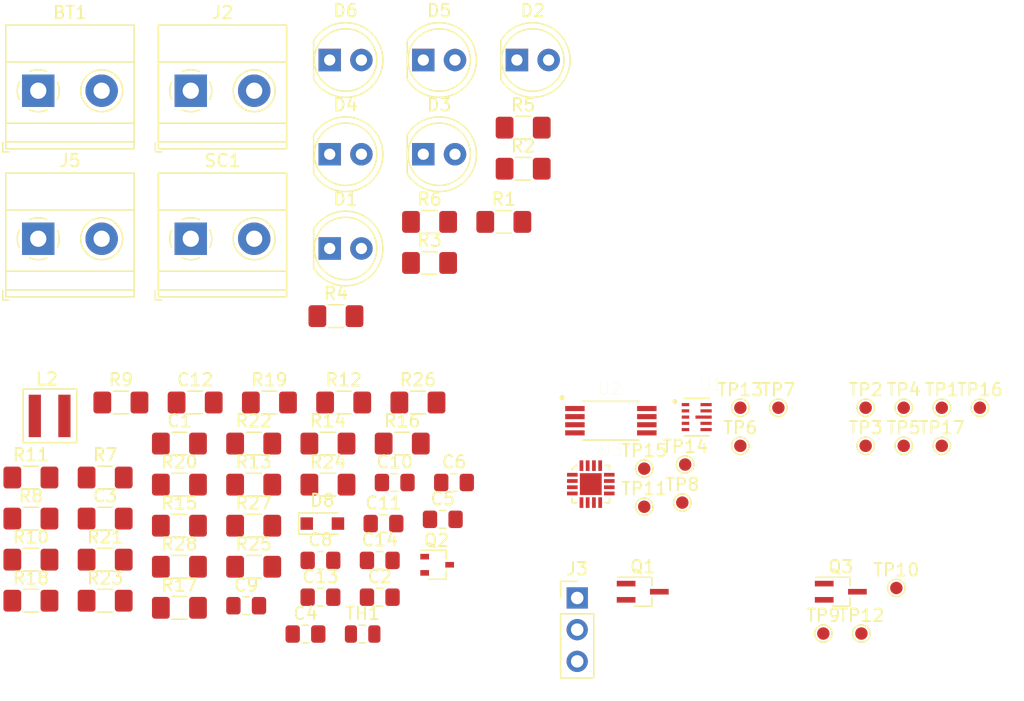
<source format=kicad_pcb>
(kicad_pcb (version 20171130) (host pcbnew 5.1.5+dfsg1-2build2)

  (general
    (thickness 1.6)
    (drawings 0)
    (tracks 0)
    (zones 0)
    (modules 78)
    (nets 40)
  )

  (page A4)
  (layers
    (0 F.Cu signal)
    (31 B.Cu signal)
    (32 B.Adhes user)
    (33 F.Adhes user)
    (34 B.Paste user)
    (35 F.Paste user)
    (36 B.SilkS user)
    (37 F.SilkS user)
    (38 B.Mask user)
    (39 F.Mask user)
    (40 Dwgs.User user)
    (41 Cmts.User user)
    (42 Eco1.User user)
    (43 Eco2.User user)
    (44 Edge.Cuts user)
    (45 Margin user)
    (46 B.CrtYd user)
    (47 F.CrtYd user)
    (48 B.Fab user)
    (49 F.Fab user)
  )

  (setup
    (last_trace_width 0.25)
    (trace_clearance 0.2)
    (zone_clearance 0.508)
    (zone_45_only no)
    (trace_min 0.2)
    (via_size 0.8)
    (via_drill 0.4)
    (via_min_size 0.4)
    (via_min_drill 0.3)
    (uvia_size 0.3)
    (uvia_drill 0.1)
    (uvias_allowed no)
    (uvia_min_size 0.2)
    (uvia_min_drill 0.1)
    (edge_width 0.05)
    (segment_width 0.2)
    (pcb_text_width 0.3)
    (pcb_text_size 1.5 1.5)
    (mod_edge_width 0.12)
    (mod_text_size 1 1)
    (mod_text_width 0.15)
    (pad_size 1.524 1.524)
    (pad_drill 0.762)
    (pad_to_mask_clearance 0.051)
    (solder_mask_min_width 0.25)
    (aux_axis_origin 0 0)
    (visible_elements FFFFFF7F)
    (pcbplotparams
      (layerselection 0x010fc_ffffffff)
      (usegerberextensions false)
      (usegerberattributes false)
      (usegerberadvancedattributes false)
      (creategerberjobfile false)
      (excludeedgelayer true)
      (linewidth 0.100000)
      (plotframeref false)
      (viasonmask false)
      (mode 1)
      (useauxorigin false)
      (hpglpennumber 1)
      (hpglpenspeed 20)
      (hpglpendiameter 15.000000)
      (psnegative false)
      (psa4output false)
      (plotreference true)
      (plotvalue true)
      (plotinvisibletext false)
      (padsonsilk false)
      (subtractmaskfromsilk false)
      (outputformat 1)
      (mirror false)
      (drillshape 1)
      (scaleselection 1)
      (outputdirectory ""))
  )

  (net 0 "")
  (net 1 GND)
  (net 2 /Power/VBATT_IN)
  (net 3 /Power/VSOLAR_IN)
  (net 4 /Power/MPP-SET)
  (net 5 /Power/VCTRL)
  (net 6 "Net-(C8-Pad1)")
  (net 7 VDD)
  (net 8 /Power/VRS-)
  (net 9 "Net-(C12-Pad1)")
  (net 10 "Net-(C14-Pad1)")
  (net 11 "Net-(D1-Pad2)")
  (net 12 "Net-(D2-Pad2)")
  (net 13 "Net-(D3-Pad2)")
  (net 14 "Net-(D4-Pad2)")
  (net 15 "Net-(D5-Pad1)")
  (net 16 "Net-(D6-Pad1)")
  (net 17 /Power/5V_IN)
  (net 18 "Net-(J2-Pad1)")
  (net 19 "Net-(L2-Pad2)")
  (net 20 "Net-(L2-Pad1)")
  (net 21 /Power/XSHUT)
  (net 22 VBUS)
  (net 23 /ST2)
  (net 24 /ST1)
  (net 25 /Power/VRS+)
  (net 26 /Power/ICTRL_PLUS)
  (net 27 /Power/ICTRL_MIN)
  (net 28 "Net-(R11-Pad2)")
  (net 29 +BATT)
  (net 30 /Power/IPRG)
  (net 31 /Power/USB_DET)
  (net 32 /Power/SD)
  (net 33 /Power/VPRE)
  (net 34 /Power/VREF)
  (net 35 /Power/IPRE)
  (net 36 /Power/Vgauge)
  (net 37 "Net-(R28-Pad1)")
  (net 38 "Net-(L1-Pad2)")
  (net 39 "Net-(JP1-Pad1)")

  (net_class Default "This is the default net class."
    (clearance 0.2)
    (trace_width 0.25)
    (via_dia 0.8)
    (via_drill 0.4)
    (uvia_dia 0.3)
    (uvia_drill 0.1)
    (add_net +BATT)
    (add_net /Power/5V_IN)
    (add_net /Power/ICTRL_MIN)
    (add_net /Power/ICTRL_PLUS)
    (add_net /Power/IPRE)
    (add_net /Power/IPRG)
    (add_net /Power/MPP-SET)
    (add_net /Power/SD)
    (add_net /Power/USB_DET)
    (add_net /Power/VBATT_IN)
    (add_net /Power/VCTRL)
    (add_net /Power/VPRE)
    (add_net /Power/VREF)
    (add_net /Power/VRS+)
    (add_net /Power/VRS-)
    (add_net /Power/VSOLAR_IN)
    (add_net /Power/Vgauge)
    (add_net /Power/XSHUT)
    (add_net /ST1)
    (add_net /ST2)
    (add_net GND)
    (add_net "Net-(C12-Pad1)")
    (add_net "Net-(C14-Pad1)")
    (add_net "Net-(C8-Pad1)")
    (add_net "Net-(D1-Pad2)")
    (add_net "Net-(D2-Pad2)")
    (add_net "Net-(D3-Pad2)")
    (add_net "Net-(D4-Pad2)")
    (add_net "Net-(D5-Pad1)")
    (add_net "Net-(D6-Pad1)")
    (add_net "Net-(J2-Pad1)")
    (add_net "Net-(JP1-Pad1)")
    (add_net "Net-(L1-Pad2)")
    (add_net "Net-(L2-Pad1)")
    (add_net "Net-(L2-Pad2)")
    (add_net "Net-(R11-Pad2)")
    (add_net "Net-(R28-Pad1)")
    (add_net VBUS)
    (add_net VDD)
  )

  (module TestPoint:TestPoint_Pad_D1.0mm (layer F.Cu) (tedit 5A0F774F) (tstamp 5F3E40F4)
    (at 375.83 105.72)
    (descr "SMD pad as test Point, diameter 1.0mm")
    (tags "test point SMD pad")
    (path /5F16A6AE/5F4AE195)
    (attr virtual)
    (fp_text reference TP12 (at 0 -1.448) (layer F.SilkS)
      (effects (font (size 1 1) (thickness 0.15)))
    )
    (fp_text value TestPoint (at 0 1.55) (layer F.Fab)
      (effects (font (size 1 1) (thickness 0.15)))
    )
    (fp_circle (center 0 0) (end 0 0.7) (layer F.SilkS) (width 0.12))
    (fp_circle (center 0 0) (end 1 0) (layer F.CrtYd) (width 0.05))
    (fp_text user %R (at 0 -1.45) (layer F.Fab)
      (effects (font (size 1 1) (thickness 0.15)))
    )
    (pad 1 smd circle (at 0 0) (size 1 1) (layers F.Cu F.Mask)
      (net 21 /Power/XSHUT))
  )

  (module TestPoint:TestPoint_Pad_D1.0mm (layer F.Cu) (tedit 5A0F774F) (tstamp 5F3E40DE)
    (at 378.63 102.07)
    (descr "SMD pad as test Point, diameter 1.0mm")
    (tags "test point SMD pad")
    (path /5F16A6AE/5F4B43F2)
    (attr virtual)
    (fp_text reference TP10 (at 0 -1.448) (layer F.SilkS)
      (effects (font (size 1 1) (thickness 0.15)))
    )
    (fp_text value TestPoint (at 0 1.55) (layer F.Fab)
      (effects (font (size 1 1) (thickness 0.15)))
    )
    (fp_circle (center 0 0) (end 0 0.7) (layer F.SilkS) (width 0.12))
    (fp_circle (center 0 0) (end 1 0) (layer F.CrtYd) (width 0.05))
    (fp_text user %R (at 0 -1.45) (layer F.Fab)
      (effects (font (size 1 1) (thickness 0.15)))
    )
    (pad 1 smd circle (at 0 0) (size 1 1) (layers F.Cu F.Mask)
      (net 6 "Net-(C8-Pad1)"))
  )

  (module TestPoint:TestPoint_Pad_D1.0mm (layer F.Cu) (tedit 5A0F774F) (tstamp 5F3E40D6)
    (at 372.78 105.72)
    (descr "SMD pad as test Point, diameter 1.0mm")
    (tags "test point SMD pad")
    (path /5F16A6AE/5F4838DE)
    (attr virtual)
    (fp_text reference TP9 (at 0 -1.448) (layer F.SilkS)
      (effects (font (size 1 1) (thickness 0.15)))
    )
    (fp_text value TestPoint (at 0 1.55) (layer F.Fab)
      (effects (font (size 1 1) (thickness 0.15)))
    )
    (fp_circle (center 0 0) (end 0 0.7) (layer F.SilkS) (width 0.12))
    (fp_circle (center 0 0) (end 1 0) (layer F.CrtYd) (width 0.05))
    (fp_text user %R (at 0 -1.45) (layer F.Fab)
      (effects (font (size 1 1) (thickness 0.15)))
    )
    (pad 1 smd circle (at 0 0) (size 1 1) (layers F.Cu F.Mask)
      (net 28 "Net-(R11-Pad2)"))
  )

  (module Package_TO_SOT_SMD:SOT-323_SC-70_Handsoldering (layer F.Cu) (tedit 5A02FF57) (tstamp 5F3E3C68)
    (at 374.18 102.37)
    (descr "SOT-323, SC-70 Handsoldering")
    (tags "SOT-323 SC-70 Handsoldering")
    (path /5F16A6AE/5F1C5355)
    (attr smd)
    (fp_text reference Q3 (at 0 -2) (layer F.SilkS)
      (effects (font (size 1 1) (thickness 0.15)))
    )
    (fp_text value DMP2165UW (at 0 2.05) (layer F.Fab)
      (effects (font (size 1 1) (thickness 0.15)))
    )
    (fp_line (start -0.175 -1.1) (end -0.675 -0.6) (layer F.Fab) (width 0.1))
    (fp_line (start 0.675 1.1) (end -0.675 1.1) (layer F.Fab) (width 0.1))
    (fp_line (start 0.675 -1.1) (end 0.675 1.1) (layer F.Fab) (width 0.1))
    (fp_line (start -0.675 -0.6) (end -0.675 1.1) (layer F.Fab) (width 0.1))
    (fp_line (start 0.675 -1.1) (end -0.175 -1.1) (layer F.Fab) (width 0.1))
    (fp_line (start -0.675 1.16) (end 0.735 1.16) (layer F.SilkS) (width 0.12))
    (fp_line (start 0.735 -1.16) (end -2 -1.16) (layer F.SilkS) (width 0.12))
    (fp_line (start -2.4 1.3) (end -2.4 -1.3) (layer F.CrtYd) (width 0.05))
    (fp_line (start -2.4 -1.3) (end 2.4 -1.3) (layer F.CrtYd) (width 0.05))
    (fp_line (start 2.4 -1.3) (end 2.4 1.3) (layer F.CrtYd) (width 0.05))
    (fp_line (start 2.4 1.3) (end -2.4 1.3) (layer F.CrtYd) (width 0.05))
    (fp_line (start 0.735 -1.17) (end 0.735 -0.5) (layer F.SilkS) (width 0.12))
    (fp_line (start 0.735 0.5) (end 0.735 1.16) (layer F.SilkS) (width 0.12))
    (fp_text user %R (at 0 0 90) (layer F.Fab)
      (effects (font (size 0.5 0.5) (thickness 0.075)))
    )
    (pad 3 smd rect (at 1.33 0 270) (size 0.45 1.5) (layers F.Cu F.Paste F.Mask)
      (net 8 /Power/VRS-))
    (pad 2 smd rect (at -1.33 0.65 270) (size 0.45 1.5) (layers F.Cu F.Paste F.Mask)
      (net 9 "Net-(C12-Pad1)"))
    (pad 1 smd rect (at -1.33 -0.65 270) (size 0.45 1.5) (layers F.Cu F.Paste F.Mask)
      (net 17 /Power/5V_IN))
    (model ${KISYS3DMOD}/Package_TO_SOT_SMD.3dshapes/SOT-323_SC-70.wrl
      (at (xyz 0 0 0))
      (scale (xyz 1 1 1))
      (rotate (xyz 0 0 0))
    )
  )

  (module Package_TO_SOT_SMD:SOT-323_SC-70_Handsoldering (layer F.Cu) (tedit 5A02FF57) (tstamp 5F3E3C2B)
    (at 358.31 102.37)
    (descr "SOT-323, SC-70 Handsoldering")
    (tags "SOT-323 SC-70 Handsoldering")
    (path /5F3CABE7)
    (attr smd)
    (fp_text reference Q1 (at 0 -2) (layer F.SilkS)
      (effects (font (size 1 1) (thickness 0.15)))
    )
    (fp_text value DMP2165UW (at 0 2.05) (layer F.Fab)
      (effects (font (size 1 1) (thickness 0.15)))
    )
    (fp_line (start -0.175 -1.1) (end -0.675 -0.6) (layer F.Fab) (width 0.1))
    (fp_line (start 0.675 1.1) (end -0.675 1.1) (layer F.Fab) (width 0.1))
    (fp_line (start 0.675 -1.1) (end 0.675 1.1) (layer F.Fab) (width 0.1))
    (fp_line (start -0.675 -0.6) (end -0.675 1.1) (layer F.Fab) (width 0.1))
    (fp_line (start 0.675 -1.1) (end -0.175 -1.1) (layer F.Fab) (width 0.1))
    (fp_line (start -0.675 1.16) (end 0.735 1.16) (layer F.SilkS) (width 0.12))
    (fp_line (start 0.735 -1.16) (end -2 -1.16) (layer F.SilkS) (width 0.12))
    (fp_line (start -2.4 1.3) (end -2.4 -1.3) (layer F.CrtYd) (width 0.05))
    (fp_line (start -2.4 -1.3) (end 2.4 -1.3) (layer F.CrtYd) (width 0.05))
    (fp_line (start 2.4 -1.3) (end 2.4 1.3) (layer F.CrtYd) (width 0.05))
    (fp_line (start 2.4 1.3) (end -2.4 1.3) (layer F.CrtYd) (width 0.05))
    (fp_line (start 0.735 -1.17) (end 0.735 -0.5) (layer F.SilkS) (width 0.12))
    (fp_line (start 0.735 0.5) (end 0.735 1.16) (layer F.SilkS) (width 0.12))
    (fp_text user %R (at 0 0 90) (layer F.Fab)
      (effects (font (size 0.5 0.5) (thickness 0.075)))
    )
    (pad 3 smd rect (at 1.33 0 270) (size 0.45 1.5) (layers F.Cu F.Paste F.Mask)
      (net 18 "Net-(J2-Pad1)"))
    (pad 2 smd rect (at -1.33 0.65 270) (size 0.45 1.5) (layers F.Cu F.Paste F.Mask)
      (net 7 VDD))
    (pad 1 smd rect (at -1.33 -0.65 270) (size 0.45 1.5) (layers F.Cu F.Paste F.Mask)
      (net 1 GND))
    (model ${KISYS3DMOD}/Package_TO_SOT_SMD.3dshapes/SOT-323_SC-70.wrl
      (at (xyz 0 0 0))
      (scale (xyz 1 1 1))
      (rotate (xyz 0 0 0))
    )
  )

  (module Connector_PinHeader_2.54mm:PinHeader_1x03_P2.54mm_Vertical (layer F.Cu) (tedit 59FED5CC) (tstamp 5F3E3BAE)
    (at 353.06 102.87)
    (descr "Through hole straight pin header, 1x03, 2.54mm pitch, single row")
    (tags "Through hole pin header THT 1x03 2.54mm single row")
    (path /5F3C0283)
    (fp_text reference J3 (at 0 -2.33) (layer F.SilkS)
      (effects (font (size 1 1) (thickness 0.15)))
    )
    (fp_text value 1x03 (at 0 7.41) (layer F.Fab)
      (effects (font (size 1 1) (thickness 0.15)))
    )
    (fp_text user %R (at 0 2.54 90) (layer F.Fab)
      (effects (font (size 1 1) (thickness 0.15)))
    )
    (fp_line (start 1.8 -1.8) (end -1.8 -1.8) (layer F.CrtYd) (width 0.05))
    (fp_line (start 1.8 6.85) (end 1.8 -1.8) (layer F.CrtYd) (width 0.05))
    (fp_line (start -1.8 6.85) (end 1.8 6.85) (layer F.CrtYd) (width 0.05))
    (fp_line (start -1.8 -1.8) (end -1.8 6.85) (layer F.CrtYd) (width 0.05))
    (fp_line (start -1.33 -1.33) (end 0 -1.33) (layer F.SilkS) (width 0.12))
    (fp_line (start -1.33 0) (end -1.33 -1.33) (layer F.SilkS) (width 0.12))
    (fp_line (start -1.33 1.27) (end 1.33 1.27) (layer F.SilkS) (width 0.12))
    (fp_line (start 1.33 1.27) (end 1.33 6.41) (layer F.SilkS) (width 0.12))
    (fp_line (start -1.33 1.27) (end -1.33 6.41) (layer F.SilkS) (width 0.12))
    (fp_line (start -1.33 6.41) (end 1.33 6.41) (layer F.SilkS) (width 0.12))
    (fp_line (start -1.27 -0.635) (end -0.635 -1.27) (layer F.Fab) (width 0.1))
    (fp_line (start -1.27 6.35) (end -1.27 -0.635) (layer F.Fab) (width 0.1))
    (fp_line (start 1.27 6.35) (end -1.27 6.35) (layer F.Fab) (width 0.1))
    (fp_line (start 1.27 -1.27) (end 1.27 6.35) (layer F.Fab) (width 0.1))
    (fp_line (start -0.635 -1.27) (end 1.27 -1.27) (layer F.Fab) (width 0.1))
    (pad 3 thru_hole oval (at 0 5.08) (size 1.7 1.7) (drill 1) (layers *.Cu *.Mask)
      (net 22 VBUS))
    (pad 2 thru_hole oval (at 0 2.54) (size 1.7 1.7) (drill 1) (layers *.Cu *.Mask)
      (net 17 /Power/5V_IN))
    (pad 1 thru_hole rect (at 0 0) (size 1.7 1.7) (drill 1) (layers *.Cu *.Mask)
      (net 7 VDD))
    (model ${KISYS3DMOD}/Connector_PinHeader_2.54mm.3dshapes/PinHeader_1x03_P2.54mm_Vertical.wrl
      (at (xyz 0 0 0))
      (scale (xyz 1 1 1))
      (rotate (xyz 0 0 0))
    )
  )

  (module L6924D:L6924D (layer F.Cu) (tedit 5F1C1F35) (tstamp 5F3E0A3B)
    (at 354.149919 93.7485)
    (path /5F16A6AE/5F1C2568)
    (fp_text reference U3 (at 1.57783 -2.73991) (layer F.SilkS)
      (effects (font (size 1.001795 1.001795) (thickness 0.015)))
    )
    (fp_text value L6924D (at 11.6447 2.66724) (layer F.Fab)
      (effects (font (size 1.000835 1.000835) (thickness 0.015)))
    )
    (fp_circle (center -2.33 -0.84) (end -2.285281 -0.84) (layer F.Fab) (width 0.127))
    (fp_circle (center -2.3 -0.8) (end -2.2 -0.8) (layer F.Fab) (width 0.127))
    (fp_circle (center -2.3 -0.8) (end -2.158581 -0.8) (layer F.Fab) (width 0.127))
    (fp_line (start 2.2 -2.2) (end -2.2 -2.2) (layer F.CrtYd) (width 0.127))
    (fp_line (start 2.2 2.2) (end 2.2 -2.2) (layer F.CrtYd) (width 0.127))
    (fp_line (start -2.2 2.2) (end 2.2 2.2) (layer F.CrtYd) (width 0.127))
    (fp_line (start -2.2 -2.2) (end -2.2 2.2) (layer F.CrtYd) (width 0.127))
    (fp_line (start -1.5 1.5) (end -1.15 1.5) (layer F.SilkS) (width 0.127))
    (fp_line (start -1.5 1.15) (end -1.5 1.5) (layer F.SilkS) (width 0.127))
    (fp_line (start 1.5 1.5) (end 1.15 1.5) (layer F.SilkS) (width 0.127))
    (fp_line (start 1.5 1.15) (end 1.5 1.5) (layer F.SilkS) (width 0.127))
    (fp_line (start 1.5 -1.5) (end 1.5 -1.15) (layer F.SilkS) (width 0.127))
    (fp_line (start 1.15 -1.5) (end 1.5 -1.5) (layer F.SilkS) (width 0.127))
    (fp_line (start -1.2 -1.5) (end -1.15 -1.5) (layer F.SilkS) (width 0.127))
    (fp_line (start -1.5 -1.2) (end -1.2 -1.5) (layer F.SilkS) (width 0.127))
    (fp_line (start -1.5 -1.15) (end -1.5 -1.2) (layer F.SilkS) (width 0.127))
    (fp_line (start -1.5 -1.5) (end 1.5 -1.5) (layer F.Fab) (width 0.127))
    (fp_line (start -1.5 1.5) (end -1.5 -1.5) (layer F.Fab) (width 0.127))
    (fp_line (start 1.5 1.5) (end -1.5 1.5) (layer F.Fab) (width 0.127))
    (fp_line (start 1.5 -1.48) (end 1.5 1.5) (layer F.Fab) (width 0.127))
    (pad 17 smd rect (at 0 0) (size 1.75 1.75) (layers F.Cu F.Paste F.Mask)
      (net 1 GND))
    (pad 16 smd rect (at -0.75 -1.48) (size 0.3 0.85) (layers F.Cu F.Paste F.Mask)
      (net 35 /Power/IPRE))
    (pad 15 smd rect (at -0.25 -1.48) (size 0.3 0.85) (layers F.Cu F.Paste F.Mask)
      (net 30 /Power/IPRG))
    (pad 14 smd rect (at 0.25 -1.48) (size 0.3 0.85) (layers F.Cu F.Paste F.Mask)
      (net 33 /Power/VPRE))
    (pad 13 smd rect (at 0.75 -1.48) (size 0.3 0.85) (layers F.Cu F.Paste F.Mask)
      (net 36 /Power/Vgauge))
    (pad 12 smd rect (at 1.48 -0.75) (size 0.85 0.3) (layers F.Cu F.Paste F.Mask)
      (net 34 /Power/VREF))
    (pad 11 smd rect (at 1.48 -0.25) (size 0.85 0.3) (layers F.Cu F.Paste F.Mask)
      (net 29 +BATT))
    (pad 10 smd rect (at 1.48 0.25) (size 0.85 0.3) (layers F.Cu F.Paste F.Mask)
      (net 29 +BATT))
    (pad 9 smd rect (at 1.48 0.75) (size 0.85 0.3) (layers F.Cu F.Paste F.Mask)
      (net 39 "Net-(JP1-Pad1)"))
    (pad 8 smd rect (at 0.75 1.48) (size 0.3 0.85) (layers F.Cu F.Paste F.Mask)
      (net 37 "Net-(R28-Pad1)"))
    (pad 7 smd rect (at 0.25 1.48) (size 0.3 0.85) (layers F.Cu F.Paste F.Mask)
      (net 32 /Power/SD))
    (pad 6 smd rect (at -0.25 1.48) (size 0.3 0.85) (layers F.Cu F.Paste F.Mask)
      (net 1 GND))
    (pad 5 smd rect (at -0.75 1.48) (size 0.3 0.85) (layers F.Cu F.Paste F.Mask)
      (net 10 "Net-(C14-Pad1)"))
    (pad 4 smd rect (at -1.48 0.75) (size 0.85 0.3) (layers F.Cu F.Paste F.Mask)
      (net 24 /ST1))
    (pad 3 smd rect (at -1.48 0.25) (size 0.85 0.3) (layers F.Cu F.Paste F.Mask)
      (net 23 /ST2))
    (pad 2 smd rect (at -1.48 -0.25) (size 0.85 0.3) (layers F.Cu F.Paste F.Mask)
      (net 9 "Net-(C12-Pad1)"))
    (pad 1 smd rect (at -1.48 -0.75) (size 0.85 0.3) (layers F.Cu F.Paste F.Mask)
      (net 9 "Net-(C12-Pad1)"))
  )

  (module SPV1040T:SPV1040T (layer F.Cu) (tedit 5F1C0BBC) (tstamp 5F3E0A12)
    (at 355.756803 88.666803)
    (path /5F16A6AE/5F1C0FA3)
    (fp_text reference U2 (at -0.075 -2.585) (layer F.SilkS)
      (effects (font (size 1 1) (thickness 0.015)))
    )
    (fp_text value SPV1040T (at 6.91 2.615) (layer F.Fab)
      (effects (font (size 1 1) (thickness 0.015)))
    )
    (fp_circle (center -3.9 -1.85) (end -3.788197 -1.85) (layer F.SilkS) (width 0.2))
    (fp_line (start -3.91 1.43) (end -3.91 -1.43) (layer F.CrtYd) (width 0.05))
    (fp_line (start -2.5 1.43) (end -3.91 1.43) (layer F.CrtYd) (width 0.05))
    (fp_line (start -2.5 1.8) (end -2.5 1.43) (layer F.CrtYd) (width 0.05))
    (fp_line (start 2.5 1.8) (end -2.5 1.8) (layer F.CrtYd) (width 0.05))
    (fp_line (start 2.5 1.43) (end 2.5 1.8) (layer F.CrtYd) (width 0.05))
    (fp_line (start 3.91 1.43) (end 2.5 1.43) (layer F.CrtYd) (width 0.05))
    (fp_line (start 3.91 -1.43) (end 3.91 1.43) (layer F.CrtYd) (width 0.05))
    (fp_line (start 2.5 -1.43) (end 3.91 -1.43) (layer F.CrtYd) (width 0.05))
    (fp_line (start 2.5 -1.8) (end 2.5 -1.43) (layer F.CrtYd) (width 0.05))
    (fp_line (start -2.5 -1.8) (end 2.5 -1.8) (layer F.CrtYd) (width 0.05))
    (fp_line (start -2.5 -1.43) (end -2.5 -1.8) (layer F.CrtYd) (width 0.05))
    (fp_line (start -3.91 -1.43) (end -2.5 -1.43) (layer F.CrtYd) (width 0.05))
    (fp_line (start -2.25 1.55) (end 2.25 1.55) (layer F.SilkS) (width 0.127))
    (fp_line (start 2.25 -1.55) (end -2.25 -1.55) (layer F.SilkS) (width 0.127))
    (fp_line (start 2.25 -1.55) (end -2.25 -1.55) (layer F.Fab) (width 0.127))
    (fp_line (start 2.25 1.55) (end 2.25 -1.55) (layer F.Fab) (width 0.127))
    (fp_line (start -2.25 1.55) (end 2.25 1.55) (layer F.Fab) (width 0.127))
    (fp_line (start -2.25 -1.55) (end -2.25 1.55) (layer F.Fab) (width 0.127))
    (pad 8 smd rect (at 2.88 -0.975) (size 1.56 0.41) (layers F.Cu F.Paste F.Mask)
      (net 21 /Power/XSHUT))
    (pad 7 smd rect (at 2.88 -0.325) (size 1.56 0.41) (layers F.Cu F.Paste F.Mask)
      (net 26 /Power/ICTRL_PLUS))
    (pad 6 smd rect (at 2.88 0.325) (size 1.56 0.41) (layers F.Cu F.Paste F.Mask)
      (net 27 /Power/ICTRL_MIN))
    (pad 5 smd rect (at 2.88 0.975) (size 1.56 0.41) (layers F.Cu F.Paste F.Mask)
      (net 5 /Power/VCTRL))
    (pad 4 smd rect (at -2.88 0.975) (size 1.56 0.41) (layers F.Cu F.Paste F.Mask)
      (net 25 /Power/VRS+))
    (pad 3 smd rect (at -2.88 0.325) (size 1.56 0.41) (layers F.Cu F.Paste F.Mask)
      (net 38 "Net-(L1-Pad2)"))
    (pad 2 smd rect (at -2.88 -0.325) (size 1.56 0.41) (layers F.Cu F.Paste F.Mask)
      (net 1 GND))
    (pad 1 smd rect (at -2.88 -0.975) (size 1.56 0.41) (layers F.Cu F.Paste F.Mask)
      (net 4 /Power/MPP-SET))
  )

  (module TPS63802DLAR:VREG_TPS63802DLAR (layer F.Cu) (tedit 5F304822) (tstamp 5F3E09F3)
    (at 362.635 88.38)
    (path /5F16A6AE/5F309BB4)
    (fp_text reference U1 (at 1.175 -2.635) (layer F.SilkS)
      (effects (font (size 1 1) (thickness 0.015)))
    )
    (fp_text value TPS63802DLAR (at 8.795 2.635) (layer F.Fab)
      (effects (font (size 1 1) (thickness 0.015)))
    )
    (fp_poly (pts (xy 1.15 0.125) (xy 0.7 0.125) (xy 0.697383 0.124931) (xy 0.694774 0.124726)
      (xy 0.692178 0.124384) (xy 0.689604 0.123907) (xy 0.687059 0.123296) (xy 0.684549 0.122553)
      (xy 0.682082 0.121679) (xy 0.679663 0.120677) (xy 0.6773 0.11955) (xy 0.675 0.118301)
      (xy 0.672768 0.116934) (xy 0.670611 0.115451) (xy 0.668534 0.113857) (xy 0.666543 0.112157)
      (xy 0.664645 0.110355) (xy 0.662843 0.108457) (xy 0.661143 0.106466) (xy 0.659549 0.104389)
      (xy 0.658066 0.102232) (xy 0.656699 0.1) (xy 0.65545 0.0977) (xy 0.654323 0.095337)
      (xy 0.653321 0.092918) (xy 0.652447 0.090451) (xy 0.651704 0.087941) (xy 0.651093 0.085396)
      (xy 0.650616 0.082822) (xy 0.650274 0.080226) (xy 0.650069 0.077617) (xy 0.65 0.075)
      (xy 0.65 -0.075) (xy 0.650069 -0.077617) (xy 0.650274 -0.080226) (xy 0.650616 -0.082822)
      (xy 0.651093 -0.085396) (xy 0.651704 -0.087941) (xy 0.652447 -0.090451) (xy 0.653321 -0.092918)
      (xy 0.654323 -0.095337) (xy 0.65545 -0.0977) (xy 0.656699 -0.1) (xy 0.658066 -0.102232)
      (xy 0.659549 -0.104389) (xy 0.661143 -0.106466) (xy 0.662843 -0.108457) (xy 0.664645 -0.110355)
      (xy 0.666543 -0.112157) (xy 0.668534 -0.113857) (xy 0.670611 -0.115451) (xy 0.672768 -0.116934)
      (xy 0.675 -0.118301) (xy 0.6773 -0.11955) (xy 0.679663 -0.120677) (xy 0.682082 -0.121679)
      (xy 0.684549 -0.122553) (xy 0.687059 -0.123296) (xy 0.689604 -0.123907) (xy 0.692178 -0.124384)
      (xy 0.694774 -0.124726) (xy 0.697383 -0.124931) (xy 0.7 -0.125) (xy 1.15 -0.125)
      (xy 1.152617 -0.124931) (xy 1.155226 -0.124726) (xy 1.157822 -0.124384) (xy 1.160396 -0.123907)
      (xy 1.162941 -0.123296) (xy 1.165451 -0.122553) (xy 1.167918 -0.121679) (xy 1.170337 -0.120677)
      (xy 1.1727 -0.11955) (xy 1.175 -0.118301) (xy 1.177232 -0.116934) (xy 1.179389 -0.115451)
      (xy 1.181466 -0.113857) (xy 1.183457 -0.112157) (xy 1.185355 -0.110355) (xy 1.187157 -0.108457)
      (xy 1.188857 -0.106466) (xy 1.190451 -0.104389) (xy 1.191934 -0.102232) (xy 1.193301 -0.1)
      (xy 1.19455 -0.0977) (xy 1.195677 -0.095337) (xy 1.196679 -0.092918) (xy 1.197553 -0.090451)
      (xy 1.198296 -0.087941) (xy 1.198907 -0.085396) (xy 1.199384 -0.082822) (xy 1.199726 -0.080226)
      (xy 1.199931 -0.077617) (xy 1.2 -0.075) (xy 1.2 0.075) (xy 1.199931 0.077617)
      (xy 1.199726 0.080226) (xy 1.199384 0.082822) (xy 1.198907 0.085396) (xy 1.198296 0.087941)
      (xy 1.197553 0.090451) (xy 1.196679 0.092918) (xy 1.195677 0.095337) (xy 1.19455 0.0977)
      (xy 1.193301 0.1) (xy 1.191934 0.102232) (xy 1.190451 0.104389) (xy 1.188857 0.106466)
      (xy 1.187157 0.108457) (xy 1.185355 0.110355) (xy 1.183457 0.112157) (xy 1.181466 0.113857)
      (xy 1.179389 0.115451) (xy 1.177232 0.116934) (xy 1.175 0.118301) (xy 1.1727 0.11955)
      (xy 1.170337 0.120677) (xy 1.167918 0.121679) (xy 1.165451 0.122553) (xy 1.162941 0.123296)
      (xy 1.160396 0.123907) (xy 1.157822 0.124384) (xy 1.155226 0.124726) (xy 1.152617 0.124931)
      (xy 1.15 0.125)) (layer F.Paste) (width 0.01))
    (fp_poly (pts (xy 0.4 0.125) (xy -0.05 0.125) (xy -0.052617 0.124931) (xy -0.055226 0.124726)
      (xy -0.057822 0.124384) (xy -0.060396 0.123907) (xy -0.062941 0.123296) (xy -0.065451 0.122553)
      (xy -0.067918 0.121679) (xy -0.070337 0.120677) (xy -0.0727 0.11955) (xy -0.075 0.118301)
      (xy -0.077232 0.116934) (xy -0.079389 0.115451) (xy -0.081466 0.113857) (xy -0.083457 0.112157)
      (xy -0.085355 0.110355) (xy -0.087157 0.108457) (xy -0.088857 0.106466) (xy -0.090451 0.104389)
      (xy -0.091934 0.102232) (xy -0.093301 0.1) (xy -0.09455 0.0977) (xy -0.095677 0.095337)
      (xy -0.096679 0.092918) (xy -0.097553 0.090451) (xy -0.098296 0.087941) (xy -0.098907 0.085396)
      (xy -0.099384 0.082822) (xy -0.099726 0.080226) (xy -0.099931 0.077617) (xy -0.1 0.075)
      (xy -0.1 -0.075) (xy -0.099931 -0.077617) (xy -0.099726 -0.080226) (xy -0.099384 -0.082822)
      (xy -0.098907 -0.085396) (xy -0.098296 -0.087941) (xy -0.097553 -0.090451) (xy -0.096679 -0.092918)
      (xy -0.095677 -0.095337) (xy -0.09455 -0.0977) (xy -0.093301 -0.1) (xy -0.091934 -0.102232)
      (xy -0.090451 -0.104389) (xy -0.088857 -0.106466) (xy -0.087157 -0.108457) (xy -0.085355 -0.110355)
      (xy -0.083457 -0.112157) (xy -0.081466 -0.113857) (xy -0.079389 -0.115451) (xy -0.077232 -0.116934)
      (xy -0.075 -0.118301) (xy -0.0727 -0.11955) (xy -0.070337 -0.120677) (xy -0.067918 -0.121679)
      (xy -0.065451 -0.122553) (xy -0.062941 -0.123296) (xy -0.060396 -0.123907) (xy -0.057822 -0.124384)
      (xy -0.055226 -0.124726) (xy -0.052617 -0.124931) (xy -0.05 -0.125) (xy 0.4 -0.125)
      (xy 0.402617 -0.124931) (xy 0.405226 -0.124726) (xy 0.407822 -0.124384) (xy 0.410396 -0.123907)
      (xy 0.412941 -0.123296) (xy 0.415451 -0.122553) (xy 0.417918 -0.121679) (xy 0.420337 -0.120677)
      (xy 0.4227 -0.11955) (xy 0.425 -0.118301) (xy 0.427232 -0.116934) (xy 0.429389 -0.115451)
      (xy 0.431466 -0.113857) (xy 0.433457 -0.112157) (xy 0.435355 -0.110355) (xy 0.437157 -0.108457)
      (xy 0.438857 -0.106466) (xy 0.440451 -0.104389) (xy 0.441934 -0.102232) (xy 0.443301 -0.1)
      (xy 0.44455 -0.0977) (xy 0.445677 -0.095337) (xy 0.446679 -0.092918) (xy 0.447553 -0.090451)
      (xy 0.448296 -0.087941) (xy 0.448907 -0.085396) (xy 0.449384 -0.082822) (xy 0.449726 -0.080226)
      (xy 0.449931 -0.077617) (xy 0.45 -0.075) (xy 0.45 0.075) (xy 0.449931 0.077617)
      (xy 0.449726 0.080226) (xy 0.449384 0.082822) (xy 0.448907 0.085396) (xy 0.448296 0.087941)
      (xy 0.447553 0.090451) (xy 0.446679 0.092918) (xy 0.445677 0.095337) (xy 0.44455 0.0977)
      (xy 0.443301 0.1) (xy 0.441934 0.102232) (xy 0.440451 0.104389) (xy 0.438857 0.106466)
      (xy 0.437157 0.108457) (xy 0.435355 0.110355) (xy 0.433457 0.112157) (xy 0.431466 0.113857)
      (xy 0.429389 0.115451) (xy 0.427232 0.116934) (xy 0.425 0.118301) (xy 0.4227 0.11955)
      (xy 0.420337 0.120677) (xy 0.417918 0.121679) (xy 0.415451 0.122553) (xy 0.412941 0.123296)
      (xy 0.410396 0.123907) (xy 0.407822 0.124384) (xy 0.405226 0.124726) (xy 0.402617 0.124931)
      (xy 0.4 0.125)) (layer F.Paste) (width 0.01))
    (fp_poly (pts (xy 1.27 -1.075) (xy 1.27 -0.925) (xy 1.269836 -0.91872) (xy 1.269343 -0.912457)
      (xy 1.268523 -0.906228) (xy 1.267378 -0.900051) (xy 1.265911 -0.893942) (xy 1.264127 -0.887918)
      (xy 1.26203 -0.881996) (xy 1.259625 -0.876192) (xy 1.256921 -0.870521) (xy 1.253923 -0.865)
      (xy 1.25064 -0.859643) (xy 1.247082 -0.854466) (xy 1.243258 -0.849482) (xy 1.239177 -0.844704)
      (xy 1.234853 -0.840147) (xy 1.230296 -0.835823) (xy 1.225518 -0.831742) (xy 1.220534 -0.827918)
      (xy 1.215357 -0.82436) (xy 1.21 -0.821077) (xy 1.204479 -0.818079) (xy 1.198808 -0.815375)
      (xy 1.193004 -0.81297) (xy 1.187082 -0.810873) (xy 1.181058 -0.809089) (xy 1.174949 -0.807622)
      (xy 1.168772 -0.806477) (xy 1.162543 -0.805657) (xy 1.15628 -0.805164) (xy 1.15 -0.805)
      (xy 0.35 -0.805) (xy 0.34372 -0.805164) (xy 0.337457 -0.805657) (xy 0.331228 -0.806477)
      (xy 0.325051 -0.807622) (xy 0.318942 -0.809089) (xy 0.312918 -0.810873) (xy 0.306996 -0.81297)
      (xy 0.301192 -0.815375) (xy 0.295521 -0.818079) (xy 0.29 -0.821077) (xy 0.284643 -0.82436)
      (xy 0.279466 -0.827918) (xy 0.274482 -0.831742) (xy 0.269704 -0.835823) (xy 0.265147 -0.840147)
      (xy 0.260823 -0.844704) (xy 0.256742 -0.849482) (xy 0.252918 -0.854466) (xy 0.24936 -0.859643)
      (xy 0.246077 -0.865) (xy 0.243079 -0.870521) (xy 0.240375 -0.876192) (xy 0.23797 -0.881996)
      (xy 0.235873 -0.887918) (xy 0.234089 -0.893942) (xy 0.232622 -0.900051) (xy 0.231477 -0.906228)
      (xy 0.230657 -0.912457) (xy 0.230164 -0.91872) (xy 0.23 -0.925) (xy 0.23 -1.075)
      (xy 0.230164 -1.08128) (xy 0.230657 -1.087543) (xy 0.231477 -1.093772) (xy 0.232622 -1.099949)
      (xy 0.234089 -1.106058) (xy 0.235873 -1.112082) (xy 0.23797 -1.118004) (xy 0.240375 -1.123808)
      (xy 0.243079 -1.129479) (xy 0.246077 -1.135) (xy 0.24936 -1.140357) (xy 0.252918 -1.145534)
      (xy 0.256742 -1.150518) (xy 0.260823 -1.155296) (xy 0.265147 -1.159853) (xy 0.269704 -1.164177)
      (xy 0.274482 -1.168258) (xy 0.279466 -1.172082) (xy 0.284643 -1.17564) (xy 0.29 -1.178923)
      (xy 0.295521 -1.181921) (xy 0.301192 -1.184625) (xy 0.306996 -1.18703) (xy 0.312918 -1.189127)
      (xy 0.318942 -1.190911) (xy 0.325051 -1.192378) (xy 0.331228 -1.193523) (xy 0.337457 -1.194343)
      (xy 0.34372 -1.194836) (xy 0.35 -1.195) (xy 1.15 -1.195) (xy 1.15628 -1.194836)
      (xy 1.162543 -1.194343) (xy 1.168772 -1.193523) (xy 1.174949 -1.192378) (xy 1.181058 -1.190911)
      (xy 1.187082 -1.189127) (xy 1.193004 -1.18703) (xy 1.198808 -1.184625) (xy 1.204479 -1.181921)
      (xy 1.21 -1.178923) (xy 1.215357 -1.17564) (xy 1.220534 -1.172082) (xy 1.225518 -1.168258)
      (xy 1.230296 -1.164177) (xy 1.234853 -1.159853) (xy 1.239177 -1.155296) (xy 1.243258 -1.150518)
      (xy 1.247082 -1.145534) (xy 1.25064 -1.140357) (xy 1.253923 -1.135) (xy 1.256921 -1.129479)
      (xy 1.259625 -1.123808) (xy 1.26203 -1.118004) (xy 1.264127 -1.112082) (xy 1.265911 -1.106058)
      (xy 1.267378 -1.099949) (xy 1.268523 -1.093772) (xy 1.269343 -1.087543) (xy 1.269836 -1.08128)
      (xy 1.27 -1.075)) (layer F.Mask) (width 0.01))
    (fp_poly (pts (xy 1.27 -0.575) (xy 1.27 -0.425) (xy 1.269836 -0.41872) (xy 1.269343 -0.412457)
      (xy 1.268523 -0.406228) (xy 1.267378 -0.400051) (xy 1.265911 -0.393942) (xy 1.264127 -0.387918)
      (xy 1.26203 -0.381996) (xy 1.259625 -0.376192) (xy 1.256921 -0.370521) (xy 1.253923 -0.365)
      (xy 1.25064 -0.359643) (xy 1.247082 -0.354466) (xy 1.243258 -0.349482) (xy 1.239177 -0.344704)
      (xy 1.234853 -0.340147) (xy 1.230296 -0.335823) (xy 1.225518 -0.331742) (xy 1.220534 -0.327918)
      (xy 1.215357 -0.32436) (xy 1.21 -0.321077) (xy 1.204479 -0.318079) (xy 1.198808 -0.315375)
      (xy 1.193004 -0.31297) (xy 1.187082 -0.310873) (xy 1.181058 -0.309089) (xy 1.174949 -0.307622)
      (xy 1.168772 -0.306477) (xy 1.162543 -0.305657) (xy 1.15628 -0.305164) (xy 1.15 -0.305)
      (xy 0.35 -0.305) (xy 0.34372 -0.305164) (xy 0.337457 -0.305657) (xy 0.331228 -0.306477)
      (xy 0.325051 -0.307622) (xy 0.318942 -0.309089) (xy 0.312918 -0.310873) (xy 0.306996 -0.31297)
      (xy 0.301192 -0.315375) (xy 0.295521 -0.318079) (xy 0.29 -0.321077) (xy 0.284643 -0.32436)
      (xy 0.279466 -0.327918) (xy 0.274482 -0.331742) (xy 0.269704 -0.335823) (xy 0.265147 -0.340147)
      (xy 0.260823 -0.344704) (xy 0.256742 -0.349482) (xy 0.252918 -0.354466) (xy 0.24936 -0.359643)
      (xy 0.246077 -0.365) (xy 0.243079 -0.370521) (xy 0.240375 -0.376192) (xy 0.23797 -0.381996)
      (xy 0.235873 -0.387918) (xy 0.234089 -0.393942) (xy 0.232622 -0.400051) (xy 0.231477 -0.406228)
      (xy 0.230657 -0.412457) (xy 0.230164 -0.41872) (xy 0.23 -0.425) (xy 0.23 -0.575)
      (xy 0.230164 -0.58128) (xy 0.230657 -0.587543) (xy 0.231477 -0.593772) (xy 0.232622 -0.599949)
      (xy 0.234089 -0.606058) (xy 0.235873 -0.612082) (xy 0.23797 -0.618004) (xy 0.240375 -0.623808)
      (xy 0.243079 -0.629479) (xy 0.246077 -0.635) (xy 0.24936 -0.640357) (xy 0.252918 -0.645534)
      (xy 0.256742 -0.650518) (xy 0.260823 -0.655296) (xy 0.265147 -0.659853) (xy 0.269704 -0.664177)
      (xy 0.274482 -0.668258) (xy 0.279466 -0.672082) (xy 0.284643 -0.67564) (xy 0.29 -0.678923)
      (xy 0.295521 -0.681921) (xy 0.301192 -0.684625) (xy 0.306996 -0.68703) (xy 0.312918 -0.689127)
      (xy 0.318942 -0.690911) (xy 0.325051 -0.692378) (xy 0.331228 -0.693523) (xy 0.337457 -0.694343)
      (xy 0.34372 -0.694836) (xy 0.35 -0.695) (xy 1.15 -0.695) (xy 1.15628 -0.694836)
      (xy 1.162543 -0.694343) (xy 1.168772 -0.693523) (xy 1.174949 -0.692378) (xy 1.181058 -0.690911)
      (xy 1.187082 -0.689127) (xy 1.193004 -0.68703) (xy 1.198808 -0.684625) (xy 1.204479 -0.681921)
      (xy 1.21 -0.678923) (xy 1.215357 -0.67564) (xy 1.220534 -0.672082) (xy 1.225518 -0.668258)
      (xy 1.230296 -0.664177) (xy 1.234853 -0.659853) (xy 1.239177 -0.655296) (xy 1.243258 -0.650518)
      (xy 1.247082 -0.645534) (xy 1.25064 -0.640357) (xy 1.253923 -0.635) (xy 1.256921 -0.629479)
      (xy 1.259625 -0.623808) (xy 1.26203 -0.618004) (xy 1.264127 -0.612082) (xy 1.265911 -0.606058)
      (xy 1.267378 -0.599949) (xy 1.268523 -0.593772) (xy 1.269343 -0.587543) (xy 1.269836 -0.58128)
      (xy 1.27 -0.575)) (layer F.Mask) (width 0.01))
    (fp_poly (pts (xy 1.27 0.425) (xy 1.27 0.575) (xy 1.269836 0.58128) (xy 1.269343 0.587543)
      (xy 1.268523 0.593772) (xy 1.267378 0.599949) (xy 1.265911 0.606058) (xy 1.264127 0.612082)
      (xy 1.26203 0.618004) (xy 1.259625 0.623808) (xy 1.256921 0.629479) (xy 1.253923 0.635)
      (xy 1.25064 0.640357) (xy 1.247082 0.645534) (xy 1.243258 0.650518) (xy 1.239177 0.655296)
      (xy 1.234853 0.659853) (xy 1.230296 0.664177) (xy 1.225518 0.668258) (xy 1.220534 0.672082)
      (xy 1.215357 0.67564) (xy 1.21 0.678923) (xy 1.204479 0.681921) (xy 1.198808 0.684625)
      (xy 1.193004 0.68703) (xy 1.187082 0.689127) (xy 1.181058 0.690911) (xy 1.174949 0.692378)
      (xy 1.168772 0.693523) (xy 1.162543 0.694343) (xy 1.15628 0.694836) (xy 1.15 0.695)
      (xy 0.35 0.695) (xy 0.34372 0.694836) (xy 0.337457 0.694343) (xy 0.331228 0.693523)
      (xy 0.325051 0.692378) (xy 0.318942 0.690911) (xy 0.312918 0.689127) (xy 0.306996 0.68703)
      (xy 0.301192 0.684625) (xy 0.295521 0.681921) (xy 0.29 0.678923) (xy 0.284643 0.67564)
      (xy 0.279466 0.672082) (xy 0.274482 0.668258) (xy 0.269704 0.664177) (xy 0.265147 0.659853)
      (xy 0.260823 0.655296) (xy 0.256742 0.650518) (xy 0.252918 0.645534) (xy 0.24936 0.640357)
      (xy 0.246077 0.635) (xy 0.243079 0.629479) (xy 0.240375 0.623808) (xy 0.23797 0.618004)
      (xy 0.235873 0.612082) (xy 0.234089 0.606058) (xy 0.232622 0.599949) (xy 0.231477 0.593772)
      (xy 0.230657 0.587543) (xy 0.230164 0.58128) (xy 0.23 0.575) (xy 0.23 0.425)
      (xy 0.230164 0.41872) (xy 0.230657 0.412457) (xy 0.231477 0.406228) (xy 0.232622 0.400051)
      (xy 0.234089 0.393942) (xy 0.235873 0.387918) (xy 0.23797 0.381996) (xy 0.240375 0.376192)
      (xy 0.243079 0.370521) (xy 0.246077 0.365) (xy 0.24936 0.359643) (xy 0.252918 0.354466)
      (xy 0.256742 0.349482) (xy 0.260823 0.344704) (xy 0.265147 0.340147) (xy 0.269704 0.335823)
      (xy 0.274482 0.331742) (xy 0.279466 0.327918) (xy 0.284643 0.32436) (xy 0.29 0.321077)
      (xy 0.295521 0.318079) (xy 0.301192 0.315375) (xy 0.306996 0.31297) (xy 0.312918 0.310873)
      (xy 0.318942 0.309089) (xy 0.325051 0.307622) (xy 0.331228 0.306477) (xy 0.337457 0.305657)
      (xy 0.34372 0.305164) (xy 0.35 0.305) (xy 1.15 0.305) (xy 1.15628 0.305164)
      (xy 1.162543 0.305657) (xy 1.168772 0.306477) (xy 1.174949 0.307622) (xy 1.181058 0.309089)
      (xy 1.187082 0.310873) (xy 1.193004 0.31297) (xy 1.198808 0.315375) (xy 1.204479 0.318079)
      (xy 1.21 0.321077) (xy 1.215357 0.32436) (xy 1.220534 0.327918) (xy 1.225518 0.331742)
      (xy 1.230296 0.335823) (xy 1.234853 0.340147) (xy 1.239177 0.344704) (xy 1.243258 0.349482)
      (xy 1.247082 0.354466) (xy 1.25064 0.359643) (xy 1.253923 0.365) (xy 1.256921 0.370521)
      (xy 1.259625 0.376192) (xy 1.26203 0.381996) (xy 1.264127 0.387918) (xy 1.265911 0.393942)
      (xy 1.267378 0.400051) (xy 1.268523 0.406228) (xy 1.269343 0.412457) (xy 1.269836 0.41872)
      (xy 1.27 0.425)) (layer F.Mask) (width 0.01))
    (fp_poly (pts (xy 1.27 0.925) (xy 1.27 1.075) (xy 1.269836 1.08128) (xy 1.269343 1.087543)
      (xy 1.268523 1.093772) (xy 1.267378 1.099949) (xy 1.265911 1.106058) (xy 1.264127 1.112082)
      (xy 1.26203 1.118004) (xy 1.259625 1.123808) (xy 1.256921 1.129479) (xy 1.253923 1.135)
      (xy 1.25064 1.140357) (xy 1.247082 1.145534) (xy 1.243258 1.150518) (xy 1.239177 1.155296)
      (xy 1.234853 1.159853) (xy 1.230296 1.164177) (xy 1.225518 1.168258) (xy 1.220534 1.172082)
      (xy 1.215357 1.17564) (xy 1.21 1.178923) (xy 1.204479 1.181921) (xy 1.198808 1.184625)
      (xy 1.193004 1.18703) (xy 1.187082 1.189127) (xy 1.181058 1.190911) (xy 1.174949 1.192378)
      (xy 1.168772 1.193523) (xy 1.162543 1.194343) (xy 1.15628 1.194836) (xy 1.15 1.195)
      (xy 0.35 1.195) (xy 0.34372 1.194836) (xy 0.337457 1.194343) (xy 0.331228 1.193523)
      (xy 0.325051 1.192378) (xy 0.318942 1.190911) (xy 0.312918 1.189127) (xy 0.306996 1.18703)
      (xy 0.301192 1.184625) (xy 0.295521 1.181921) (xy 0.29 1.178923) (xy 0.284643 1.17564)
      (xy 0.279466 1.172082) (xy 0.274482 1.168258) (xy 0.269704 1.164177) (xy 0.265147 1.159853)
      (xy 0.260823 1.155296) (xy 0.256742 1.150518) (xy 0.252918 1.145534) (xy 0.24936 1.140357)
      (xy 0.246077 1.135) (xy 0.243079 1.129479) (xy 0.240375 1.123808) (xy 0.23797 1.118004)
      (xy 0.235873 1.112082) (xy 0.234089 1.106058) (xy 0.232622 1.099949) (xy 0.231477 1.093772)
      (xy 0.230657 1.087543) (xy 0.230164 1.08128) (xy 0.23 1.075) (xy 0.23 0.925)
      (xy 0.230164 0.91872) (xy 0.230657 0.912457) (xy 0.231477 0.906228) (xy 0.232622 0.900051)
      (xy 0.234089 0.893942) (xy 0.235873 0.887918) (xy 0.23797 0.881996) (xy 0.240375 0.876192)
      (xy 0.243079 0.870521) (xy 0.246077 0.865) (xy 0.24936 0.859643) (xy 0.252918 0.854466)
      (xy 0.256742 0.849482) (xy 0.260823 0.844704) (xy 0.265147 0.840147) (xy 0.269704 0.835823)
      (xy 0.274482 0.831742) (xy 0.279466 0.827918) (xy 0.284643 0.82436) (xy 0.29 0.821077)
      (xy 0.295521 0.818079) (xy 0.301192 0.815375) (xy 0.306996 0.81297) (xy 0.312918 0.810873)
      (xy 0.318942 0.809089) (xy 0.325051 0.807622) (xy 0.331228 0.806477) (xy 0.337457 0.805657)
      (xy 0.34372 0.805164) (xy 0.35 0.805) (xy 1.15 0.805) (xy 1.15628 0.805164)
      (xy 1.162543 0.805657) (xy 1.168772 0.806477) (xy 1.174949 0.807622) (xy 1.181058 0.809089)
      (xy 1.187082 0.810873) (xy 1.193004 0.81297) (xy 1.198808 0.815375) (xy 1.204479 0.818079)
      (xy 1.21 0.821077) (xy 1.215357 0.82436) (xy 1.220534 0.827918) (xy 1.225518 0.831742)
      (xy 1.230296 0.835823) (xy 1.234853 0.840147) (xy 1.239177 0.844704) (xy 1.243258 0.849482)
      (xy 1.247082 0.854466) (xy 1.25064 0.859643) (xy 1.253923 0.865) (xy 1.256921 0.870521)
      (xy 1.259625 0.876192) (xy 1.26203 0.881996) (xy 1.264127 0.887918) (xy 1.265911 0.893942)
      (xy 1.267378 0.900051) (xy 1.268523 0.906228) (xy 1.269343 0.912457) (xy 1.269836 0.91872)
      (xy 1.27 0.925)) (layer F.Mask) (width 0.01))
    (fp_poly (pts (xy 1.27 -0.075) (xy 1.27 0.075) (xy 1.269836 0.08128) (xy 1.269343 0.087543)
      (xy 1.268523 0.093772) (xy 1.267378 0.099949) (xy 1.265911 0.106058) (xy 1.264127 0.112082)
      (xy 1.26203 0.118004) (xy 1.259625 0.123808) (xy 1.256921 0.129479) (xy 1.253923 0.135)
      (xy 1.25064 0.140357) (xy 1.247082 0.145534) (xy 1.243258 0.150518) (xy 1.239177 0.155296)
      (xy 1.234853 0.159853) (xy 1.230296 0.164177) (xy 1.225518 0.168258) (xy 1.220534 0.172082)
      (xy 1.215357 0.17564) (xy 1.21 0.178923) (xy 1.204479 0.181921) (xy 1.198808 0.184625)
      (xy 1.193004 0.18703) (xy 1.187082 0.189127) (xy 1.181058 0.190911) (xy 1.174949 0.192378)
      (xy 1.168772 0.193523) (xy 1.162543 0.194343) (xy 1.15628 0.194836) (xy 1.15 0.195)
      (xy -0.05 0.195) (xy -0.05628 0.194836) (xy -0.062543 0.194343) (xy -0.068772 0.193523)
      (xy -0.074949 0.192378) (xy -0.081058 0.190911) (xy -0.087082 0.189127) (xy -0.093004 0.18703)
      (xy -0.098808 0.184625) (xy -0.104479 0.181921) (xy -0.11 0.178923) (xy -0.115357 0.17564)
      (xy -0.120534 0.172082) (xy -0.125518 0.168258) (xy -0.130296 0.164177) (xy -0.134853 0.159853)
      (xy -0.139177 0.155296) (xy -0.143258 0.150518) (xy -0.147082 0.145534) (xy -0.15064 0.140357)
      (xy -0.153923 0.135) (xy -0.156921 0.129479) (xy -0.159625 0.123808) (xy -0.16203 0.118004)
      (xy -0.164127 0.112082) (xy -0.165911 0.106058) (xy -0.167378 0.099949) (xy -0.168523 0.093772)
      (xy -0.169343 0.087543) (xy -0.169836 0.08128) (xy -0.17 0.075) (xy -0.17 -0.075)
      (xy -0.169836 -0.08128) (xy -0.169343 -0.087543) (xy -0.168523 -0.093772) (xy -0.167378 -0.099949)
      (xy -0.165911 -0.106058) (xy -0.164127 -0.112082) (xy -0.16203 -0.118004) (xy -0.159625 -0.123808)
      (xy -0.156921 -0.129479) (xy -0.153923 -0.135) (xy -0.15064 -0.140357) (xy -0.147082 -0.145534)
      (xy -0.143258 -0.150518) (xy -0.139177 -0.155296) (xy -0.134853 -0.159853) (xy -0.130296 -0.164177)
      (xy -0.125518 -0.168258) (xy -0.120534 -0.172082) (xy -0.115357 -0.17564) (xy -0.11 -0.178923)
      (xy -0.104479 -0.181921) (xy -0.098808 -0.184625) (xy -0.093004 -0.18703) (xy -0.087082 -0.189127)
      (xy -0.081058 -0.190911) (xy -0.074949 -0.192378) (xy -0.068772 -0.193523) (xy -0.062543 -0.194343)
      (xy -0.05628 -0.194836) (xy -0.05 -0.195) (xy 1.15 -0.195) (xy 1.15628 -0.194836)
      (xy 1.162543 -0.194343) (xy 1.168772 -0.193523) (xy 1.174949 -0.192378) (xy 1.181058 -0.190911)
      (xy 1.187082 -0.189127) (xy 1.193004 -0.18703) (xy 1.198808 -0.184625) (xy 1.204479 -0.181921)
      (xy 1.21 -0.178923) (xy 1.215357 -0.17564) (xy 1.220534 -0.172082) (xy 1.225518 -0.168258)
      (xy 1.230296 -0.164177) (xy 1.234853 -0.159853) (xy 1.239177 -0.155296) (xy 1.243258 -0.150518)
      (xy 1.247082 -0.145534) (xy 1.25064 -0.140357) (xy 1.253923 -0.135) (xy 1.256921 -0.129479)
      (xy 1.259625 -0.123808) (xy 1.26203 -0.118004) (xy 1.264127 -0.112082) (xy 1.265911 -0.106058)
      (xy 1.267378 -0.099949) (xy 1.268523 -0.093772) (xy 1.269343 -0.087543) (xy 1.269836 -0.08128)
      (xy 1.27 -0.075)) (layer F.Mask) (width 0.01))
    (fp_poly (pts (xy -0.53 0.925) (xy -0.53 1.075) (xy -0.530164 1.08128) (xy -0.530657 1.087543)
      (xy -0.531477 1.093772) (xy -0.532622 1.099949) (xy -0.534089 1.106058) (xy -0.535873 1.112082)
      (xy -0.53797 1.118004) (xy -0.540375 1.123808) (xy -0.543079 1.129479) (xy -0.546077 1.135)
      (xy -0.54936 1.140357) (xy -0.552918 1.145534) (xy -0.556742 1.150518) (xy -0.560823 1.155296)
      (xy -0.565147 1.159853) (xy -0.569704 1.164177) (xy -0.574482 1.168258) (xy -0.579466 1.172082)
      (xy -0.584643 1.17564) (xy -0.59 1.178923) (xy -0.595521 1.181921) (xy -0.601192 1.184625)
      (xy -0.606996 1.18703) (xy -0.612918 1.189127) (xy -0.618942 1.190911) (xy -0.625051 1.192378)
      (xy -0.631228 1.193523) (xy -0.637457 1.194343) (xy -0.64372 1.194836) (xy -0.65 1.195)
      (xy -1.15 1.195) (xy -1.15628 1.194836) (xy -1.162543 1.194343) (xy -1.168772 1.193523)
      (xy -1.174949 1.192378) (xy -1.181058 1.190911) (xy -1.187082 1.189127) (xy -1.193004 1.18703)
      (xy -1.198808 1.184625) (xy -1.204479 1.181921) (xy -1.21 1.178923) (xy -1.215357 1.17564)
      (xy -1.220534 1.172082) (xy -1.225518 1.168258) (xy -1.230296 1.164177) (xy -1.234853 1.159853)
      (xy -1.239177 1.155296) (xy -1.243258 1.150518) (xy -1.247082 1.145534) (xy -1.25064 1.140357)
      (xy -1.253923 1.135) (xy -1.256921 1.129479) (xy -1.259625 1.123808) (xy -1.26203 1.118004)
      (xy -1.264127 1.112082) (xy -1.265911 1.106058) (xy -1.267378 1.099949) (xy -1.268523 1.093772)
      (xy -1.269343 1.087543) (xy -1.269836 1.08128) (xy -1.27 1.075) (xy -1.27 0.925)
      (xy -1.269836 0.91872) (xy -1.269343 0.912457) (xy -1.268523 0.906228) (xy -1.267378 0.900051)
      (xy -1.265911 0.893942) (xy -1.264127 0.887918) (xy -1.26203 0.881996) (xy -1.259625 0.876192)
      (xy -1.256921 0.870521) (xy -1.253923 0.865) (xy -1.25064 0.859643) (xy -1.247082 0.854466)
      (xy -1.243258 0.849482) (xy -1.239177 0.844704) (xy -1.234853 0.840147) (xy -1.230296 0.835823)
      (xy -1.225518 0.831742) (xy -1.220534 0.827918) (xy -1.215357 0.82436) (xy -1.21 0.821077)
      (xy -1.204479 0.818079) (xy -1.198808 0.815375) (xy -1.193004 0.81297) (xy -1.187082 0.810873)
      (xy -1.181058 0.809089) (xy -1.174949 0.807622) (xy -1.168772 0.806477) (xy -1.162543 0.805657)
      (xy -1.15628 0.805164) (xy -1.15 0.805) (xy -0.65 0.805) (xy -0.64372 0.805164)
      (xy -0.637457 0.805657) (xy -0.631228 0.806477) (xy -0.625051 0.807622) (xy -0.618942 0.809089)
      (xy -0.612918 0.810873) (xy -0.606996 0.81297) (xy -0.601192 0.815375) (xy -0.595521 0.818079)
      (xy -0.59 0.821077) (xy -0.584643 0.82436) (xy -0.579466 0.827918) (xy -0.574482 0.831742)
      (xy -0.569704 0.835823) (xy -0.565147 0.840147) (xy -0.560823 0.844704) (xy -0.556742 0.849482)
      (xy -0.552918 0.854466) (xy -0.54936 0.859643) (xy -0.546077 0.865) (xy -0.543079 0.870521)
      (xy -0.540375 0.876192) (xy -0.53797 0.881996) (xy -0.535873 0.887918) (xy -0.534089 0.893942)
      (xy -0.532622 0.900051) (xy -0.531477 0.906228) (xy -0.530657 0.912457) (xy -0.530164 0.91872)
      (xy -0.53 0.925)) (layer F.Mask) (width 0.01))
    (fp_poly (pts (xy -0.53 0.425) (xy -0.53 0.575) (xy -0.530164 0.58128) (xy -0.530657 0.587543)
      (xy -0.531477 0.593772) (xy -0.532622 0.599949) (xy -0.534089 0.606058) (xy -0.535873 0.612082)
      (xy -0.53797 0.618004) (xy -0.540375 0.623808) (xy -0.543079 0.629479) (xy -0.546077 0.635)
      (xy -0.54936 0.640357) (xy -0.552918 0.645534) (xy -0.556742 0.650518) (xy -0.560823 0.655296)
      (xy -0.565147 0.659853) (xy -0.569704 0.664177) (xy -0.574482 0.668258) (xy -0.579466 0.672082)
      (xy -0.584643 0.67564) (xy -0.59 0.678923) (xy -0.595521 0.681921) (xy -0.601192 0.684625)
      (xy -0.606996 0.68703) (xy -0.612918 0.689127) (xy -0.618942 0.690911) (xy -0.625051 0.692378)
      (xy -0.631228 0.693523) (xy -0.637457 0.694343) (xy -0.64372 0.694836) (xy -0.65 0.695)
      (xy -1.15 0.695) (xy -1.15628 0.694836) (xy -1.162543 0.694343) (xy -1.168772 0.693523)
      (xy -1.174949 0.692378) (xy -1.181058 0.690911) (xy -1.187082 0.689127) (xy -1.193004 0.68703)
      (xy -1.198808 0.684625) (xy -1.204479 0.681921) (xy -1.21 0.678923) (xy -1.215357 0.67564)
      (xy -1.220534 0.672082) (xy -1.225518 0.668258) (xy -1.230296 0.664177) (xy -1.234853 0.659853)
      (xy -1.239177 0.655296) (xy -1.243258 0.650518) (xy -1.247082 0.645534) (xy -1.25064 0.640357)
      (xy -1.253923 0.635) (xy -1.256921 0.629479) (xy -1.259625 0.623808) (xy -1.26203 0.618004)
      (xy -1.264127 0.612082) (xy -1.265911 0.606058) (xy -1.267378 0.599949) (xy -1.268523 0.593772)
      (xy -1.269343 0.587543) (xy -1.269836 0.58128) (xy -1.27 0.575) (xy -1.27 0.425)
      (xy -1.269836 0.41872) (xy -1.269343 0.412457) (xy -1.268523 0.406228) (xy -1.267378 0.400051)
      (xy -1.265911 0.393942) (xy -1.264127 0.387918) (xy -1.26203 0.381996) (xy -1.259625 0.376192)
      (xy -1.256921 0.370521) (xy -1.253923 0.365) (xy -1.25064 0.359643) (xy -1.247082 0.354466)
      (xy -1.243258 0.349482) (xy -1.239177 0.344704) (xy -1.234853 0.340147) (xy -1.230296 0.335823)
      (xy -1.225518 0.331742) (xy -1.220534 0.327918) (xy -1.215357 0.32436) (xy -1.21 0.321077)
      (xy -1.204479 0.318079) (xy -1.198808 0.315375) (xy -1.193004 0.31297) (xy -1.187082 0.310873)
      (xy -1.181058 0.309089) (xy -1.174949 0.307622) (xy -1.168772 0.306477) (xy -1.162543 0.305657)
      (xy -1.15628 0.305164) (xy -1.15 0.305) (xy -0.65 0.305) (xy -0.64372 0.305164)
      (xy -0.637457 0.305657) (xy -0.631228 0.306477) (xy -0.625051 0.307622) (xy -0.618942 0.309089)
      (xy -0.612918 0.310873) (xy -0.606996 0.31297) (xy -0.601192 0.315375) (xy -0.595521 0.318079)
      (xy -0.59 0.321077) (xy -0.584643 0.32436) (xy -0.579466 0.327918) (xy -0.574482 0.331742)
      (xy -0.569704 0.335823) (xy -0.565147 0.340147) (xy -0.560823 0.344704) (xy -0.556742 0.349482)
      (xy -0.552918 0.354466) (xy -0.54936 0.359643) (xy -0.546077 0.365) (xy -0.543079 0.370521)
      (xy -0.540375 0.376192) (xy -0.53797 0.381996) (xy -0.535873 0.387918) (xy -0.534089 0.393942)
      (xy -0.532622 0.400051) (xy -0.531477 0.406228) (xy -0.530657 0.412457) (xy -0.530164 0.41872)
      (xy -0.53 0.425)) (layer F.Mask) (width 0.01))
    (fp_poly (pts (xy -0.53 -1.075) (xy -0.53 -0.925) (xy -0.530164 -0.91872) (xy -0.530657 -0.912457)
      (xy -0.531477 -0.906228) (xy -0.532622 -0.900051) (xy -0.534089 -0.893942) (xy -0.535873 -0.887918)
      (xy -0.53797 -0.881996) (xy -0.540375 -0.876192) (xy -0.543079 -0.870521) (xy -0.546077 -0.865)
      (xy -0.54936 -0.859643) (xy -0.552918 -0.854466) (xy -0.556742 -0.849482) (xy -0.560823 -0.844704)
      (xy -0.565147 -0.840147) (xy -0.569704 -0.835823) (xy -0.574482 -0.831742) (xy -0.579466 -0.827918)
      (xy -0.584643 -0.82436) (xy -0.59 -0.821077) (xy -0.595521 -0.818079) (xy -0.601192 -0.815375)
      (xy -0.606996 -0.81297) (xy -0.612918 -0.810873) (xy -0.618942 -0.809089) (xy -0.625051 -0.807622)
      (xy -0.631228 -0.806477) (xy -0.637457 -0.805657) (xy -0.64372 -0.805164) (xy -0.65 -0.805)
      (xy -1.15 -0.805) (xy -1.15628 -0.805164) (xy -1.162543 -0.805657) (xy -1.168772 -0.806477)
      (xy -1.174949 -0.807622) (xy -1.181058 -0.809089) (xy -1.187082 -0.810873) (xy -1.193004 -0.81297)
      (xy -1.198808 -0.815375) (xy -1.204479 -0.818079) (xy -1.21 -0.821077) (xy -1.215357 -0.82436)
      (xy -1.220534 -0.827918) (xy -1.225518 -0.831742) (xy -1.230296 -0.835823) (xy -1.234853 -0.840147)
      (xy -1.239177 -0.844704) (xy -1.243258 -0.849482) (xy -1.247082 -0.854466) (xy -1.25064 -0.859643)
      (xy -1.253923 -0.865) (xy -1.256921 -0.870521) (xy -1.259625 -0.876192) (xy -1.26203 -0.881996)
      (xy -1.264127 -0.887918) (xy -1.265911 -0.893942) (xy -1.267378 -0.900051) (xy -1.268523 -0.906228)
      (xy -1.269343 -0.912457) (xy -1.269836 -0.91872) (xy -1.27 -0.925) (xy -1.27 -1.075)
      (xy -1.269836 -1.08128) (xy -1.269343 -1.087543) (xy -1.268523 -1.093772) (xy -1.267378 -1.099949)
      (xy -1.265911 -1.106058) (xy -1.264127 -1.112082) (xy -1.26203 -1.118004) (xy -1.259625 -1.123808)
      (xy -1.256921 -1.129479) (xy -1.253923 -1.135) (xy -1.25064 -1.140357) (xy -1.247082 -1.145534)
      (xy -1.243258 -1.150518) (xy -1.239177 -1.155296) (xy -1.234853 -1.159853) (xy -1.230296 -1.164177)
      (xy -1.225518 -1.168258) (xy -1.220534 -1.172082) (xy -1.215357 -1.17564) (xy -1.21 -1.178923)
      (xy -1.204479 -1.181921) (xy -1.198808 -1.184625) (xy -1.193004 -1.18703) (xy -1.187082 -1.189127)
      (xy -1.181058 -1.190911) (xy -1.174949 -1.192378) (xy -1.168772 -1.193523) (xy -1.162543 -1.194343)
      (xy -1.15628 -1.194836) (xy -1.15 -1.195) (xy -0.65 -1.195) (xy -0.64372 -1.194836)
      (xy -0.637457 -1.194343) (xy -0.631228 -1.193523) (xy -0.625051 -1.192378) (xy -0.618942 -1.190911)
      (xy -0.612918 -1.189127) (xy -0.606996 -1.18703) (xy -0.601192 -1.184625) (xy -0.595521 -1.181921)
      (xy -0.59 -1.178923) (xy -0.584643 -1.17564) (xy -0.579466 -1.172082) (xy -0.574482 -1.168258)
      (xy -0.569704 -1.164177) (xy -0.565147 -1.159853) (xy -0.560823 -1.155296) (xy -0.556742 -1.150518)
      (xy -0.552918 -1.145534) (xy -0.54936 -1.140357) (xy -0.546077 -1.135) (xy -0.543079 -1.129479)
      (xy -0.540375 -1.123808) (xy -0.53797 -1.118004) (xy -0.535873 -1.112082) (xy -0.534089 -1.106058)
      (xy -0.532622 -1.099949) (xy -0.531477 -1.093772) (xy -0.530657 -1.087543) (xy -0.530164 -1.08128)
      (xy -0.53 -1.075)) (layer F.Mask) (width 0.01))
    (fp_poly (pts (xy -0.53 -0.575) (xy -0.53 -0.425) (xy -0.530164 -0.41872) (xy -0.530657 -0.412457)
      (xy -0.531477 -0.406228) (xy -0.532622 -0.400051) (xy -0.534089 -0.393942) (xy -0.535873 -0.387918)
      (xy -0.53797 -0.381996) (xy -0.540375 -0.376192) (xy -0.543079 -0.370521) (xy -0.546077 -0.365)
      (xy -0.54936 -0.359643) (xy -0.552918 -0.354466) (xy -0.556742 -0.349482) (xy -0.560823 -0.344704)
      (xy -0.565147 -0.340147) (xy -0.569704 -0.335823) (xy -0.574482 -0.331742) (xy -0.579466 -0.327918)
      (xy -0.584643 -0.32436) (xy -0.59 -0.321077) (xy -0.595521 -0.318079) (xy -0.601192 -0.315375)
      (xy -0.606996 -0.31297) (xy -0.612918 -0.310873) (xy -0.618942 -0.309089) (xy -0.625051 -0.307622)
      (xy -0.631228 -0.306477) (xy -0.637457 -0.305657) (xy -0.64372 -0.305164) (xy -0.65 -0.305)
      (xy -1.15 -0.305) (xy -1.15628 -0.305164) (xy -1.162543 -0.305657) (xy -1.168772 -0.306477)
      (xy -1.174949 -0.307622) (xy -1.181058 -0.309089) (xy -1.187082 -0.310873) (xy -1.193004 -0.31297)
      (xy -1.198808 -0.315375) (xy -1.204479 -0.318079) (xy -1.21 -0.321077) (xy -1.215357 -0.32436)
      (xy -1.220534 -0.327918) (xy -1.225518 -0.331742) (xy -1.230296 -0.335823) (xy -1.234853 -0.340147)
      (xy -1.239177 -0.344704) (xy -1.243258 -0.349482) (xy -1.247082 -0.354466) (xy -1.25064 -0.359643)
      (xy -1.253923 -0.365) (xy -1.256921 -0.370521) (xy -1.259625 -0.376192) (xy -1.26203 -0.381996)
      (xy -1.264127 -0.387918) (xy -1.265911 -0.393942) (xy -1.267378 -0.400051) (xy -1.268523 -0.406228)
      (xy -1.269343 -0.412457) (xy -1.269836 -0.41872) (xy -1.27 -0.425) (xy -1.27 -0.575)
      (xy -1.269836 -0.58128) (xy -1.269343 -0.587543) (xy -1.268523 -0.593772) (xy -1.267378 -0.599949)
      (xy -1.265911 -0.606058) (xy -1.264127 -0.612082) (xy -1.26203 -0.618004) (xy -1.259625 -0.623808)
      (xy -1.256921 -0.629479) (xy -1.253923 -0.635) (xy -1.25064 -0.640357) (xy -1.247082 -0.645534)
      (xy -1.243258 -0.650518) (xy -1.239177 -0.655296) (xy -1.234853 -0.659853) (xy -1.230296 -0.664177)
      (xy -1.225518 -0.668258) (xy -1.220534 -0.672082) (xy -1.215357 -0.67564) (xy -1.21 -0.678923)
      (xy -1.204479 -0.681921) (xy -1.198808 -0.684625) (xy -1.193004 -0.68703) (xy -1.187082 -0.689127)
      (xy -1.181058 -0.690911) (xy -1.174949 -0.692378) (xy -1.168772 -0.693523) (xy -1.162543 -0.694343)
      (xy -1.15628 -0.694836) (xy -1.15 -0.695) (xy -0.65 -0.695) (xy -0.64372 -0.694836)
      (xy -0.637457 -0.694343) (xy -0.631228 -0.693523) (xy -0.625051 -0.692378) (xy -0.618942 -0.690911)
      (xy -0.612918 -0.689127) (xy -0.606996 -0.68703) (xy -0.601192 -0.684625) (xy -0.595521 -0.681921)
      (xy -0.59 -0.678923) (xy -0.584643 -0.67564) (xy -0.579466 -0.672082) (xy -0.574482 -0.668258)
      (xy -0.569704 -0.664177) (xy -0.565147 -0.659853) (xy -0.560823 -0.655296) (xy -0.556742 -0.650518)
      (xy -0.552918 -0.645534) (xy -0.54936 -0.640357) (xy -0.546077 -0.635) (xy -0.543079 -0.629479)
      (xy -0.540375 -0.623808) (xy -0.53797 -0.618004) (xy -0.535873 -0.612082) (xy -0.534089 -0.606058)
      (xy -0.532622 -0.599949) (xy -0.531477 -0.593772) (xy -0.530657 -0.587543) (xy -0.530164 -0.58128)
      (xy -0.53 -0.575)) (layer F.Mask) (width 0.01))
    (fp_poly (pts (xy -0.53 -0.075) (xy -0.53 0.075) (xy -0.530164 0.08128) (xy -0.530657 0.087543)
      (xy -0.531477 0.093772) (xy -0.532622 0.099949) (xy -0.534089 0.106058) (xy -0.535873 0.112082)
      (xy -0.53797 0.118004) (xy -0.540375 0.123808) (xy -0.543079 0.129479) (xy -0.546077 0.135)
      (xy -0.54936 0.140357) (xy -0.552918 0.145534) (xy -0.556742 0.150518) (xy -0.560823 0.155296)
      (xy -0.565147 0.159853) (xy -0.569704 0.164177) (xy -0.574482 0.168258) (xy -0.579466 0.172082)
      (xy -0.584643 0.17564) (xy -0.59 0.178923) (xy -0.595521 0.181921) (xy -0.601192 0.184625)
      (xy -0.606996 0.18703) (xy -0.612918 0.189127) (xy -0.618942 0.190911) (xy -0.625051 0.192378)
      (xy -0.631228 0.193523) (xy -0.637457 0.194343) (xy -0.64372 0.194836) (xy -0.65 0.195)
      (xy -1.15 0.195) (xy -1.15628 0.194836) (xy -1.162543 0.194343) (xy -1.168772 0.193523)
      (xy -1.174949 0.192378) (xy -1.181058 0.190911) (xy -1.187082 0.189127) (xy -1.193004 0.18703)
      (xy -1.198808 0.184625) (xy -1.204479 0.181921) (xy -1.21 0.178923) (xy -1.215357 0.17564)
      (xy -1.220534 0.172082) (xy -1.225518 0.168258) (xy -1.230296 0.164177) (xy -1.234853 0.159853)
      (xy -1.239177 0.155296) (xy -1.243258 0.150518) (xy -1.247082 0.145534) (xy -1.25064 0.140357)
      (xy -1.253923 0.135) (xy -1.256921 0.129479) (xy -1.259625 0.123808) (xy -1.26203 0.118004)
      (xy -1.264127 0.112082) (xy -1.265911 0.106058) (xy -1.267378 0.099949) (xy -1.268523 0.093772)
      (xy -1.269343 0.087543) (xy -1.269836 0.08128) (xy -1.27 0.075) (xy -1.27 -0.075)
      (xy -1.269836 -0.08128) (xy -1.269343 -0.087543) (xy -1.268523 -0.093772) (xy -1.267378 -0.099949)
      (xy -1.265911 -0.106058) (xy -1.264127 -0.112082) (xy -1.26203 -0.118004) (xy -1.259625 -0.123808)
      (xy -1.256921 -0.129479) (xy -1.253923 -0.135) (xy -1.25064 -0.140357) (xy -1.247082 -0.145534)
      (xy -1.243258 -0.150518) (xy -1.239177 -0.155296) (xy -1.234853 -0.159853) (xy -1.230296 -0.164177)
      (xy -1.225518 -0.168258) (xy -1.220534 -0.172082) (xy -1.215357 -0.17564) (xy -1.21 -0.178923)
      (xy -1.204479 -0.181921) (xy -1.198808 -0.184625) (xy -1.193004 -0.18703) (xy -1.187082 -0.189127)
      (xy -1.181058 -0.190911) (xy -1.174949 -0.192378) (xy -1.168772 -0.193523) (xy -1.162543 -0.194343)
      (xy -1.15628 -0.194836) (xy -1.15 -0.195) (xy -0.65 -0.195) (xy -0.64372 -0.194836)
      (xy -0.637457 -0.194343) (xy -0.631228 -0.193523) (xy -0.625051 -0.192378) (xy -0.618942 -0.190911)
      (xy -0.612918 -0.189127) (xy -0.606996 -0.18703) (xy -0.601192 -0.184625) (xy -0.595521 -0.181921)
      (xy -0.59 -0.178923) (xy -0.584643 -0.17564) (xy -0.579466 -0.172082) (xy -0.574482 -0.168258)
      (xy -0.569704 -0.164177) (xy -0.565147 -0.159853) (xy -0.560823 -0.155296) (xy -0.556742 -0.150518)
      (xy -0.552918 -0.145534) (xy -0.54936 -0.140357) (xy -0.546077 -0.135) (xy -0.543079 -0.129479)
      (xy -0.540375 -0.123808) (xy -0.53797 -0.118004) (xy -0.535873 -0.112082) (xy -0.534089 -0.106058)
      (xy -0.532622 -0.099949) (xy -0.531477 -0.093772) (xy -0.530657 -0.087543) (xy -0.530164 -0.08128)
      (xy -0.53 -0.075)) (layer F.Mask) (width 0.01))
    (fp_line (start 1.45 -1.75) (end 1.45 1.75) (layer F.CrtYd) (width 0.05))
    (fp_line (start -1.45 -1.75) (end -1.45 1.75) (layer F.CrtYd) (width 0.05))
    (fp_line (start -1.45 1.75) (end 1.45 1.75) (layer F.CrtYd) (width 0.05))
    (fp_line (start -1.45 -1.75) (end 1.45 -1.75) (layer F.CrtYd) (width 0.05))
    (fp_line (start 1 -1.5) (end 1 1.5) (layer F.Fab) (width 0.127))
    (fp_line (start -1 -1.5) (end -1 1.5) (layer F.Fab) (width 0.127))
    (fp_line (start -1 1.5) (end 1 1.5) (layer F.SilkS) (width 0.127))
    (fp_line (start -1 -1.5) (end 1 -1.5) (layer F.SilkS) (width 0.127))
    (fp_line (start -1 1.5) (end 1 1.5) (layer F.Fab) (width 0.127))
    (fp_line (start -1 -1.5) (end 1 -1.5) (layer F.Fab) (width 0.127))
    (fp_circle (center -1.75 -1.25) (end -1.65 -1.25) (layer F.Fab) (width 0.2))
    (fp_circle (center -1.75 -1.25) (end -1.65 -1.25) (layer F.SilkS) (width 0.2))
    (pad 10 smd rect (at 0.75 -1) (size 0.9 0.25) (layers F.Cu F.Paste)
      (net 2 /Power/VBATT_IN))
    (pad 9 smd rect (at 0.75 -0.5) (size 0.9 0.25) (layers F.Cu F.Paste)
      (net 19 "Net-(L2-Pad2)"))
    (pad 5 smd rect (at -0.9 1) (size 0.6 0.25) (layers F.Cu F.Paste)
      (net 28 "Net-(R11-Pad2)"))
    (pad 8 smd rect (at 0.55 0) (size 1.3 0.25) (layers F.Cu)
      (net 1 GND))
    (pad 7 smd rect (at 0.75 0.5) (size 0.9 0.25) (layers F.Cu F.Paste)
      (net 20 "Net-(L2-Pad1)"))
    (pad 6 smd rect (at 0.75 1) (size 0.9 0.25) (layers F.Cu F.Paste)
      (net 7 VDD))
    (pad 4 smd rect (at -0.9 0.5) (size 0.6 0.25) (layers F.Cu F.Paste)
      (net 6 "Net-(C8-Pad1)"))
    (pad 3 smd rect (at -0.9 0) (size 0.6 0.25) (layers F.Cu F.Paste)
      (net 1 GND))
    (pad 2 smd rect (at -0.9 -0.5) (size 0.6 0.25) (layers F.Cu F.Paste)
      (net 1 GND))
    (pad 1 smd rect (at -0.9 -1) (size 0.6 0.25) (layers F.Cu F.Paste)
      (net 2 /Power/VBATT_IN))
  )

  (module TestPoint:TestPoint_Pad_D1.0mm (layer F.Cu) (tedit 5A0F774F) (tstamp 5F3E09CD)
    (at 382.27 90.68)
    (descr "SMD pad as test Point, diameter 1.0mm")
    (tags "test point SMD pad")
    (path /5F546B6D)
    (attr virtual)
    (fp_text reference TP17 (at 0 -1.448) (layer F.SilkS)
      (effects (font (size 1 1) (thickness 0.15)))
    )
    (fp_text value TestPoint (at 0 1.55) (layer F.Fab)
      (effects (font (size 1 1) (thickness 0.15)))
    )
    (fp_circle (center 0 0) (end 0 0.7) (layer F.SilkS) (width 0.12))
    (fp_circle (center 0 0) (end 1 0) (layer F.CrtYd) (width 0.05))
    (fp_text user %R (at 0 -1.45) (layer F.Fab)
      (effects (font (size 1 1) (thickness 0.15)))
    )
    (pad 1 smd circle (at 0 0) (size 1 1) (layers F.Cu F.Mask)
      (net 7 VDD))
  )

  (module TestPoint:TestPoint_Pad_D1.0mm (layer F.Cu) (tedit 5A0F774F) (tstamp 5F3E09C5)
    (at 385.32 87.63)
    (descr "SMD pad as test Point, diameter 1.0mm")
    (tags "test point SMD pad")
    (path /5F542DED)
    (attr virtual)
    (fp_text reference TP16 (at 0 -1.448) (layer F.SilkS)
      (effects (font (size 1 1) (thickness 0.15)))
    )
    (fp_text value TestPoint (at 0 1.55) (layer F.Fab)
      (effects (font (size 1 1) (thickness 0.15)))
    )
    (fp_circle (center 0 0) (end 0 0.7) (layer F.SilkS) (width 0.12))
    (fp_circle (center 0 0) (end 1 0) (layer F.CrtYd) (width 0.05))
    (fp_text user %R (at 0 -1.45) (layer F.Fab)
      (effects (font (size 1 1) (thickness 0.15)))
    )
    (pad 1 smd circle (at 0 0) (size 1 1) (layers F.Cu F.Mask)
      (net 18 "Net-(J2-Pad1)"))
  )

  (module TestPoint:TestPoint_Pad_D1.0mm (layer F.Cu) (tedit 5A0F774F) (tstamp 5F3E09BD)
    (at 358.43 92.51)
    (descr "SMD pad as test Point, diameter 1.0mm")
    (tags "test point SMD pad")
    (path /5F16A6AE/5F47D1DD)
    (attr virtual)
    (fp_text reference TP15 (at 0 -1.448) (layer F.SilkS)
      (effects (font (size 1 1) (thickness 0.15)))
    )
    (fp_text value TestPoint (at 0 1.55) (layer F.Fab)
      (effects (font (size 1 1) (thickness 0.15)))
    )
    (fp_circle (center 0 0) (end 0 0.7) (layer F.SilkS) (width 0.12))
    (fp_circle (center 0 0) (end 1 0) (layer F.CrtYd) (width 0.05))
    (fp_text user %R (at 0 -1.45) (layer F.Fab)
      (effects (font (size 1 1) (thickness 0.15)))
    )
    (pad 1 smd circle (at 0 0) (size 1 1) (layers F.Cu F.Mask)
      (net 29 +BATT))
  )

  (module TestPoint:TestPoint_Pad_D1.0mm (layer F.Cu) (tedit 5A0F774F) (tstamp 5F3E09B5)
    (at 361.71 92.18)
    (descr "SMD pad as test Point, diameter 1.0mm")
    (tags "test point SMD pad")
    (path /5F16A6AE/5F47EE95)
    (attr virtual)
    (fp_text reference TP14 (at 0 -1.448) (layer F.SilkS)
      (effects (font (size 1 1) (thickness 0.15)))
    )
    (fp_text value TestPoint (at 0 1.55) (layer F.Fab)
      (effects (font (size 1 1) (thickness 0.15)))
    )
    (fp_circle (center 0 0) (end 0 0.7) (layer F.SilkS) (width 0.12))
    (fp_circle (center 0 0) (end 1 0) (layer F.CrtYd) (width 0.05))
    (fp_text user %R (at 0 -1.45) (layer F.Fab)
      (effects (font (size 1 1) (thickness 0.15)))
    )
    (pad 1 smd circle (at 0 0) (size 1 1) (layers F.Cu F.Mask)
      (net 36 /Power/Vgauge))
  )

  (module TestPoint:TestPoint_Pad_D1.0mm (layer F.Cu) (tedit 5A0F774F) (tstamp 5F3E09AD)
    (at 366.13 87.63)
    (descr "SMD pad as test Point, diameter 1.0mm")
    (tags "test point SMD pad")
    (path /5F16A6AE/5F47FDB4)
    (attr virtual)
    (fp_text reference TP13 (at 0 -1.448) (layer F.SilkS)
      (effects (font (size 1 1) (thickness 0.15)))
    )
    (fp_text value TestPoint (at 0 1.55) (layer F.Fab)
      (effects (font (size 1 1) (thickness 0.15)))
    )
    (fp_circle (center 0 0) (end 0 0.7) (layer F.SilkS) (width 0.12))
    (fp_circle (center 0 0) (end 1 0) (layer F.CrtYd) (width 0.05))
    (fp_text user %R (at 0 -1.45) (layer F.Fab)
      (effects (font (size 1 1) (thickness 0.15)))
    )
    (pad 1 smd circle (at 0 0) (size 1 1) (layers F.Cu F.Mask)
      (net 9 "Net-(C12-Pad1)"))
  )

  (module TestPoint:TestPoint_Pad_D1.0mm (layer F.Cu) (tedit 5A0F774F) (tstamp 5F3E09A5)
    (at 358.43 95.56)
    (descr "SMD pad as test Point, diameter 1.0mm")
    (tags "test point SMD pad")
    (path /5F16A6AE/5F48287F)
    (attr virtual)
    (fp_text reference TP11 (at 0 -1.448) (layer F.SilkS)
      (effects (font (size 1 1) (thickness 0.15)))
    )
    (fp_text value TestPoint (at 0 1.55) (layer F.Fab)
      (effects (font (size 1 1) (thickness 0.15)))
    )
    (fp_circle (center 0 0) (end 0 0.7) (layer F.SilkS) (width 0.12))
    (fp_circle (center 0 0) (end 1 0) (layer F.CrtYd) (width 0.05))
    (fp_text user %R (at 0 -1.45) (layer F.Fab)
      (effects (font (size 1 1) (thickness 0.15)))
    )
    (pad 1 smd circle (at 0 0) (size 1 1) (layers F.Cu F.Mask)
      (net 7 VDD))
  )

  (module TestPoint:TestPoint_Pad_D1.0mm (layer F.Cu) (tedit 5A0F774F) (tstamp 5F3E099D)
    (at 361.48 95.23)
    (descr "SMD pad as test Point, diameter 1.0mm")
    (tags "test point SMD pad")
    (path /5F16A6AE/5F4A9912)
    (attr virtual)
    (fp_text reference TP8 (at 0 -1.448) (layer F.SilkS)
      (effects (font (size 1 1) (thickness 0.15)))
    )
    (fp_text value TestPoint (at 0 1.55) (layer F.Fab)
      (effects (font (size 1 1) (thickness 0.15)))
    )
    (fp_circle (center 0 0) (end 0 0.7) (layer F.SilkS) (width 0.12))
    (fp_circle (center 0 0) (end 1 0) (layer F.CrtYd) (width 0.05))
    (fp_text user %R (at 0 -1.45) (layer F.Fab)
      (effects (font (size 1 1) (thickness 0.15)))
    )
    (pad 1 smd circle (at 0 0) (size 1 1) (layers F.Cu F.Mask)
      (net 4 /Power/MPP-SET))
  )

  (module TestPoint:TestPoint_Pad_D1.0mm (layer F.Cu) (tedit 5A0F774F) (tstamp 5F3E0995)
    (at 369.18 87.63)
    (descr "SMD pad as test Point, diameter 1.0mm")
    (tags "test point SMD pad")
    (path /5F16A6AE/5F4B4F1C)
    (attr virtual)
    (fp_text reference TP7 (at 0 -1.448) (layer F.SilkS)
      (effects (font (size 1 1) (thickness 0.15)))
    )
    (fp_text value TestPoint (at 0 1.55) (layer F.Fab)
      (effects (font (size 1 1) (thickness 0.15)))
    )
    (fp_circle (center 0 0) (end 0 0.7) (layer F.SilkS) (width 0.12))
    (fp_circle (center 0 0) (end 1 0) (layer F.CrtYd) (width 0.05))
    (fp_text user %R (at 0 -1.45) (layer F.Fab)
      (effects (font (size 1 1) (thickness 0.15)))
    )
    (pad 1 smd circle (at 0 0) (size 1 1) (layers F.Cu F.Mask)
      (net 2 /Power/VBATT_IN))
  )

  (module TestPoint:TestPoint_Pad_D1.0mm (layer F.Cu) (tedit 5A0F774F) (tstamp 5F3E098D)
    (at 366.13 90.68)
    (descr "SMD pad as test Point, diameter 1.0mm")
    (tags "test point SMD pad")
    (path /5F16A6AE/5F48229A)
    (attr virtual)
    (fp_text reference TP6 (at 0 -1.448) (layer F.SilkS)
      (effects (font (size 1 1) (thickness 0.15)))
    )
    (fp_text value TestPoint (at 0 1.55) (layer F.Fab)
      (effects (font (size 1 1) (thickness 0.15)))
    )
    (fp_circle (center 0 0) (end 0 0.7) (layer F.SilkS) (width 0.12))
    (fp_circle (center 0 0) (end 1 0) (layer F.CrtYd) (width 0.05))
    (fp_text user %R (at 0 -1.45) (layer F.Fab)
      (effects (font (size 1 1) (thickness 0.15)))
    )
    (pad 1 smd circle (at 0 0) (size 1 1) (layers F.Cu F.Mask)
      (net 3 /Power/VSOLAR_IN))
  )

  (module TestPoint:TestPoint_Pad_D1.0mm (layer F.Cu) (tedit 5A0F774F) (tstamp 5F3E0985)
    (at 379.22 90.68)
    (descr "SMD pad as test Point, diameter 1.0mm")
    (tags "test point SMD pad")
    (path /5F4B228D)
    (attr virtual)
    (fp_text reference TP5 (at 0 -1.448) (layer F.SilkS)
      (effects (font (size 1 1) (thickness 0.15)))
    )
    (fp_text value TestPoint (at 0 1.55) (layer F.Fab)
      (effects (font (size 1 1) (thickness 0.15)))
    )
    (fp_circle (center 0 0) (end 0 0.7) (layer F.SilkS) (width 0.12))
    (fp_circle (center 0 0) (end 1 0) (layer F.CrtYd) (width 0.05))
    (fp_text user %R (at 0 -1.45) (layer F.Fab)
      (effects (font (size 1 1) (thickness 0.15)))
    )
    (pad 1 smd circle (at 0 0) (size 1 1) (layers F.Cu F.Mask)
      (net 23 /ST2))
  )

  (module TestPoint:TestPoint_Pad_D1.0mm (layer F.Cu) (tedit 5A0F774F) (tstamp 5F3E097D)
    (at 379.22 87.63)
    (descr "SMD pad as test Point, diameter 1.0mm")
    (tags "test point SMD pad")
    (path /5F4B20ED)
    (attr virtual)
    (fp_text reference TP4 (at 0 -1.448) (layer F.SilkS)
      (effects (font (size 1 1) (thickness 0.15)))
    )
    (fp_text value TestPoint (at 0 1.55) (layer F.Fab)
      (effects (font (size 1 1) (thickness 0.15)))
    )
    (fp_circle (center 0 0) (end 0 0.7) (layer F.SilkS) (width 0.12))
    (fp_circle (center 0 0) (end 1 0) (layer F.CrtYd) (width 0.05))
    (fp_text user %R (at 0 -1.45) (layer F.Fab)
      (effects (font (size 1 1) (thickness 0.15)))
    )
    (pad 1 smd circle (at 0 0) (size 1 1) (layers F.Cu F.Mask)
      (net 24 /ST1))
  )

  (module TestPoint:TestPoint_Pad_D1.0mm (layer F.Cu) (tedit 5A0F774F) (tstamp 5F3E0975)
    (at 376.17 90.68)
    (descr "SMD pad as test Point, diameter 1.0mm")
    (tags "test point SMD pad")
    (path /5F4B1F8B)
    (attr virtual)
    (fp_text reference TP3 (at 0 -1.448) (layer F.SilkS)
      (effects (font (size 1 1) (thickness 0.15)))
    )
    (fp_text value TestPoint (at 0 1.55) (layer F.Fab)
      (effects (font (size 1 1) (thickness 0.15)))
    )
    (fp_circle (center 0 0) (end 0 0.7) (layer F.SilkS) (width 0.12))
    (fp_circle (center 0 0) (end 1 0) (layer F.CrtYd) (width 0.05))
    (fp_text user %R (at 0 -1.45) (layer F.Fab)
      (effects (font (size 1 1) (thickness 0.15)))
    )
    (pad 1 smd circle (at 0 0) (size 1 1) (layers F.Cu F.Mask)
      (net 31 /Power/USB_DET))
  )

  (module TestPoint:TestPoint_Pad_D1.0mm (layer F.Cu) (tedit 5A0F774F) (tstamp 5F3E096D)
    (at 376.17 87.63)
    (descr "SMD pad as test Point, diameter 1.0mm")
    (tags "test point SMD pad")
    (path /5F4B1C32)
    (attr virtual)
    (fp_text reference TP2 (at 0 -1.448) (layer F.SilkS)
      (effects (font (size 1 1) (thickness 0.15)))
    )
    (fp_text value TestPoint (at 0 1.55) (layer F.Fab)
      (effects (font (size 1 1) (thickness 0.15)))
    )
    (fp_circle (center 0 0) (end 0 0.7) (layer F.SilkS) (width 0.12))
    (fp_circle (center 0 0) (end 1 0) (layer F.CrtYd) (width 0.05))
    (fp_text user %R (at 0 -1.45) (layer F.Fab)
      (effects (font (size 1 1) (thickness 0.15)))
    )
    (pad 1 smd circle (at 0 0) (size 1 1) (layers F.Cu F.Mask)
      (net 36 /Power/Vgauge))
  )

  (module TestPoint:TestPoint_Pad_D1.0mm (layer F.Cu) (tedit 5A0F774F) (tstamp 5F3E0965)
    (at 382.27 87.63)
    (descr "SMD pad as test Point, diameter 1.0mm")
    (tags "test point SMD pad")
    (path /5F4B1108)
    (attr virtual)
    (fp_text reference TP1 (at 0 -1.448) (layer F.SilkS)
      (effects (font (size 1 1) (thickness 0.15)))
    )
    (fp_text value TestPoint (at 0 1.55) (layer F.Fab)
      (effects (font (size 1 1) (thickness 0.15)))
    )
    (fp_circle (center 0 0) (end 0 0.7) (layer F.SilkS) (width 0.12))
    (fp_circle (center 0 0) (end 1 0) (layer F.CrtYd) (width 0.05))
    (fp_text user %R (at 0 -1.45) (layer F.Fab)
      (effects (font (size 1 1) (thickness 0.15)))
    )
    (pad 1 smd circle (at 0 0) (size 1 1) (layers F.Cu F.Mask)
      (net 32 /Power/SD))
  )

  (module Resistor_SMD:R_0805_2012Metric (layer F.Cu) (tedit 5B36C52B) (tstamp 5F3DE69A)
    (at 335.87 105.76)
    (descr "Resistor SMD 0805 (2012 Metric), square (rectangular) end terminal, IPC_7351 nominal, (Body size source: https://docs.google.com/spreadsheets/d/1BsfQQcO9C6DZCsRaXUlFlo91Tg2WpOkGARC1WS5S8t0/edit?usp=sharing), generated with kicad-footprint-generator")
    (tags resistor)
    (path /5F16A6AE/5F1DC71D)
    (attr smd)
    (fp_text reference TH1 (at 0 -1.65) (layer F.SilkS)
      (effects (font (size 1 1) (thickness 0.15)))
    )
    (fp_text value 220R (at 0 1.65) (layer F.Fab)
      (effects (font (size 1 1) (thickness 0.15)))
    )
    (fp_text user %R (at 0 0) (layer F.Fab)
      (effects (font (size 0.5 0.5) (thickness 0.08)))
    )
    (fp_line (start 1.68 0.95) (end -1.68 0.95) (layer F.CrtYd) (width 0.05))
    (fp_line (start 1.68 -0.95) (end 1.68 0.95) (layer F.CrtYd) (width 0.05))
    (fp_line (start -1.68 -0.95) (end 1.68 -0.95) (layer F.CrtYd) (width 0.05))
    (fp_line (start -1.68 0.95) (end -1.68 -0.95) (layer F.CrtYd) (width 0.05))
    (fp_line (start -0.258578 0.71) (end 0.258578 0.71) (layer F.SilkS) (width 0.12))
    (fp_line (start -0.258578 -0.71) (end 0.258578 -0.71) (layer F.SilkS) (width 0.12))
    (fp_line (start 1 0.6) (end -1 0.6) (layer F.Fab) (width 0.1))
    (fp_line (start 1 -0.6) (end 1 0.6) (layer F.Fab) (width 0.1))
    (fp_line (start -1 -0.6) (end 1 -0.6) (layer F.Fab) (width 0.1))
    (fp_line (start -1 0.6) (end -1 -0.6) (layer F.Fab) (width 0.1))
    (pad 2 smd roundrect (at 0.9375 0) (size 0.975 1.4) (layers F.Cu F.Paste F.Mask) (roundrect_rratio 0.25)
      (net 1 GND))
    (pad 1 smd roundrect (at -0.9375 0) (size 0.975 1.4) (layers F.Cu F.Paste F.Mask) (roundrect_rratio 0.25)
      (net 37 "Net-(R28-Pad1)"))
    (model ${KISYS3DMOD}/Resistor_SMD.3dshapes/R_0805_2012Metric.wrl
      (at (xyz 0 0 0))
      (scale (xyz 1 1 1))
      (rotate (xyz 0 0 0))
    )
  )

  (module TerminalBlock_Phoenix:TerminalBlock_Phoenix_MKDS-1,5-2-5.08_1x02_P5.08mm_Horizontal (layer F.Cu) (tedit 5B294EBC) (tstamp 5F3DE689)
    (at 322.1 74.09)
    (descr "Terminal Block Phoenix MKDS-1,5-2-5.08, 2 pins, pitch 5.08mm, size 10.2x9.8mm^2, drill diamater 1.3mm, pad diameter 2.6mm, see http://www.farnell.com/datasheets/100425.pdf, script-generated using https://github.com/pointhi/kicad-footprint-generator/scripts/TerminalBlock_Phoenix")
    (tags "THT Terminal Block Phoenix MKDS-1,5-2-5.08 pitch 5.08mm size 10.2x9.8mm^2 drill 1.3mm pad 2.6mm")
    (path /5F4EDDCA)
    (fp_text reference SC1 (at 2.54 -6.26) (layer F.SilkS)
      (effects (font (size 1 1) (thickness 0.15)))
    )
    (fp_text value Solar_Cell (at 2.54 5.66) (layer F.Fab)
      (effects (font (size 1 1) (thickness 0.15)))
    )
    (fp_text user %R (at 2.54 3.2) (layer F.Fab)
      (effects (font (size 1 1) (thickness 0.15)))
    )
    (fp_line (start 8.13 -5.71) (end -3.04 -5.71) (layer F.CrtYd) (width 0.05))
    (fp_line (start 8.13 5.1) (end 8.13 -5.71) (layer F.CrtYd) (width 0.05))
    (fp_line (start -3.04 5.1) (end 8.13 5.1) (layer F.CrtYd) (width 0.05))
    (fp_line (start -3.04 -5.71) (end -3.04 5.1) (layer F.CrtYd) (width 0.05))
    (fp_line (start -2.84 4.9) (end -2.34 4.9) (layer F.SilkS) (width 0.12))
    (fp_line (start -2.84 4.16) (end -2.84 4.9) (layer F.SilkS) (width 0.12))
    (fp_line (start 3.853 1.023) (end 3.806 1.069) (layer F.SilkS) (width 0.12))
    (fp_line (start 6.15 -1.275) (end 6.115 -1.239) (layer F.SilkS) (width 0.12))
    (fp_line (start 4.046 1.239) (end 4.011 1.274) (layer F.SilkS) (width 0.12))
    (fp_line (start 6.355 -1.069) (end 6.308 -1.023) (layer F.SilkS) (width 0.12))
    (fp_line (start 6.035 -1.138) (end 3.943 0.955) (layer F.Fab) (width 0.1))
    (fp_line (start 6.218 -0.955) (end 4.126 1.138) (layer F.Fab) (width 0.1))
    (fp_line (start 0.955 -1.138) (end -1.138 0.955) (layer F.Fab) (width 0.1))
    (fp_line (start 1.138 -0.955) (end -0.955 1.138) (layer F.Fab) (width 0.1))
    (fp_line (start 7.68 -5.261) (end 7.68 4.66) (layer F.SilkS) (width 0.12))
    (fp_line (start -2.6 -5.261) (end -2.6 4.66) (layer F.SilkS) (width 0.12))
    (fp_line (start -2.6 4.66) (end 7.68 4.66) (layer F.SilkS) (width 0.12))
    (fp_line (start -2.6 -5.261) (end 7.68 -5.261) (layer F.SilkS) (width 0.12))
    (fp_line (start -2.6 -2.301) (end 7.68 -2.301) (layer F.SilkS) (width 0.12))
    (fp_line (start -2.54 -2.3) (end 7.62 -2.3) (layer F.Fab) (width 0.1))
    (fp_line (start -2.6 2.6) (end 7.68 2.6) (layer F.SilkS) (width 0.12))
    (fp_line (start -2.54 2.6) (end 7.62 2.6) (layer F.Fab) (width 0.1))
    (fp_line (start -2.6 4.1) (end 7.68 4.1) (layer F.SilkS) (width 0.12))
    (fp_line (start -2.54 4.1) (end 7.62 4.1) (layer F.Fab) (width 0.1))
    (fp_line (start -2.54 4.1) (end -2.54 -5.2) (layer F.Fab) (width 0.1))
    (fp_line (start -2.04 4.6) (end -2.54 4.1) (layer F.Fab) (width 0.1))
    (fp_line (start 7.62 4.6) (end -2.04 4.6) (layer F.Fab) (width 0.1))
    (fp_line (start 7.62 -5.2) (end 7.62 4.6) (layer F.Fab) (width 0.1))
    (fp_line (start -2.54 -5.2) (end 7.62 -5.2) (layer F.Fab) (width 0.1))
    (fp_circle (center 5.08 0) (end 6.76 0) (layer F.SilkS) (width 0.12))
    (fp_circle (center 5.08 0) (end 6.58 0) (layer F.Fab) (width 0.1))
    (fp_circle (center 0 0) (end 1.5 0) (layer F.Fab) (width 0.1))
    (fp_arc (start 0 0) (end -0.684 1.535) (angle -25) (layer F.SilkS) (width 0.12))
    (fp_arc (start 0 0) (end -1.535 -0.684) (angle -48) (layer F.SilkS) (width 0.12))
    (fp_arc (start 0 0) (end 0.684 -1.535) (angle -48) (layer F.SilkS) (width 0.12))
    (fp_arc (start 0 0) (end 1.535 0.684) (angle -48) (layer F.SilkS) (width 0.12))
    (fp_arc (start 0 0) (end 0 1.68) (angle -24) (layer F.SilkS) (width 0.12))
    (pad 2 thru_hole circle (at 5.08 0) (size 2.6 2.6) (drill 1.3) (layers *.Cu *.Mask)
      (net 1 GND))
    (pad 1 thru_hole rect (at 0 0) (size 2.6 2.6) (drill 1.3) (layers *.Cu *.Mask)
      (net 3 /Power/VSOLAR_IN))
    (model ${KISYS3DMOD}/TerminalBlock_Phoenix.3dshapes/TerminalBlock_Phoenix_MKDS-1,5-2-5.08_1x02_P5.08mm_Horizontal.wrl
      (at (xyz 0 0 0))
      (scale (xyz 1 1 1))
      (rotate (xyz 0 0 0))
    )
  )

  (module Resistor_SMD:R_1206_3216Metric_Pad1.42x1.75mm_HandSolder (layer F.Cu) (tedit 5B301BBD) (tstamp 5F3DE65D)
    (at 321.19 100.37)
    (descr "Resistor SMD 1206 (3216 Metric), square (rectangular) end terminal, IPC_7351 nominal with elongated pad for handsoldering. (Body size source: http://www.tortai-tech.com/upload/download/2011102023233369053.pdf), generated with kicad-footprint-generator")
    (tags "resistor handsolder")
    (path /5F16A6AE/5F1DF33D)
    (attr smd)
    (fp_text reference R28 (at 0 -1.82) (layer F.SilkS)
      (effects (font (size 1 1) (thickness 0.15)))
    )
    (fp_text value 620R (at 0 1.82) (layer F.Fab)
      (effects (font (size 1 1) (thickness 0.15)))
    )
    (fp_text user %R (at 0 0) (layer F.Fab)
      (effects (font (size 0.8 0.8) (thickness 0.12)))
    )
    (fp_line (start 2.45 1.12) (end -2.45 1.12) (layer F.CrtYd) (width 0.05))
    (fp_line (start 2.45 -1.12) (end 2.45 1.12) (layer F.CrtYd) (width 0.05))
    (fp_line (start -2.45 -1.12) (end 2.45 -1.12) (layer F.CrtYd) (width 0.05))
    (fp_line (start -2.45 1.12) (end -2.45 -1.12) (layer F.CrtYd) (width 0.05))
    (fp_line (start -0.602064 0.91) (end 0.602064 0.91) (layer F.SilkS) (width 0.12))
    (fp_line (start -0.602064 -0.91) (end 0.602064 -0.91) (layer F.SilkS) (width 0.12))
    (fp_line (start 1.6 0.8) (end -1.6 0.8) (layer F.Fab) (width 0.1))
    (fp_line (start 1.6 -0.8) (end 1.6 0.8) (layer F.Fab) (width 0.1))
    (fp_line (start -1.6 -0.8) (end 1.6 -0.8) (layer F.Fab) (width 0.1))
    (fp_line (start -1.6 0.8) (end -1.6 -0.8) (layer F.Fab) (width 0.1))
    (pad 2 smd roundrect (at 1.4875 0) (size 1.425 1.75) (layers F.Cu F.Paste F.Mask) (roundrect_rratio 0.175439)
      (net 34 /Power/VREF))
    (pad 1 smd roundrect (at -1.4875 0) (size 1.425 1.75) (layers F.Cu F.Paste F.Mask) (roundrect_rratio 0.175439)
      (net 37 "Net-(R28-Pad1)"))
    (model ${KISYS3DMOD}/Resistor_SMD.3dshapes/R_1206_3216Metric.wrl
      (at (xyz 0 0 0))
      (scale (xyz 1 1 1))
      (rotate (xyz 0 0 0))
    )
  )

  (module Resistor_SMD:R_1206_3216Metric_Pad1.42x1.75mm_HandSolder (layer F.Cu) (tedit 5B301BBD) (tstamp 5F3DE64C)
    (at 327.14 97.08)
    (descr "Resistor SMD 1206 (3216 Metric), square (rectangular) end terminal, IPC_7351 nominal with elongated pad for handsoldering. (Body size source: http://www.tortai-tech.com/upload/download/2011102023233369053.pdf), generated with kicad-footprint-generator")
    (tags "resistor handsolder")
    (path /5F16A6AE/5F3C2354)
    (attr smd)
    (fp_text reference R27 (at 0 -1.82) (layer F.SilkS)
      (effects (font (size 1 1) (thickness 0.15)))
    )
    (fp_text value 1K (at 0 1.82) (layer F.Fab)
      (effects (font (size 1 1) (thickness 0.15)))
    )
    (fp_text user %R (at 0 0) (layer F.Fab)
      (effects (font (size 0.8 0.8) (thickness 0.12)))
    )
    (fp_line (start 2.45 1.12) (end -2.45 1.12) (layer F.CrtYd) (width 0.05))
    (fp_line (start 2.45 -1.12) (end 2.45 1.12) (layer F.CrtYd) (width 0.05))
    (fp_line (start -2.45 -1.12) (end 2.45 -1.12) (layer F.CrtYd) (width 0.05))
    (fp_line (start -2.45 1.12) (end -2.45 -1.12) (layer F.CrtYd) (width 0.05))
    (fp_line (start -0.602064 0.91) (end 0.602064 0.91) (layer F.SilkS) (width 0.12))
    (fp_line (start -0.602064 -0.91) (end 0.602064 -0.91) (layer F.SilkS) (width 0.12))
    (fp_line (start 1.6 0.8) (end -1.6 0.8) (layer F.Fab) (width 0.1))
    (fp_line (start 1.6 -0.8) (end 1.6 0.8) (layer F.Fab) (width 0.1))
    (fp_line (start -1.6 -0.8) (end 1.6 -0.8) (layer F.Fab) (width 0.1))
    (fp_line (start -1.6 0.8) (end -1.6 -0.8) (layer F.Fab) (width 0.1))
    (pad 2 smd roundrect (at 1.4875 0) (size 1.425 1.75) (layers F.Cu F.Paste F.Mask) (roundrect_rratio 0.175439)
      (net 36 /Power/Vgauge))
    (pad 1 smd roundrect (at -1.4875 0) (size 1.425 1.75) (layers F.Cu F.Paste F.Mask) (roundrect_rratio 0.175439)
      (net 1 GND))
    (model ${KISYS3DMOD}/Resistor_SMD.3dshapes/R_1206_3216Metric.wrl
      (at (xyz 0 0 0))
      (scale (xyz 1 1 1))
      (rotate (xyz 0 0 0))
    )
  )

  (module Resistor_SMD:R_1206_3216Metric_Pad1.42x1.75mm_HandSolder (layer F.Cu) (tedit 5B301BBD) (tstamp 5F3DE63B)
    (at 340.3 87.21)
    (descr "Resistor SMD 1206 (3216 Metric), square (rectangular) end terminal, IPC_7351 nominal with elongated pad for handsoldering. (Body size source: http://www.tortai-tech.com/upload/download/2011102023233369053.pdf), generated with kicad-footprint-generator")
    (tags "resistor handsolder")
    (path /5F16A6AE/5F3D52FB)
    (attr smd)
    (fp_text reference R26 (at 0 -1.82) (layer F.SilkS)
      (effects (font (size 1 1) (thickness 0.15)))
    )
    (fp_text value "0R DNM" (at 0 1.82) (layer F.Fab)
      (effects (font (size 1 1) (thickness 0.15)))
    )
    (fp_text user %R (at 0 0) (layer F.Fab)
      (effects (font (size 0.8 0.8) (thickness 0.12)))
    )
    (fp_line (start 2.45 1.12) (end -2.45 1.12) (layer F.CrtYd) (width 0.05))
    (fp_line (start 2.45 -1.12) (end 2.45 1.12) (layer F.CrtYd) (width 0.05))
    (fp_line (start -2.45 -1.12) (end 2.45 -1.12) (layer F.CrtYd) (width 0.05))
    (fp_line (start -2.45 1.12) (end -2.45 -1.12) (layer F.CrtYd) (width 0.05))
    (fp_line (start -0.602064 0.91) (end 0.602064 0.91) (layer F.SilkS) (width 0.12))
    (fp_line (start -0.602064 -0.91) (end 0.602064 -0.91) (layer F.SilkS) (width 0.12))
    (fp_line (start 1.6 0.8) (end -1.6 0.8) (layer F.Fab) (width 0.1))
    (fp_line (start 1.6 -0.8) (end 1.6 0.8) (layer F.Fab) (width 0.1))
    (fp_line (start -1.6 -0.8) (end 1.6 -0.8) (layer F.Fab) (width 0.1))
    (fp_line (start -1.6 0.8) (end -1.6 -0.8) (layer F.Fab) (width 0.1))
    (pad 2 smd roundrect (at 1.4875 0) (size 1.425 1.75) (layers F.Cu F.Paste F.Mask) (roundrect_rratio 0.175439)
      (net 35 /Power/IPRE))
    (pad 1 smd roundrect (at -1.4875 0) (size 1.425 1.75) (layers F.Cu F.Paste F.Mask) (roundrect_rratio 0.175439)
      (net 1 GND))
    (model ${KISYS3DMOD}/Resistor_SMD.3dshapes/R_1206_3216Metric.wrl
      (at (xyz 0 0 0))
      (scale (xyz 1 1 1))
      (rotate (xyz 0 0 0))
    )
  )

  (module Resistor_SMD:R_1206_3216Metric_Pad1.42x1.75mm_HandSolder (layer F.Cu) (tedit 5B301BBD) (tstamp 5F3DE62A)
    (at 327.14 100.37)
    (descr "Resistor SMD 1206 (3216 Metric), square (rectangular) end terminal, IPC_7351 nominal with elongated pad for handsoldering. (Body size source: http://www.tortai-tech.com/upload/download/2011102023233369053.pdf), generated with kicad-footprint-generator")
    (tags "resistor handsolder")
    (path /5F16A6AE/5F3D4ED5)
    (attr smd)
    (fp_text reference R25 (at 0 -1.82) (layer F.SilkS)
      (effects (font (size 1 1) (thickness 0.15)))
    )
    (fp_text value "0R DNM" (at 0 1.82) (layer F.Fab)
      (effects (font (size 1 1) (thickness 0.15)))
    )
    (fp_text user %R (at 0 0) (layer F.Fab)
      (effects (font (size 0.8 0.8) (thickness 0.12)))
    )
    (fp_line (start 2.45 1.12) (end -2.45 1.12) (layer F.CrtYd) (width 0.05))
    (fp_line (start 2.45 -1.12) (end 2.45 1.12) (layer F.CrtYd) (width 0.05))
    (fp_line (start -2.45 -1.12) (end 2.45 -1.12) (layer F.CrtYd) (width 0.05))
    (fp_line (start -2.45 1.12) (end -2.45 -1.12) (layer F.CrtYd) (width 0.05))
    (fp_line (start -0.602064 0.91) (end 0.602064 0.91) (layer F.SilkS) (width 0.12))
    (fp_line (start -0.602064 -0.91) (end 0.602064 -0.91) (layer F.SilkS) (width 0.12))
    (fp_line (start 1.6 0.8) (end -1.6 0.8) (layer F.Fab) (width 0.1))
    (fp_line (start 1.6 -0.8) (end 1.6 0.8) (layer F.Fab) (width 0.1))
    (fp_line (start -1.6 -0.8) (end 1.6 -0.8) (layer F.Fab) (width 0.1))
    (fp_line (start -1.6 0.8) (end -1.6 -0.8) (layer F.Fab) (width 0.1))
    (pad 2 smd roundrect (at 1.4875 0) (size 1.425 1.75) (layers F.Cu F.Paste F.Mask) (roundrect_rratio 0.175439)
      (net 34 /Power/VREF))
    (pad 1 smd roundrect (at -1.4875 0) (size 1.425 1.75) (layers F.Cu F.Paste F.Mask) (roundrect_rratio 0.175439)
      (net 35 /Power/IPRE))
    (model ${KISYS3DMOD}/Resistor_SMD.3dshapes/R_1206_3216Metric.wrl
      (at (xyz 0 0 0))
      (scale (xyz 1 1 1))
      (rotate (xyz 0 0 0))
    )
  )

  (module Resistor_SMD:R_1206_3216Metric_Pad1.42x1.75mm_HandSolder (layer F.Cu) (tedit 5B301BBD) (tstamp 5F3DE619)
    (at 333.09 93.79)
    (descr "Resistor SMD 1206 (3216 Metric), square (rectangular) end terminal, IPC_7351 nominal with elongated pad for handsoldering. (Body size source: http://www.tortai-tech.com/upload/download/2011102023233369053.pdf), generated with kicad-footprint-generator")
    (tags "resistor handsolder")
    (path /5F16A6AE/5F439D71)
    (attr smd)
    (fp_text reference R24 (at 0 -1.82) (layer F.SilkS)
      (effects (font (size 1 1) (thickness 0.15)))
    )
    (fp_text value DNM (at 0 1.82) (layer F.Fab)
      (effects (font (size 1 1) (thickness 0.15)))
    )
    (fp_text user %R (at 0 0) (layer F.Fab)
      (effects (font (size 0.8 0.8) (thickness 0.12)))
    )
    (fp_line (start 2.45 1.12) (end -2.45 1.12) (layer F.CrtYd) (width 0.05))
    (fp_line (start 2.45 -1.12) (end 2.45 1.12) (layer F.CrtYd) (width 0.05))
    (fp_line (start -2.45 -1.12) (end 2.45 -1.12) (layer F.CrtYd) (width 0.05))
    (fp_line (start -2.45 1.12) (end -2.45 -1.12) (layer F.CrtYd) (width 0.05))
    (fp_line (start -0.602064 0.91) (end 0.602064 0.91) (layer F.SilkS) (width 0.12))
    (fp_line (start -0.602064 -0.91) (end 0.602064 -0.91) (layer F.SilkS) (width 0.12))
    (fp_line (start 1.6 0.8) (end -1.6 0.8) (layer F.Fab) (width 0.1))
    (fp_line (start 1.6 -0.8) (end 1.6 0.8) (layer F.Fab) (width 0.1))
    (fp_line (start -1.6 -0.8) (end 1.6 -0.8) (layer F.Fab) (width 0.1))
    (fp_line (start -1.6 0.8) (end -1.6 -0.8) (layer F.Fab) (width 0.1))
    (pad 2 smd roundrect (at 1.4875 0) (size 1.425 1.75) (layers F.Cu F.Paste F.Mask) (roundrect_rratio 0.175439)
      (net 33 /Power/VPRE))
    (pad 1 smd roundrect (at -1.4875 0) (size 1.425 1.75) (layers F.Cu F.Paste F.Mask) (roundrect_rratio 0.175439)
      (net 1 GND))
    (model ${KISYS3DMOD}/Resistor_SMD.3dshapes/R_1206_3216Metric.wrl
      (at (xyz 0 0 0))
      (scale (xyz 1 1 1))
      (rotate (xyz 0 0 0))
    )
  )

  (module Resistor_SMD:R_1206_3216Metric_Pad1.42x1.75mm_HandSolder (layer F.Cu) (tedit 5B301BBD) (tstamp 5F3DE608)
    (at 315.24 103.09)
    (descr "Resistor SMD 1206 (3216 Metric), square (rectangular) end terminal, IPC_7351 nominal with elongated pad for handsoldering. (Body size source: http://www.tortai-tech.com/upload/download/2011102023233369053.pdf), generated with kicad-footprint-generator")
    (tags "resistor handsolder")
    (path /5F16A6AE/5F45E5D9)
    (attr smd)
    (fp_text reference R23 (at 0 -1.82) (layer F.SilkS)
      (effects (font (size 1 1) (thickness 0.15)))
    )
    (fp_text value "100k DNM" (at 0 1.82) (layer F.Fab)
      (effects (font (size 1 1) (thickness 0.15)))
    )
    (fp_text user %R (at 0 0) (layer F.Fab)
      (effects (font (size 0.8 0.8) (thickness 0.12)))
    )
    (fp_line (start 2.45 1.12) (end -2.45 1.12) (layer F.CrtYd) (width 0.05))
    (fp_line (start 2.45 -1.12) (end 2.45 1.12) (layer F.CrtYd) (width 0.05))
    (fp_line (start -2.45 -1.12) (end 2.45 -1.12) (layer F.CrtYd) (width 0.05))
    (fp_line (start -2.45 1.12) (end -2.45 -1.12) (layer F.CrtYd) (width 0.05))
    (fp_line (start -0.602064 0.91) (end 0.602064 0.91) (layer F.SilkS) (width 0.12))
    (fp_line (start -0.602064 -0.91) (end 0.602064 -0.91) (layer F.SilkS) (width 0.12))
    (fp_line (start 1.6 0.8) (end -1.6 0.8) (layer F.Fab) (width 0.1))
    (fp_line (start 1.6 -0.8) (end 1.6 0.8) (layer F.Fab) (width 0.1))
    (fp_line (start -1.6 -0.8) (end 1.6 -0.8) (layer F.Fab) (width 0.1))
    (fp_line (start -1.6 0.8) (end -1.6 -0.8) (layer F.Fab) (width 0.1))
    (pad 2 smd roundrect (at 1.4875 0) (size 1.425 1.75) (layers F.Cu F.Paste F.Mask) (roundrect_rratio 0.175439)
      (net 32 /Power/SD))
    (pad 1 smd roundrect (at -1.4875 0) (size 1.425 1.75) (layers F.Cu F.Paste F.Mask) (roundrect_rratio 0.175439)
      (net 1 GND))
    (model ${KISYS3DMOD}/Resistor_SMD.3dshapes/R_1206_3216Metric.wrl
      (at (xyz 0 0 0))
      (scale (xyz 1 1 1))
      (rotate (xyz 0 0 0))
    )
  )

  (module Resistor_SMD:R_1206_3216Metric_Pad1.42x1.75mm_HandSolder (layer F.Cu) (tedit 5B301BBD) (tstamp 5F3DE5F7)
    (at 327.14 90.5)
    (descr "Resistor SMD 1206 (3216 Metric), square (rectangular) end terminal, IPC_7351 nominal with elongated pad for handsoldering. (Body size source: http://www.tortai-tech.com/upload/download/2011102023233369053.pdf), generated with kicad-footprint-generator")
    (tags "resistor handsolder")
    (path /5F16A6AE/5F1D5413)
    (attr smd)
    (fp_text reference R22 (at 0 -1.82) (layer F.SilkS)
      (effects (font (size 1 1) (thickness 0.15)))
    )
    (fp_text value 10M (at 0 1.82) (layer F.Fab)
      (effects (font (size 1 1) (thickness 0.15)))
    )
    (fp_text user %R (at 0 0) (layer F.Fab)
      (effects (font (size 0.8 0.8) (thickness 0.12)))
    )
    (fp_line (start 2.45 1.12) (end -2.45 1.12) (layer F.CrtYd) (width 0.05))
    (fp_line (start 2.45 -1.12) (end 2.45 1.12) (layer F.CrtYd) (width 0.05))
    (fp_line (start -2.45 -1.12) (end 2.45 -1.12) (layer F.CrtYd) (width 0.05))
    (fp_line (start -2.45 1.12) (end -2.45 -1.12) (layer F.CrtYd) (width 0.05))
    (fp_line (start -0.602064 0.91) (end 0.602064 0.91) (layer F.SilkS) (width 0.12))
    (fp_line (start -0.602064 -0.91) (end 0.602064 -0.91) (layer F.SilkS) (width 0.12))
    (fp_line (start 1.6 0.8) (end -1.6 0.8) (layer F.Fab) (width 0.1))
    (fp_line (start 1.6 -0.8) (end 1.6 0.8) (layer F.Fab) (width 0.1))
    (fp_line (start -1.6 -0.8) (end 1.6 -0.8) (layer F.Fab) (width 0.1))
    (fp_line (start -1.6 0.8) (end -1.6 -0.8) (layer F.Fab) (width 0.1))
    (pad 2 smd roundrect (at 1.4875 0) (size 1.425 1.75) (layers F.Cu F.Paste F.Mask) (roundrect_rratio 0.175439)
      (net 31 /Power/USB_DET))
    (pad 1 smd roundrect (at -1.4875 0) (size 1.425 1.75) (layers F.Cu F.Paste F.Mask) (roundrect_rratio 0.175439)
      (net 1 GND))
    (model ${KISYS3DMOD}/Resistor_SMD.3dshapes/R_1206_3216Metric.wrl
      (at (xyz 0 0 0))
      (scale (xyz 1 1 1))
      (rotate (xyz 0 0 0))
    )
  )

  (module Resistor_SMD:R_1206_3216Metric_Pad1.42x1.75mm_HandSolder (layer F.Cu) (tedit 5B301BBD) (tstamp 5F3DE5E6)
    (at 315.24 99.8)
    (descr "Resistor SMD 1206 (3216 Metric), square (rectangular) end terminal, IPC_7351 nominal with elongated pad for handsoldering. (Body size source: http://www.tortai-tech.com/upload/download/2011102023233369053.pdf), generated with kicad-footprint-generator")
    (tags "resistor handsolder")
    (path /5F16A6AE/5F1D8E0C)
    (attr smd)
    (fp_text reference R21 (at 0 -1.82) (layer F.SilkS)
      (effects (font (size 1 1) (thickness 0.15)))
    )
    (fp_text value 4.7M (at 0 1.82) (layer F.Fab)
      (effects (font (size 1 1) (thickness 0.15)))
    )
    (fp_text user %R (at 0 0) (layer F.Fab)
      (effects (font (size 0.8 0.8) (thickness 0.12)))
    )
    (fp_line (start 2.45 1.12) (end -2.45 1.12) (layer F.CrtYd) (width 0.05))
    (fp_line (start 2.45 -1.12) (end 2.45 1.12) (layer F.CrtYd) (width 0.05))
    (fp_line (start -2.45 -1.12) (end 2.45 -1.12) (layer F.CrtYd) (width 0.05))
    (fp_line (start -2.45 1.12) (end -2.45 -1.12) (layer F.CrtYd) (width 0.05))
    (fp_line (start -0.602064 0.91) (end 0.602064 0.91) (layer F.SilkS) (width 0.12))
    (fp_line (start -0.602064 -0.91) (end 0.602064 -0.91) (layer F.SilkS) (width 0.12))
    (fp_line (start 1.6 0.8) (end -1.6 0.8) (layer F.Fab) (width 0.1))
    (fp_line (start 1.6 -0.8) (end 1.6 0.8) (layer F.Fab) (width 0.1))
    (fp_line (start -1.6 -0.8) (end 1.6 -0.8) (layer F.Fab) (width 0.1))
    (fp_line (start -1.6 0.8) (end -1.6 -0.8) (layer F.Fab) (width 0.1))
    (pad 2 smd roundrect (at 1.4875 0) (size 1.425 1.75) (layers F.Cu F.Paste F.Mask) (roundrect_rratio 0.175439)
      (net 22 VBUS))
    (pad 1 smd roundrect (at -1.4875 0) (size 1.425 1.75) (layers F.Cu F.Paste F.Mask) (roundrect_rratio 0.175439)
      (net 31 /Power/USB_DET))
    (model ${KISYS3DMOD}/Resistor_SMD.3dshapes/R_1206_3216Metric.wrl
      (at (xyz 0 0 0))
      (scale (xyz 1 1 1))
      (rotate (xyz 0 0 0))
    )
  )

  (module Resistor_SMD:R_1206_3216Metric_Pad1.42x1.75mm_HandSolder (layer F.Cu) (tedit 5B301BBD) (tstamp 5F3DE5D5)
    (at 321.19 93.79)
    (descr "Resistor SMD 1206 (3216 Metric), square (rectangular) end terminal, IPC_7351 nominal with elongated pad for handsoldering. (Body size source: http://www.tortai-tech.com/upload/download/2011102023233369053.pdf), generated with kicad-footprint-generator")
    (tags "resistor handsolder")
    (path /5F16A6AE/5F3B20B3)
    (attr smd)
    (fp_text reference R20 (at 0 -1.82) (layer F.SilkS)
      (effects (font (size 1 1) (thickness 0.15)))
    )
    (fp_text value 12K (at 0 1.82) (layer F.Fab)
      (effects (font (size 1 1) (thickness 0.15)))
    )
    (fp_text user %R (at 0 0) (layer F.Fab)
      (effects (font (size 0.8 0.8) (thickness 0.12)))
    )
    (fp_line (start 2.45 1.12) (end -2.45 1.12) (layer F.CrtYd) (width 0.05))
    (fp_line (start 2.45 -1.12) (end 2.45 1.12) (layer F.CrtYd) (width 0.05))
    (fp_line (start -2.45 -1.12) (end 2.45 -1.12) (layer F.CrtYd) (width 0.05))
    (fp_line (start -2.45 1.12) (end -2.45 -1.12) (layer F.CrtYd) (width 0.05))
    (fp_line (start -0.602064 0.91) (end 0.602064 0.91) (layer F.SilkS) (width 0.12))
    (fp_line (start -0.602064 -0.91) (end 0.602064 -0.91) (layer F.SilkS) (width 0.12))
    (fp_line (start 1.6 0.8) (end -1.6 0.8) (layer F.Fab) (width 0.1))
    (fp_line (start 1.6 -0.8) (end 1.6 0.8) (layer F.Fab) (width 0.1))
    (fp_line (start -1.6 -0.8) (end 1.6 -0.8) (layer F.Fab) (width 0.1))
    (fp_line (start -1.6 0.8) (end -1.6 -0.8) (layer F.Fab) (width 0.1))
    (pad 2 smd roundrect (at 1.4875 0) (size 1.425 1.75) (layers F.Cu F.Paste F.Mask) (roundrect_rratio 0.175439)
      (net 30 /Power/IPRG))
    (pad 1 smd roundrect (at -1.4875 0) (size 1.425 1.75) (layers F.Cu F.Paste F.Mask) (roundrect_rratio 0.175439)
      (net 1 GND))
    (model ${KISYS3DMOD}/Resistor_SMD.3dshapes/R_1206_3216Metric.wrl
      (at (xyz 0 0 0))
      (scale (xyz 1 1 1))
      (rotate (xyz 0 0 0))
    )
  )

  (module Resistor_SMD:R_1206_3216Metric_Pad1.42x1.75mm_HandSolder (layer F.Cu) (tedit 5B301BBD) (tstamp 5F3DE5C4)
    (at 328.4 87.21)
    (descr "Resistor SMD 1206 (3216 Metric), square (rectangular) end terminal, IPC_7351 nominal with elongated pad for handsoldering. (Body size source: http://www.tortai-tech.com/upload/download/2011102023233369053.pdf), generated with kicad-footprint-generator")
    (tags "resistor handsolder")
    (path /5F16A6AE/5F3DB79C)
    (attr smd)
    (fp_text reference R19 (at 0 -1.82) (layer F.SilkS)
      (effects (font (size 1 1) (thickness 0.15)))
    )
    (fp_text value "0R DNM" (at 0 1.82) (layer F.Fab)
      (effects (font (size 1 1) (thickness 0.15)))
    )
    (fp_text user %R (at 0 0) (layer F.Fab)
      (effects (font (size 0.8 0.8) (thickness 0.12)))
    )
    (fp_line (start 2.45 1.12) (end -2.45 1.12) (layer F.CrtYd) (width 0.05))
    (fp_line (start 2.45 -1.12) (end 2.45 1.12) (layer F.CrtYd) (width 0.05))
    (fp_line (start -2.45 -1.12) (end 2.45 -1.12) (layer F.CrtYd) (width 0.05))
    (fp_line (start -2.45 1.12) (end -2.45 -1.12) (layer F.CrtYd) (width 0.05))
    (fp_line (start -0.602064 0.91) (end 0.602064 0.91) (layer F.SilkS) (width 0.12))
    (fp_line (start -0.602064 -0.91) (end 0.602064 -0.91) (layer F.SilkS) (width 0.12))
    (fp_line (start 1.6 0.8) (end -1.6 0.8) (layer F.Fab) (width 0.1))
    (fp_line (start 1.6 -0.8) (end 1.6 0.8) (layer F.Fab) (width 0.1))
    (fp_line (start -1.6 -0.8) (end 1.6 -0.8) (layer F.Fab) (width 0.1))
    (fp_line (start -1.6 0.8) (end -1.6 -0.8) (layer F.Fab) (width 0.1))
    (pad 2 smd roundrect (at 1.4875 0) (size 1.425 1.75) (layers F.Cu F.Paste F.Mask) (roundrect_rratio 0.175439)
      (net 8 /Power/VRS-))
    (pad 1 smd roundrect (at -1.4875 0) (size 1.425 1.75) (layers F.Cu F.Paste F.Mask) (roundrect_rratio 0.175439)
      (net 9 "Net-(C12-Pad1)"))
    (model ${KISYS3DMOD}/Resistor_SMD.3dshapes/R_1206_3216Metric.wrl
      (at (xyz 0 0 0))
      (scale (xyz 1 1 1))
      (rotate (xyz 0 0 0))
    )
  )

  (module Resistor_SMD:R_1206_3216Metric_Pad1.42x1.75mm_HandSolder (layer F.Cu) (tedit 5B301BBD) (tstamp 5F3DE5B3)
    (at 309.29 103.09)
    (descr "Resistor SMD 1206 (3216 Metric), square (rectangular) end terminal, IPC_7351 nominal with elongated pad for handsoldering. (Body size source: http://www.tortai-tech.com/upload/download/2011102023233369053.pdf), generated with kicad-footprint-generator")
    (tags "resistor handsolder")
    (path /5F16A6AE/5F2C64B2)
    (attr smd)
    (fp_text reference R18 (at 0 -1.82) (layer F.SilkS)
      (effects (font (size 1 1) (thickness 0.15)))
    )
    (fp_text value 0R (at 0 1.82) (layer F.Fab)
      (effects (font (size 1 1) (thickness 0.15)))
    )
    (fp_text user %R (at 0 0) (layer F.Fab)
      (effects (font (size 0.8 0.8) (thickness 0.12)))
    )
    (fp_line (start 2.45 1.12) (end -2.45 1.12) (layer F.CrtYd) (width 0.05))
    (fp_line (start 2.45 -1.12) (end 2.45 1.12) (layer F.CrtYd) (width 0.05))
    (fp_line (start -2.45 -1.12) (end 2.45 -1.12) (layer F.CrtYd) (width 0.05))
    (fp_line (start -2.45 1.12) (end -2.45 -1.12) (layer F.CrtYd) (width 0.05))
    (fp_line (start -0.602064 0.91) (end 0.602064 0.91) (layer F.SilkS) (width 0.12))
    (fp_line (start -0.602064 -0.91) (end 0.602064 -0.91) (layer F.SilkS) (width 0.12))
    (fp_line (start 1.6 0.8) (end -1.6 0.8) (layer F.Fab) (width 0.1))
    (fp_line (start 1.6 -0.8) (end 1.6 0.8) (layer F.Fab) (width 0.1))
    (fp_line (start -1.6 -0.8) (end 1.6 -0.8) (layer F.Fab) (width 0.1))
    (fp_line (start -1.6 0.8) (end -1.6 -0.8) (layer F.Fab) (width 0.1))
    (pad 2 smd roundrect (at 1.4875 0) (size 1.425 1.75) (layers F.Cu F.Paste F.Mask) (roundrect_rratio 0.175439)
      (net 4 /Power/MPP-SET))
    (pad 1 smd roundrect (at -1.4875 0) (size 1.425 1.75) (layers F.Cu F.Paste F.Mask) (roundrect_rratio 0.175439)
      (net 21 /Power/XSHUT))
    (model ${KISYS3DMOD}/Resistor_SMD.3dshapes/R_1206_3216Metric.wrl
      (at (xyz 0 0 0))
      (scale (xyz 1 1 1))
      (rotate (xyz 0 0 0))
    )
  )

  (module Resistor_SMD:R_1206_3216Metric_Pad1.42x1.75mm_HandSolder (layer F.Cu) (tedit 5B301BBD) (tstamp 5F3DE5A2)
    (at 321.19 103.66)
    (descr "Resistor SMD 1206 (3216 Metric), square (rectangular) end terminal, IPC_7351 nominal with elongated pad for handsoldering. (Body size source: http://www.tortai-tech.com/upload/download/2011102023233369053.pdf), generated with kicad-footprint-generator")
    (tags "resistor handsolder")
    (path /5F16A6AE/5F247E2C)
    (attr smd)
    (fp_text reference R17 (at 0 -1.82) (layer F.SilkS)
      (effects (font (size 1 1) (thickness 0.15)))
    )
    (fp_text value 820K (at 0 1.82) (layer F.Fab)
      (effects (font (size 1 1) (thickness 0.15)))
    )
    (fp_text user %R (at 0 0) (layer F.Fab)
      (effects (font (size 0.8 0.8) (thickness 0.12)))
    )
    (fp_line (start 2.45 1.12) (end -2.45 1.12) (layer F.CrtYd) (width 0.05))
    (fp_line (start 2.45 -1.12) (end 2.45 1.12) (layer F.CrtYd) (width 0.05))
    (fp_line (start -2.45 -1.12) (end 2.45 -1.12) (layer F.CrtYd) (width 0.05))
    (fp_line (start -2.45 1.12) (end -2.45 -1.12) (layer F.CrtYd) (width 0.05))
    (fp_line (start -0.602064 0.91) (end 0.602064 0.91) (layer F.SilkS) (width 0.12))
    (fp_line (start -0.602064 -0.91) (end 0.602064 -0.91) (layer F.SilkS) (width 0.12))
    (fp_line (start 1.6 0.8) (end -1.6 0.8) (layer F.Fab) (width 0.1))
    (fp_line (start 1.6 -0.8) (end 1.6 0.8) (layer F.Fab) (width 0.1))
    (fp_line (start -1.6 -0.8) (end 1.6 -0.8) (layer F.Fab) (width 0.1))
    (fp_line (start -1.6 0.8) (end -1.6 -0.8) (layer F.Fab) (width 0.1))
    (pad 2 smd roundrect (at 1.4875 0) (size 1.425 1.75) (layers F.Cu F.Paste F.Mask) (roundrect_rratio 0.175439)
      (net 5 /Power/VCTRL))
    (pad 1 smd roundrect (at -1.4875 0) (size 1.425 1.75) (layers F.Cu F.Paste F.Mask) (roundrect_rratio 0.175439)
      (net 1 GND))
    (model ${KISYS3DMOD}/Resistor_SMD.3dshapes/R_1206_3216Metric.wrl
      (at (xyz 0 0 0))
      (scale (xyz 1 1 1))
      (rotate (xyz 0 0 0))
    )
  )

  (module Resistor_SMD:R_1206_3216Metric_Pad1.42x1.75mm_HandSolder (layer F.Cu) (tedit 5B301BBD) (tstamp 5F3DE591)
    (at 339.04 90.5)
    (descr "Resistor SMD 1206 (3216 Metric), square (rectangular) end terminal, IPC_7351 nominal with elongated pad for handsoldering. (Body size source: http://www.tortai-tech.com/upload/download/2011102023233369053.pdf), generated with kicad-footprint-generator")
    (tags "resistor handsolder")
    (path /5F16A6AE/5F247ABB)
    (attr smd)
    (fp_text reference R16 (at 0 -1.82) (layer F.SilkS)
      (effects (font (size 1 1) (thickness 0.15)))
    )
    (fp_text value 2.2M (at 0 1.82) (layer F.Fab)
      (effects (font (size 1 1) (thickness 0.15)))
    )
    (fp_text user %R (at 0 0) (layer F.Fab)
      (effects (font (size 0.8 0.8) (thickness 0.12)))
    )
    (fp_line (start 2.45 1.12) (end -2.45 1.12) (layer F.CrtYd) (width 0.05))
    (fp_line (start 2.45 -1.12) (end 2.45 1.12) (layer F.CrtYd) (width 0.05))
    (fp_line (start -2.45 -1.12) (end 2.45 -1.12) (layer F.CrtYd) (width 0.05))
    (fp_line (start -2.45 1.12) (end -2.45 -1.12) (layer F.CrtYd) (width 0.05))
    (fp_line (start -0.602064 0.91) (end 0.602064 0.91) (layer F.SilkS) (width 0.12))
    (fp_line (start -0.602064 -0.91) (end 0.602064 -0.91) (layer F.SilkS) (width 0.12))
    (fp_line (start 1.6 0.8) (end -1.6 0.8) (layer F.Fab) (width 0.1))
    (fp_line (start 1.6 -0.8) (end 1.6 0.8) (layer F.Fab) (width 0.1))
    (fp_line (start -1.6 -0.8) (end 1.6 -0.8) (layer F.Fab) (width 0.1))
    (fp_line (start -1.6 0.8) (end -1.6 -0.8) (layer F.Fab) (width 0.1))
    (pad 2 smd roundrect (at 1.4875 0) (size 1.425 1.75) (layers F.Cu F.Paste F.Mask) (roundrect_rratio 0.175439)
      (net 8 /Power/VRS-))
    (pad 1 smd roundrect (at -1.4875 0) (size 1.425 1.75) (layers F.Cu F.Paste F.Mask) (roundrect_rratio 0.175439)
      (net 5 /Power/VCTRL))
    (model ${KISYS3DMOD}/Resistor_SMD.3dshapes/R_1206_3216Metric.wrl
      (at (xyz 0 0 0))
      (scale (xyz 1 1 1))
      (rotate (xyz 0 0 0))
    )
  )

  (module Resistor_SMD:R_1206_3216Metric_Pad1.42x1.75mm_HandSolder (layer F.Cu) (tedit 5B301BBD) (tstamp 5F3DE580)
    (at 321.19 97.08)
    (descr "Resistor SMD 1206 (3216 Metric), square (rectangular) end terminal, IPC_7351 nominal with elongated pad for handsoldering. (Body size source: http://www.tortai-tech.com/upload/download/2011102023233369053.pdf), generated with kicad-footprint-generator")
    (tags "resistor handsolder")
    (path /5F16A6AE/5F2CB361)
    (attr smd)
    (fp_text reference R15 (at 0 -1.82) (layer F.SilkS)
      (effects (font (size 1 1) (thickness 0.15)))
    )
    (fp_text value 100K (at 0 1.82) (layer F.Fab)
      (effects (font (size 1 1) (thickness 0.15)))
    )
    (fp_text user %R (at 0 0) (layer F.Fab)
      (effects (font (size 0.8 0.8) (thickness 0.12)))
    )
    (fp_line (start 2.45 1.12) (end -2.45 1.12) (layer F.CrtYd) (width 0.05))
    (fp_line (start 2.45 -1.12) (end 2.45 1.12) (layer F.CrtYd) (width 0.05))
    (fp_line (start -2.45 -1.12) (end 2.45 -1.12) (layer F.CrtYd) (width 0.05))
    (fp_line (start -2.45 1.12) (end -2.45 -1.12) (layer F.CrtYd) (width 0.05))
    (fp_line (start -0.602064 0.91) (end 0.602064 0.91) (layer F.SilkS) (width 0.12))
    (fp_line (start -0.602064 -0.91) (end 0.602064 -0.91) (layer F.SilkS) (width 0.12))
    (fp_line (start 1.6 0.8) (end -1.6 0.8) (layer F.Fab) (width 0.1))
    (fp_line (start 1.6 -0.8) (end 1.6 0.8) (layer F.Fab) (width 0.1))
    (fp_line (start -1.6 -0.8) (end 1.6 -0.8) (layer F.Fab) (width 0.1))
    (fp_line (start -1.6 0.8) (end -1.6 -0.8) (layer F.Fab) (width 0.1))
    (pad 2 smd roundrect (at 1.4875 0) (size 1.425 1.75) (layers F.Cu F.Paste F.Mask) (roundrect_rratio 0.175439)
      (net 22 VBUS))
    (pad 1 smd roundrect (at -1.4875 0) (size 1.425 1.75) (layers F.Cu F.Paste F.Mask) (roundrect_rratio 0.175439)
      (net 1 GND))
    (model ${KISYS3DMOD}/Resistor_SMD.3dshapes/R_1206_3216Metric.wrl
      (at (xyz 0 0 0))
      (scale (xyz 1 1 1))
      (rotate (xyz 0 0 0))
    )
  )

  (module Resistor_SMD:R_1206_3216Metric_Pad1.42x1.75mm_HandSolder (layer F.Cu) (tedit 5B301BBD) (tstamp 5F3DE56F)
    (at 333.09 90.5)
    (descr "Resistor SMD 1206 (3216 Metric), square (rectangular) end terminal, IPC_7351 nominal with elongated pad for handsoldering. (Body size source: http://www.tortai-tech.com/upload/download/2011102023233369053.pdf), generated with kicad-footprint-generator")
    (tags "resistor handsolder")
    (path /5F16A6AE/5F269698)
    (attr smd)
    (fp_text reference R14 (at 0 -1.82) (layer F.SilkS)
      (effects (font (size 1 1) (thickness 0.15)))
    )
    (fp_text value 0.05R (at 0 1.82) (layer F.Fab)
      (effects (font (size 1 1) (thickness 0.15)))
    )
    (fp_text user %R (at 0 0) (layer F.Fab)
      (effects (font (size 0.8 0.8) (thickness 0.12)))
    )
    (fp_line (start 2.45 1.12) (end -2.45 1.12) (layer F.CrtYd) (width 0.05))
    (fp_line (start 2.45 -1.12) (end 2.45 1.12) (layer F.CrtYd) (width 0.05))
    (fp_line (start -2.45 -1.12) (end 2.45 -1.12) (layer F.CrtYd) (width 0.05))
    (fp_line (start -2.45 1.12) (end -2.45 -1.12) (layer F.CrtYd) (width 0.05))
    (fp_line (start -0.602064 0.91) (end 0.602064 0.91) (layer F.SilkS) (width 0.12))
    (fp_line (start -0.602064 -0.91) (end 0.602064 -0.91) (layer F.SilkS) (width 0.12))
    (fp_line (start 1.6 0.8) (end -1.6 0.8) (layer F.Fab) (width 0.1))
    (fp_line (start 1.6 -0.8) (end 1.6 0.8) (layer F.Fab) (width 0.1))
    (fp_line (start -1.6 -0.8) (end 1.6 -0.8) (layer F.Fab) (width 0.1))
    (fp_line (start -1.6 0.8) (end -1.6 -0.8) (layer F.Fab) (width 0.1))
    (pad 2 smd roundrect (at 1.4875 0) (size 1.425 1.75) (layers F.Cu F.Paste F.Mask) (roundrect_rratio 0.175439)
      (net 8 /Power/VRS-))
    (pad 1 smd roundrect (at -1.4875 0) (size 1.425 1.75) (layers F.Cu F.Paste F.Mask) (roundrect_rratio 0.175439)
      (net 25 /Power/VRS+))
    (model ${KISYS3DMOD}/Resistor_SMD.3dshapes/R_1206_3216Metric.wrl
      (at (xyz 0 0 0))
      (scale (xyz 1 1 1))
      (rotate (xyz 0 0 0))
    )
  )

  (module Resistor_SMD:R_1206_3216Metric_Pad1.42x1.75mm_HandSolder (layer F.Cu) (tedit 5B301BBD) (tstamp 5F3DE55E)
    (at 327.14 93.79)
    (descr "Resistor SMD 1206 (3216 Metric), square (rectangular) end terminal, IPC_7351 nominal with elongated pad for handsoldering. (Body size source: http://www.tortai-tech.com/upload/download/2011102023233369053.pdf), generated with kicad-footprint-generator")
    (tags "resistor handsolder")
    (path /5F16A6AE/5F339B27)
    (attr smd)
    (fp_text reference R13 (at 0 -1.82) (layer F.SilkS)
      (effects (font (size 1 1) (thickness 0.15)))
    )
    (fp_text value 91k (at 0 1.82) (layer F.Fab)
      (effects (font (size 1 1) (thickness 0.15)))
    )
    (fp_text user %R (at 0 0) (layer F.Fab)
      (effects (font (size 0.8 0.8) (thickness 0.12)))
    )
    (fp_line (start 2.45 1.12) (end -2.45 1.12) (layer F.CrtYd) (width 0.05))
    (fp_line (start 2.45 -1.12) (end 2.45 1.12) (layer F.CrtYd) (width 0.05))
    (fp_line (start -2.45 -1.12) (end 2.45 -1.12) (layer F.CrtYd) (width 0.05))
    (fp_line (start -2.45 1.12) (end -2.45 -1.12) (layer F.CrtYd) (width 0.05))
    (fp_line (start -0.602064 0.91) (end 0.602064 0.91) (layer F.SilkS) (width 0.12))
    (fp_line (start -0.602064 -0.91) (end 0.602064 -0.91) (layer F.SilkS) (width 0.12))
    (fp_line (start 1.6 0.8) (end -1.6 0.8) (layer F.Fab) (width 0.1))
    (fp_line (start 1.6 -0.8) (end 1.6 0.8) (layer F.Fab) (width 0.1))
    (fp_line (start -1.6 -0.8) (end 1.6 -0.8) (layer F.Fab) (width 0.1))
    (fp_line (start -1.6 0.8) (end -1.6 -0.8) (layer F.Fab) (width 0.1))
    (pad 2 smd roundrect (at 1.4875 0) (size 1.425 1.75) (layers F.Cu F.Paste F.Mask) (roundrect_rratio 0.175439)
      (net 6 "Net-(C8-Pad1)"))
    (pad 1 smd roundrect (at -1.4875 0) (size 1.425 1.75) (layers F.Cu F.Paste F.Mask) (roundrect_rratio 0.175439)
      (net 1 GND))
    (model ${KISYS3DMOD}/Resistor_SMD.3dshapes/R_1206_3216Metric.wrl
      (at (xyz 0 0 0))
      (scale (xyz 1 1 1))
      (rotate (xyz 0 0 0))
    )
  )

  (module Resistor_SMD:R_1206_3216Metric_Pad1.42x1.75mm_HandSolder (layer F.Cu) (tedit 5B301BBD) (tstamp 5F3DE54D)
    (at 334.35 87.21)
    (descr "Resistor SMD 1206 (3216 Metric), square (rectangular) end terminal, IPC_7351 nominal with elongated pad for handsoldering. (Body size source: http://www.tortai-tech.com/upload/download/2011102023233369053.pdf), generated with kicad-footprint-generator")
    (tags "resistor handsolder")
    (path /5F16A6AE/5F339463)
    (attr smd)
    (fp_text reference R12 (at 0 -1.82) (layer F.SilkS)
      (effects (font (size 1 1) (thickness 0.15)))
    )
    (fp_text value 511k (at 0 1.82) (layer F.Fab)
      (effects (font (size 1 1) (thickness 0.15)))
    )
    (fp_text user %R (at 0 0) (layer F.Fab)
      (effects (font (size 0.8 0.8) (thickness 0.12)))
    )
    (fp_line (start 2.45 1.12) (end -2.45 1.12) (layer F.CrtYd) (width 0.05))
    (fp_line (start 2.45 -1.12) (end 2.45 1.12) (layer F.CrtYd) (width 0.05))
    (fp_line (start -2.45 -1.12) (end 2.45 -1.12) (layer F.CrtYd) (width 0.05))
    (fp_line (start -2.45 1.12) (end -2.45 -1.12) (layer F.CrtYd) (width 0.05))
    (fp_line (start -0.602064 0.91) (end 0.602064 0.91) (layer F.SilkS) (width 0.12))
    (fp_line (start -0.602064 -0.91) (end 0.602064 -0.91) (layer F.SilkS) (width 0.12))
    (fp_line (start 1.6 0.8) (end -1.6 0.8) (layer F.Fab) (width 0.1))
    (fp_line (start 1.6 -0.8) (end 1.6 0.8) (layer F.Fab) (width 0.1))
    (fp_line (start -1.6 -0.8) (end 1.6 -0.8) (layer F.Fab) (width 0.1))
    (fp_line (start -1.6 0.8) (end -1.6 -0.8) (layer F.Fab) (width 0.1))
    (pad 2 smd roundrect (at 1.4875 0) (size 1.425 1.75) (layers F.Cu F.Paste F.Mask) (roundrect_rratio 0.175439)
      (net 7 VDD))
    (pad 1 smd roundrect (at -1.4875 0) (size 1.425 1.75) (layers F.Cu F.Paste F.Mask) (roundrect_rratio 0.175439)
      (net 6 "Net-(C8-Pad1)"))
    (model ${KISYS3DMOD}/Resistor_SMD.3dshapes/R_1206_3216Metric.wrl
      (at (xyz 0 0 0))
      (scale (xyz 1 1 1))
      (rotate (xyz 0 0 0))
    )
  )

  (module Resistor_SMD:R_1206_3216Metric_Pad1.42x1.75mm_HandSolder (layer F.Cu) (tedit 5B301BBD) (tstamp 5F3DE53C)
    (at 309.29 93.22)
    (descr "Resistor SMD 1206 (3216 Metric), square (rectangular) end terminal, IPC_7351 nominal with elongated pad for handsoldering. (Body size source: http://www.tortai-tech.com/upload/download/2011102023233369053.pdf), generated with kicad-footprint-generator")
    (tags "resistor handsolder")
    (path /5F16A6AE/5F3358EC)
    (attr smd)
    (fp_text reference R11 (at 0 -1.82) (layer F.SilkS)
      (effects (font (size 1 1) (thickness 0.15)))
    )
    (fp_text value 100k (at 0 1.82) (layer F.Fab)
      (effects (font (size 1 1) (thickness 0.15)))
    )
    (fp_text user %R (at 0 0) (layer F.Fab)
      (effects (font (size 0.8 0.8) (thickness 0.12)))
    )
    (fp_line (start 2.45 1.12) (end -2.45 1.12) (layer F.CrtYd) (width 0.05))
    (fp_line (start 2.45 -1.12) (end 2.45 1.12) (layer F.CrtYd) (width 0.05))
    (fp_line (start -2.45 -1.12) (end 2.45 -1.12) (layer F.CrtYd) (width 0.05))
    (fp_line (start -2.45 1.12) (end -2.45 -1.12) (layer F.CrtYd) (width 0.05))
    (fp_line (start -0.602064 0.91) (end 0.602064 0.91) (layer F.SilkS) (width 0.12))
    (fp_line (start -0.602064 -0.91) (end 0.602064 -0.91) (layer F.SilkS) (width 0.12))
    (fp_line (start 1.6 0.8) (end -1.6 0.8) (layer F.Fab) (width 0.1))
    (fp_line (start 1.6 -0.8) (end 1.6 0.8) (layer F.Fab) (width 0.1))
    (fp_line (start -1.6 -0.8) (end 1.6 -0.8) (layer F.Fab) (width 0.1))
    (fp_line (start -1.6 0.8) (end -1.6 -0.8) (layer F.Fab) (width 0.1))
    (pad 2 smd roundrect (at 1.4875 0) (size 1.425 1.75) (layers F.Cu F.Paste F.Mask) (roundrect_rratio 0.175439)
      (net 28 "Net-(R11-Pad2)"))
    (pad 1 smd roundrect (at -1.4875 0) (size 1.425 1.75) (layers F.Cu F.Paste F.Mask) (roundrect_rratio 0.175439)
      (net 29 +BATT))
    (model ${KISYS3DMOD}/Resistor_SMD.3dshapes/R_1206_3216Metric.wrl
      (at (xyz 0 0 0))
      (scale (xyz 1 1 1))
      (rotate (xyz 0 0 0))
    )
  )

  (module Resistor_SMD:R_1206_3216Metric_Pad1.42x1.75mm_HandSolder (layer F.Cu) (tedit 5B301BBD) (tstamp 5F3DE52B)
    (at 309.29 99.8)
    (descr "Resistor SMD 1206 (3216 Metric), square (rectangular) end terminal, IPC_7351 nominal with elongated pad for handsoldering. (Body size source: http://www.tortai-tech.com/upload/download/2011102023233369053.pdf), generated with kicad-footprint-generator")
    (tags "resistor handsolder")
    (path /5F16A6AE/5F4C2270)
    (attr smd)
    (fp_text reference R10 (at 0 -1.82) (layer F.SilkS)
      (effects (font (size 1 1) (thickness 0.15)))
    )
    (fp_text value 1K (at 0 1.82) (layer F.Fab)
      (effects (font (size 1 1) (thickness 0.15)))
    )
    (fp_text user %R (at 0 0) (layer F.Fab)
      (effects (font (size 0.8 0.8) (thickness 0.12)))
    )
    (fp_line (start 2.45 1.12) (end -2.45 1.12) (layer F.CrtYd) (width 0.05))
    (fp_line (start 2.45 -1.12) (end 2.45 1.12) (layer F.CrtYd) (width 0.05))
    (fp_line (start -2.45 -1.12) (end 2.45 -1.12) (layer F.CrtYd) (width 0.05))
    (fp_line (start -2.45 1.12) (end -2.45 -1.12) (layer F.CrtYd) (width 0.05))
    (fp_line (start -0.602064 0.91) (end 0.602064 0.91) (layer F.SilkS) (width 0.12))
    (fp_line (start -0.602064 -0.91) (end 0.602064 -0.91) (layer F.SilkS) (width 0.12))
    (fp_line (start 1.6 0.8) (end -1.6 0.8) (layer F.Fab) (width 0.1))
    (fp_line (start 1.6 -0.8) (end 1.6 0.8) (layer F.Fab) (width 0.1))
    (fp_line (start -1.6 -0.8) (end 1.6 -0.8) (layer F.Fab) (width 0.1))
    (fp_line (start -1.6 0.8) (end -1.6 -0.8) (layer F.Fab) (width 0.1))
    (pad 2 smd roundrect (at 1.4875 0) (size 1.425 1.75) (layers F.Cu F.Paste F.Mask) (roundrect_rratio 0.175439)
      (net 8 /Power/VRS-))
    (pad 1 smd roundrect (at -1.4875 0) (size 1.425 1.75) (layers F.Cu F.Paste F.Mask) (roundrect_rratio 0.175439)
      (net 27 /Power/ICTRL_MIN))
    (model ${KISYS3DMOD}/Resistor_SMD.3dshapes/R_1206_3216Metric.wrl
      (at (xyz 0 0 0))
      (scale (xyz 1 1 1))
      (rotate (xyz 0 0 0))
    )
  )

  (module Resistor_SMD:R_1206_3216Metric_Pad1.42x1.75mm_HandSolder (layer F.Cu) (tedit 5B301BBD) (tstamp 5F3DE51A)
    (at 316.5 87.21)
    (descr "Resistor SMD 1206 (3216 Metric), square (rectangular) end terminal, IPC_7351 nominal with elongated pad for handsoldering. (Body size source: http://www.tortai-tech.com/upload/download/2011102023233369053.pdf), generated with kicad-footprint-generator")
    (tags "resistor handsolder")
    (path /5F16A6AE/5F2038E9)
    (attr smd)
    (fp_text reference R9 (at 0 -1.82) (layer F.SilkS)
      (effects (font (size 1 1) (thickness 0.15)))
    )
    (fp_text value 1K (at 0 1.82) (layer F.Fab)
      (effects (font (size 1 1) (thickness 0.15)))
    )
    (fp_text user %R (at 0 0) (layer F.Fab)
      (effects (font (size 0.8 0.8) (thickness 0.12)))
    )
    (fp_line (start 2.45 1.12) (end -2.45 1.12) (layer F.CrtYd) (width 0.05))
    (fp_line (start 2.45 -1.12) (end 2.45 1.12) (layer F.CrtYd) (width 0.05))
    (fp_line (start -2.45 -1.12) (end 2.45 -1.12) (layer F.CrtYd) (width 0.05))
    (fp_line (start -2.45 1.12) (end -2.45 -1.12) (layer F.CrtYd) (width 0.05))
    (fp_line (start -0.602064 0.91) (end 0.602064 0.91) (layer F.SilkS) (width 0.12))
    (fp_line (start -0.602064 -0.91) (end 0.602064 -0.91) (layer F.SilkS) (width 0.12))
    (fp_line (start 1.6 0.8) (end -1.6 0.8) (layer F.Fab) (width 0.1))
    (fp_line (start 1.6 -0.8) (end 1.6 0.8) (layer F.Fab) (width 0.1))
    (fp_line (start -1.6 -0.8) (end 1.6 -0.8) (layer F.Fab) (width 0.1))
    (fp_line (start -1.6 0.8) (end -1.6 -0.8) (layer F.Fab) (width 0.1))
    (pad 2 smd roundrect (at 1.4875 0) (size 1.425 1.75) (layers F.Cu F.Paste F.Mask) (roundrect_rratio 0.175439)
      (net 25 /Power/VRS+))
    (pad 1 smd roundrect (at -1.4875 0) (size 1.425 1.75) (layers F.Cu F.Paste F.Mask) (roundrect_rratio 0.175439)
      (net 26 /Power/ICTRL_PLUS))
    (model ${KISYS3DMOD}/Resistor_SMD.3dshapes/R_1206_3216Metric.wrl
      (at (xyz 0 0 0))
      (scale (xyz 1 1 1))
      (rotate (xyz 0 0 0))
    )
  )

  (module Resistor_SMD:R_1206_3216Metric_Pad1.42x1.75mm_HandSolder (layer F.Cu) (tedit 5B301BBD) (tstamp 5F3DE509)
    (at 309.29 96.51)
    (descr "Resistor SMD 1206 (3216 Metric), square (rectangular) end terminal, IPC_7351 nominal with elongated pad for handsoldering. (Body size source: http://www.tortai-tech.com/upload/download/2011102023233369053.pdf), generated with kicad-footprint-generator")
    (tags "resistor handsolder")
    (path /5F16A6AE/5F28DC0D)
    (attr smd)
    (fp_text reference R8 (at 0 -1.82) (layer F.SilkS)
      (effects (font (size 1 1) (thickness 0.15)))
    )
    (fp_text value DNM (at 0 1.82) (layer F.Fab)
      (effects (font (size 1 1) (thickness 0.15)))
    )
    (fp_text user %R (at 0 0) (layer F.Fab)
      (effects (font (size 0.8 0.8) (thickness 0.12)))
    )
    (fp_line (start 2.45 1.12) (end -2.45 1.12) (layer F.CrtYd) (width 0.05))
    (fp_line (start 2.45 -1.12) (end 2.45 1.12) (layer F.CrtYd) (width 0.05))
    (fp_line (start -2.45 -1.12) (end 2.45 -1.12) (layer F.CrtYd) (width 0.05))
    (fp_line (start -2.45 1.12) (end -2.45 -1.12) (layer F.CrtYd) (width 0.05))
    (fp_line (start -0.602064 0.91) (end 0.602064 0.91) (layer F.SilkS) (width 0.12))
    (fp_line (start -0.602064 -0.91) (end 0.602064 -0.91) (layer F.SilkS) (width 0.12))
    (fp_line (start 1.6 0.8) (end -1.6 0.8) (layer F.Fab) (width 0.1))
    (fp_line (start 1.6 -0.8) (end 1.6 0.8) (layer F.Fab) (width 0.1))
    (fp_line (start -1.6 -0.8) (end 1.6 -0.8) (layer F.Fab) (width 0.1))
    (fp_line (start -1.6 0.8) (end -1.6 -0.8) (layer F.Fab) (width 0.1))
    (pad 2 smd roundrect (at 1.4875 0) (size 1.425 1.75) (layers F.Cu F.Paste F.Mask) (roundrect_rratio 0.175439)
      (net 4 /Power/MPP-SET))
    (pad 1 smd roundrect (at -1.4875 0) (size 1.425 1.75) (layers F.Cu F.Paste F.Mask) (roundrect_rratio 0.175439)
      (net 1 GND))
    (model ${KISYS3DMOD}/Resistor_SMD.3dshapes/R_1206_3216Metric.wrl
      (at (xyz 0 0 0))
      (scale (xyz 1 1 1))
      (rotate (xyz 0 0 0))
    )
  )

  (module Resistor_SMD:R_1206_3216Metric_Pad1.42x1.75mm_HandSolder (layer F.Cu) (tedit 5B301BBD) (tstamp 5F3DE4F8)
    (at 315.24 93.22)
    (descr "Resistor SMD 1206 (3216 Metric), square (rectangular) end terminal, IPC_7351 nominal with elongated pad for handsoldering. (Body size source: http://www.tortai-tech.com/upload/download/2011102023233369053.pdf), generated with kicad-footprint-generator")
    (tags "resistor handsolder")
    (path /5F16A6AE/5F28D7F1)
    (attr smd)
    (fp_text reference R7 (at 0 -1.82) (layer F.SilkS)
      (effects (font (size 1 1) (thickness 0.15)))
    )
    (fp_text value 1K (at 0 1.82) (layer F.Fab)
      (effects (font (size 1 1) (thickness 0.15)))
    )
    (fp_text user %R (at 0 0) (layer F.Fab)
      (effects (font (size 0.8 0.8) (thickness 0.12)))
    )
    (fp_line (start 2.45 1.12) (end -2.45 1.12) (layer F.CrtYd) (width 0.05))
    (fp_line (start 2.45 -1.12) (end 2.45 1.12) (layer F.CrtYd) (width 0.05))
    (fp_line (start -2.45 -1.12) (end 2.45 -1.12) (layer F.CrtYd) (width 0.05))
    (fp_line (start -2.45 1.12) (end -2.45 -1.12) (layer F.CrtYd) (width 0.05))
    (fp_line (start -0.602064 0.91) (end 0.602064 0.91) (layer F.SilkS) (width 0.12))
    (fp_line (start -0.602064 -0.91) (end 0.602064 -0.91) (layer F.SilkS) (width 0.12))
    (fp_line (start 1.6 0.8) (end -1.6 0.8) (layer F.Fab) (width 0.1))
    (fp_line (start 1.6 -0.8) (end 1.6 0.8) (layer F.Fab) (width 0.1))
    (fp_line (start -1.6 -0.8) (end 1.6 -0.8) (layer F.Fab) (width 0.1))
    (fp_line (start -1.6 0.8) (end -1.6 -0.8) (layer F.Fab) (width 0.1))
    (pad 2 smd roundrect (at 1.4875 0) (size 1.425 1.75) (layers F.Cu F.Paste F.Mask) (roundrect_rratio 0.175439)
      (net 3 /Power/VSOLAR_IN))
    (pad 1 smd roundrect (at -1.4875 0) (size 1.425 1.75) (layers F.Cu F.Paste F.Mask) (roundrect_rratio 0.175439)
      (net 4 /Power/MPP-SET))
    (model ${KISYS3DMOD}/Resistor_SMD.3dshapes/R_1206_3216Metric.wrl
      (at (xyz 0 0 0))
      (scale (xyz 1 1 1))
      (rotate (xyz 0 0 0))
    )
  )

  (module Resistor_SMD:R_1206_3216Metric_Pad1.42x1.75mm_HandSolder (layer F.Cu) (tedit 5B301BBD) (tstamp 5F3DE4E7)
    (at 341.23 72.74)
    (descr "Resistor SMD 1206 (3216 Metric), square (rectangular) end terminal, IPC_7351 nominal with elongated pad for handsoldering. (Body size source: http://www.tortai-tech.com/upload/download/2011102023233369053.pdf), generated with kicad-footprint-generator")
    (tags "resistor handsolder")
    (path /5F44752A)
    (attr smd)
    (fp_text reference R6 (at 0 -1.82) (layer F.SilkS)
      (effects (font (size 1 1) (thickness 0.15)))
    )
    (fp_text value 200R (at 0 1.82) (layer F.Fab)
      (effects (font (size 1 1) (thickness 0.15)))
    )
    (fp_text user %R (at 0 0) (layer F.Fab)
      (effects (font (size 0.8 0.8) (thickness 0.12)))
    )
    (fp_line (start 2.45 1.12) (end -2.45 1.12) (layer F.CrtYd) (width 0.05))
    (fp_line (start 2.45 -1.12) (end 2.45 1.12) (layer F.CrtYd) (width 0.05))
    (fp_line (start -2.45 -1.12) (end 2.45 -1.12) (layer F.CrtYd) (width 0.05))
    (fp_line (start -2.45 1.12) (end -2.45 -1.12) (layer F.CrtYd) (width 0.05))
    (fp_line (start -0.602064 0.91) (end 0.602064 0.91) (layer F.SilkS) (width 0.12))
    (fp_line (start -0.602064 -0.91) (end 0.602064 -0.91) (layer F.SilkS) (width 0.12))
    (fp_line (start 1.6 0.8) (end -1.6 0.8) (layer F.Fab) (width 0.1))
    (fp_line (start 1.6 -0.8) (end 1.6 0.8) (layer F.Fab) (width 0.1))
    (fp_line (start -1.6 -0.8) (end 1.6 -0.8) (layer F.Fab) (width 0.1))
    (fp_line (start -1.6 0.8) (end -1.6 -0.8) (layer F.Fab) (width 0.1))
    (pad 2 smd roundrect (at 1.4875 0) (size 1.425 1.75) (layers F.Cu F.Paste F.Mask) (roundrect_rratio 0.175439)
      (net 24 /ST1))
    (pad 1 smd roundrect (at -1.4875 0) (size 1.425 1.75) (layers F.Cu F.Paste F.Mask) (roundrect_rratio 0.175439)
      (net 16 "Net-(D6-Pad1)"))
    (model ${KISYS3DMOD}/Resistor_SMD.3dshapes/R_1206_3216Metric.wrl
      (at (xyz 0 0 0))
      (scale (xyz 1 1 1))
      (rotate (xyz 0 0 0))
    )
  )

  (module Resistor_SMD:R_1206_3216Metric_Pad1.42x1.75mm_HandSolder (layer F.Cu) (tedit 5B301BBD) (tstamp 5F3DE4D6)
    (at 348.73 65.19)
    (descr "Resistor SMD 1206 (3216 Metric), square (rectangular) end terminal, IPC_7351 nominal with elongated pad for handsoldering. (Body size source: http://www.tortai-tech.com/upload/download/2011102023233369053.pdf), generated with kicad-footprint-generator")
    (tags "resistor handsolder")
    (path /5F43B874)
    (attr smd)
    (fp_text reference R5 (at 0 -1.82) (layer F.SilkS)
      (effects (font (size 1 1) (thickness 0.15)))
    )
    (fp_text value 200R (at 0 1.82) (layer F.Fab)
      (effects (font (size 1 1) (thickness 0.15)))
    )
    (fp_text user %R (at 0 0) (layer F.Fab)
      (effects (font (size 0.8 0.8) (thickness 0.12)))
    )
    (fp_line (start 2.45 1.12) (end -2.45 1.12) (layer F.CrtYd) (width 0.05))
    (fp_line (start 2.45 -1.12) (end 2.45 1.12) (layer F.CrtYd) (width 0.05))
    (fp_line (start -2.45 -1.12) (end 2.45 -1.12) (layer F.CrtYd) (width 0.05))
    (fp_line (start -2.45 1.12) (end -2.45 -1.12) (layer F.CrtYd) (width 0.05))
    (fp_line (start -0.602064 0.91) (end 0.602064 0.91) (layer F.SilkS) (width 0.12))
    (fp_line (start -0.602064 -0.91) (end 0.602064 -0.91) (layer F.SilkS) (width 0.12))
    (fp_line (start 1.6 0.8) (end -1.6 0.8) (layer F.Fab) (width 0.1))
    (fp_line (start 1.6 -0.8) (end 1.6 0.8) (layer F.Fab) (width 0.1))
    (fp_line (start -1.6 -0.8) (end 1.6 -0.8) (layer F.Fab) (width 0.1))
    (fp_line (start -1.6 0.8) (end -1.6 -0.8) (layer F.Fab) (width 0.1))
    (pad 2 smd roundrect (at 1.4875 0) (size 1.425 1.75) (layers F.Cu F.Paste F.Mask) (roundrect_rratio 0.175439)
      (net 23 /ST2))
    (pad 1 smd roundrect (at -1.4875 0) (size 1.425 1.75) (layers F.Cu F.Paste F.Mask) (roundrect_rratio 0.175439)
      (net 15 "Net-(D5-Pad1)"))
    (model ${KISYS3DMOD}/Resistor_SMD.3dshapes/R_1206_3216Metric.wrl
      (at (xyz 0 0 0))
      (scale (xyz 1 1 1))
      (rotate (xyz 0 0 0))
    )
  )

  (module Resistor_SMD:R_1206_3216Metric_Pad1.42x1.75mm_HandSolder (layer F.Cu) (tedit 5B301BBD) (tstamp 5F3DE4C5)
    (at 333.73 80.29)
    (descr "Resistor SMD 1206 (3216 Metric), square (rectangular) end terminal, IPC_7351 nominal with elongated pad for handsoldering. (Body size source: http://www.tortai-tech.com/upload/download/2011102023233369053.pdf), generated with kicad-footprint-generator")
    (tags "resistor handsolder")
    (path /5F409508)
    (attr smd)
    (fp_text reference R4 (at 0 -1.82) (layer F.SilkS)
      (effects (font (size 1 1) (thickness 0.15)))
    )
    (fp_text value 200R (at 0 1.82) (layer F.Fab)
      (effects (font (size 1 1) (thickness 0.15)))
    )
    (fp_text user %R (at 0 0) (layer F.Fab)
      (effects (font (size 0.8 0.8) (thickness 0.12)))
    )
    (fp_line (start 2.45 1.12) (end -2.45 1.12) (layer F.CrtYd) (width 0.05))
    (fp_line (start 2.45 -1.12) (end 2.45 1.12) (layer F.CrtYd) (width 0.05))
    (fp_line (start -2.45 -1.12) (end 2.45 -1.12) (layer F.CrtYd) (width 0.05))
    (fp_line (start -2.45 1.12) (end -2.45 -1.12) (layer F.CrtYd) (width 0.05))
    (fp_line (start -0.602064 0.91) (end 0.602064 0.91) (layer F.SilkS) (width 0.12))
    (fp_line (start -0.602064 -0.91) (end 0.602064 -0.91) (layer F.SilkS) (width 0.12))
    (fp_line (start 1.6 0.8) (end -1.6 0.8) (layer F.Fab) (width 0.1))
    (fp_line (start 1.6 -0.8) (end 1.6 0.8) (layer F.Fab) (width 0.1))
    (fp_line (start -1.6 -0.8) (end 1.6 -0.8) (layer F.Fab) (width 0.1))
    (fp_line (start -1.6 0.8) (end -1.6 -0.8) (layer F.Fab) (width 0.1))
    (pad 2 smd roundrect (at 1.4875 0) (size 1.425 1.75) (layers F.Cu F.Paste F.Mask) (roundrect_rratio 0.175439)
      (net 7 VDD))
    (pad 1 smd roundrect (at -1.4875 0) (size 1.425 1.75) (layers F.Cu F.Paste F.Mask) (roundrect_rratio 0.175439)
      (net 14 "Net-(D4-Pad2)"))
    (model ${KISYS3DMOD}/Resistor_SMD.3dshapes/R_1206_3216Metric.wrl
      (at (xyz 0 0 0))
      (scale (xyz 1 1 1))
      (rotate (xyz 0 0 0))
    )
  )

  (module Resistor_SMD:R_1206_3216Metric_Pad1.42x1.75mm_HandSolder (layer F.Cu) (tedit 5B301BBD) (tstamp 5F3DE4B4)
    (at 341.23 76.03)
    (descr "Resistor SMD 1206 (3216 Metric), square (rectangular) end terminal, IPC_7351 nominal with elongated pad for handsoldering. (Body size source: http://www.tortai-tech.com/upload/download/2011102023233369053.pdf), generated with kicad-footprint-generator")
    (tags "resistor handsolder")
    (path /5F3F23DA)
    (attr smd)
    (fp_text reference R3 (at 0 -1.82) (layer F.SilkS)
      (effects (font (size 1 1) (thickness 0.15)))
    )
    (fp_text value 200R (at 0 1.82) (layer F.Fab)
      (effects (font (size 1 1) (thickness 0.15)))
    )
    (fp_text user %R (at 0 0) (layer F.Fab)
      (effects (font (size 0.8 0.8) (thickness 0.12)))
    )
    (fp_line (start 2.45 1.12) (end -2.45 1.12) (layer F.CrtYd) (width 0.05))
    (fp_line (start 2.45 -1.12) (end 2.45 1.12) (layer F.CrtYd) (width 0.05))
    (fp_line (start -2.45 -1.12) (end 2.45 -1.12) (layer F.CrtYd) (width 0.05))
    (fp_line (start -2.45 1.12) (end -2.45 -1.12) (layer F.CrtYd) (width 0.05))
    (fp_line (start -0.602064 0.91) (end 0.602064 0.91) (layer F.SilkS) (width 0.12))
    (fp_line (start -0.602064 -0.91) (end 0.602064 -0.91) (layer F.SilkS) (width 0.12))
    (fp_line (start 1.6 0.8) (end -1.6 0.8) (layer F.Fab) (width 0.1))
    (fp_line (start 1.6 -0.8) (end 1.6 0.8) (layer F.Fab) (width 0.1))
    (fp_line (start -1.6 -0.8) (end 1.6 -0.8) (layer F.Fab) (width 0.1))
    (fp_line (start -1.6 0.8) (end -1.6 -0.8) (layer F.Fab) (width 0.1))
    (pad 2 smd roundrect (at 1.4875 0) (size 1.425 1.75) (layers F.Cu F.Paste F.Mask) (roundrect_rratio 0.175439)
      (net 17 /Power/5V_IN))
    (pad 1 smd roundrect (at -1.4875 0) (size 1.425 1.75) (layers F.Cu F.Paste F.Mask) (roundrect_rratio 0.175439)
      (net 13 "Net-(D3-Pad2)"))
    (model ${KISYS3DMOD}/Resistor_SMD.3dshapes/R_1206_3216Metric.wrl
      (at (xyz 0 0 0))
      (scale (xyz 1 1 1))
      (rotate (xyz 0 0 0))
    )
  )

  (module Resistor_SMD:R_1206_3216Metric_Pad1.42x1.75mm_HandSolder (layer F.Cu) (tedit 5B301BBD) (tstamp 5F3DE4A3)
    (at 348.73 68.48)
    (descr "Resistor SMD 1206 (3216 Metric), square (rectangular) end terminal, IPC_7351 nominal with elongated pad for handsoldering. (Body size source: http://www.tortai-tech.com/upload/download/2011102023233369053.pdf), generated with kicad-footprint-generator")
    (tags "resistor handsolder")
    (path /5F3E202D)
    (attr smd)
    (fp_text reference R2 (at 0 -1.82) (layer F.SilkS)
      (effects (font (size 1 1) (thickness 0.15)))
    )
    (fp_text value 200R (at 0 1.82) (layer F.Fab)
      (effects (font (size 1 1) (thickness 0.15)))
    )
    (fp_text user %R (at 0 0) (layer F.Fab)
      (effects (font (size 0.8 0.8) (thickness 0.12)))
    )
    (fp_line (start 2.45 1.12) (end -2.45 1.12) (layer F.CrtYd) (width 0.05))
    (fp_line (start 2.45 -1.12) (end 2.45 1.12) (layer F.CrtYd) (width 0.05))
    (fp_line (start -2.45 -1.12) (end 2.45 -1.12) (layer F.CrtYd) (width 0.05))
    (fp_line (start -2.45 1.12) (end -2.45 -1.12) (layer F.CrtYd) (width 0.05))
    (fp_line (start -0.602064 0.91) (end 0.602064 0.91) (layer F.SilkS) (width 0.12))
    (fp_line (start -0.602064 -0.91) (end 0.602064 -0.91) (layer F.SilkS) (width 0.12))
    (fp_line (start 1.6 0.8) (end -1.6 0.8) (layer F.Fab) (width 0.1))
    (fp_line (start 1.6 -0.8) (end 1.6 0.8) (layer F.Fab) (width 0.1))
    (fp_line (start -1.6 -0.8) (end 1.6 -0.8) (layer F.Fab) (width 0.1))
    (fp_line (start -1.6 0.8) (end -1.6 -0.8) (layer F.Fab) (width 0.1))
    (pad 2 smd roundrect (at 1.4875 0) (size 1.425 1.75) (layers F.Cu F.Paste F.Mask) (roundrect_rratio 0.175439)
      (net 22 VBUS))
    (pad 1 smd roundrect (at -1.4875 0) (size 1.425 1.75) (layers F.Cu F.Paste F.Mask) (roundrect_rratio 0.175439)
      (net 12 "Net-(D2-Pad2)"))
    (model ${KISYS3DMOD}/Resistor_SMD.3dshapes/R_1206_3216Metric.wrl
      (at (xyz 0 0 0))
      (scale (xyz 1 1 1))
      (rotate (xyz 0 0 0))
    )
  )

  (module Resistor_SMD:R_1206_3216Metric_Pad1.42x1.75mm_HandSolder (layer F.Cu) (tedit 5B301BBD) (tstamp 5F3DE492)
    (at 347.18 72.74)
    (descr "Resistor SMD 1206 (3216 Metric), square (rectangular) end terminal, IPC_7351 nominal with elongated pad for handsoldering. (Body size source: http://www.tortai-tech.com/upload/download/2011102023233369053.pdf), generated with kicad-footprint-generator")
    (tags "resistor handsolder")
    (path /5F3EF334)
    (attr smd)
    (fp_text reference R1 (at 0 -1.82) (layer F.SilkS)
      (effects (font (size 1 1) (thickness 0.15)))
    )
    (fp_text value 200R (at 0 1.82) (layer F.Fab)
      (effects (font (size 1 1) (thickness 0.15)))
    )
    (fp_text user %R (at 0 0) (layer F.Fab)
      (effects (font (size 0.8 0.8) (thickness 0.12)))
    )
    (fp_line (start 2.45 1.12) (end -2.45 1.12) (layer F.CrtYd) (width 0.05))
    (fp_line (start 2.45 -1.12) (end 2.45 1.12) (layer F.CrtYd) (width 0.05))
    (fp_line (start -2.45 -1.12) (end 2.45 -1.12) (layer F.CrtYd) (width 0.05))
    (fp_line (start -2.45 1.12) (end -2.45 -1.12) (layer F.CrtYd) (width 0.05))
    (fp_line (start -0.602064 0.91) (end 0.602064 0.91) (layer F.SilkS) (width 0.12))
    (fp_line (start -0.602064 -0.91) (end 0.602064 -0.91) (layer F.SilkS) (width 0.12))
    (fp_line (start 1.6 0.8) (end -1.6 0.8) (layer F.Fab) (width 0.1))
    (fp_line (start 1.6 -0.8) (end 1.6 0.8) (layer F.Fab) (width 0.1))
    (fp_line (start -1.6 -0.8) (end 1.6 -0.8) (layer F.Fab) (width 0.1))
    (fp_line (start -1.6 0.8) (end -1.6 -0.8) (layer F.Fab) (width 0.1))
    (pad 2 smd roundrect (at 1.4875 0) (size 1.425 1.75) (layers F.Cu F.Paste F.Mask) (roundrect_rratio 0.175439)
      (net 7 VDD))
    (pad 1 smd roundrect (at -1.4875 0) (size 1.425 1.75) (layers F.Cu F.Paste F.Mask) (roundrect_rratio 0.175439)
      (net 11 "Net-(D1-Pad2)"))
    (model ${KISYS3DMOD}/Resistor_SMD.3dshapes/R_1206_3216Metric.wrl
      (at (xyz 0 0 0))
      (scale (xyz 1 1 1))
      (rotate (xyz 0 0 0))
    )
  )

  (module Package_TO_SOT_SMD:SOT-323_SC-70 (layer F.Cu) (tedit 5A02FF57) (tstamp 5F3DE481)
    (at 341.84 100.21)
    (descr "SOT-323, SC-70")
    (tags "SOT-323 SC-70")
    (path /5F16A6AE/5F2AB4E6)
    (attr smd)
    (fp_text reference Q2 (at -0.05 -1.95) (layer F.SilkS)
      (effects (font (size 1 1) (thickness 0.15)))
    )
    (fp_text value DMN2004WKQ (at -0.05 2.05) (layer F.Fab)
      (effects (font (size 1 1) (thickness 0.15)))
    )
    (fp_line (start -0.18 -1.1) (end -0.68 -0.6) (layer F.Fab) (width 0.1))
    (fp_line (start 0.67 1.1) (end -0.68 1.1) (layer F.Fab) (width 0.1))
    (fp_line (start 0.67 -1.1) (end 0.67 1.1) (layer F.Fab) (width 0.1))
    (fp_line (start -0.68 -0.6) (end -0.68 1.1) (layer F.Fab) (width 0.1))
    (fp_line (start 0.67 -1.1) (end -0.18 -1.1) (layer F.Fab) (width 0.1))
    (fp_line (start -0.68 1.16) (end 0.73 1.16) (layer F.SilkS) (width 0.12))
    (fp_line (start 0.73 -1.16) (end -1.3 -1.16) (layer F.SilkS) (width 0.12))
    (fp_line (start -1.7 1.3) (end -1.7 -1.3) (layer F.CrtYd) (width 0.05))
    (fp_line (start -1.7 -1.3) (end 1.7 -1.3) (layer F.CrtYd) (width 0.05))
    (fp_line (start 1.7 -1.3) (end 1.7 1.3) (layer F.CrtYd) (width 0.05))
    (fp_line (start 1.7 1.3) (end -1.7 1.3) (layer F.CrtYd) (width 0.05))
    (fp_line (start 0.73 -1.16) (end 0.73 -0.5) (layer F.SilkS) (width 0.12))
    (fp_line (start 0.73 0.5) (end 0.73 1.16) (layer F.SilkS) (width 0.12))
    (fp_text user %R (at 0 0 90) (layer F.Fab)
      (effects (font (size 0.5 0.5) (thickness 0.075)))
    )
    (pad 3 smd rect (at 1 0 270) (size 0.45 0.7) (layers F.Cu F.Paste F.Mask)
      (net 21 /Power/XSHUT))
    (pad 2 smd rect (at -1 0.65 270) (size 0.45 0.7) (layers F.Cu F.Paste F.Mask)
      (net 1 GND))
    (pad 1 smd rect (at -1 -0.65 270) (size 0.45 0.7) (layers F.Cu F.Paste F.Mask)
      (net 22 VBUS))
    (model ${KISYS3DMOD}/Package_TO_SOT_SMD.3dshapes/SOT-323_SC-70.wrl
      (at (xyz 0 0 0))
      (scale (xyz 1 1 1))
      (rotate (xyz 0 0 0))
    )
  )

  (module Coilcraft-XFL4015:Coilcraft-XFL4015 (layer F.Cu) (tedit 5F3060D8) (tstamp 5F3DE46C)
    (at 307.064999 90.825)
    (path /5F16A6AE/5F3928AE)
    (fp_text reference L2 (at 3.5 -5.5) (layer F.SilkS)
      (effects (font (size 1 1) (thickness 0.15)))
    )
    (fp_text value 470nH (at 7.62 -8.12) (layer F.Fab)
      (effects (font (size 1 1) (thickness 0.15)))
    )
    (fp_line (start 5.9 -4.7) (end 5.9 -0.4) (layer F.SilkS) (width 0.12))
    (fp_line (start 1.6 -4.7) (end 5.9 -4.7) (layer F.SilkS) (width 0.12))
    (fp_line (start 1.6 -0.4) (end 5.9 -0.4) (layer F.SilkS) (width 0.12))
    (fp_line (start 1.6 -4.7) (end 1.6 -0.4) (layer F.SilkS) (width 0.12))
    (pad 2 smd rect (at 4.91 -2.54) (size 0.98 3.4) (layers F.Cu F.Paste F.Mask)
      (net 19 "Net-(L2-Pad2)"))
    (pad 1 smd rect (at 2.54 -2.54) (size 0.98 3.4) (layers F.Cu F.Paste F.Mask)
      (net 20 "Net-(L2-Pad1)"))
  )

  (module TerminalBlock_Phoenix:TerminalBlock_Phoenix_MKDS-1,5-2-5.08_1x02_P5.08mm_Horizontal (layer F.Cu) (tedit 5B294EBC) (tstamp 5F3DE462)
    (at 309.88 74.09)
    (descr "Terminal Block Phoenix MKDS-1,5-2-5.08, 2 pins, pitch 5.08mm, size 10.2x9.8mm^2, drill diamater 1.3mm, pad diameter 2.6mm, see http://www.farnell.com/datasheets/100425.pdf, script-generated using https://github.com/pointhi/kicad-footprint-generator/scripts/TerminalBlock_Phoenix")
    (tags "THT Terminal Block Phoenix MKDS-1,5-2-5.08 pitch 5.08mm size 10.2x9.8mm^2 drill 1.3mm pad 2.6mm")
    (path /5F3A5670)
    (fp_text reference J5 (at 2.54 -6.26) (layer F.SilkS)
      (effects (font (size 1 1) (thickness 0.15)))
    )
    (fp_text value 1x02 (at 2.54 5.66) (layer F.Fab)
      (effects (font (size 1 1) (thickness 0.15)))
    )
    (fp_text user %R (at 2.54 3.2) (layer F.Fab)
      (effects (font (size 1 1) (thickness 0.15)))
    )
    (fp_line (start 8.13 -5.71) (end -3.04 -5.71) (layer F.CrtYd) (width 0.05))
    (fp_line (start 8.13 5.1) (end 8.13 -5.71) (layer F.CrtYd) (width 0.05))
    (fp_line (start -3.04 5.1) (end 8.13 5.1) (layer F.CrtYd) (width 0.05))
    (fp_line (start -3.04 -5.71) (end -3.04 5.1) (layer F.CrtYd) (width 0.05))
    (fp_line (start -2.84 4.9) (end -2.34 4.9) (layer F.SilkS) (width 0.12))
    (fp_line (start -2.84 4.16) (end -2.84 4.9) (layer F.SilkS) (width 0.12))
    (fp_line (start 3.853 1.023) (end 3.806 1.069) (layer F.SilkS) (width 0.12))
    (fp_line (start 6.15 -1.275) (end 6.115 -1.239) (layer F.SilkS) (width 0.12))
    (fp_line (start 4.046 1.239) (end 4.011 1.274) (layer F.SilkS) (width 0.12))
    (fp_line (start 6.355 -1.069) (end 6.308 -1.023) (layer F.SilkS) (width 0.12))
    (fp_line (start 6.035 -1.138) (end 3.943 0.955) (layer F.Fab) (width 0.1))
    (fp_line (start 6.218 -0.955) (end 4.126 1.138) (layer F.Fab) (width 0.1))
    (fp_line (start 0.955 -1.138) (end -1.138 0.955) (layer F.Fab) (width 0.1))
    (fp_line (start 1.138 -0.955) (end -0.955 1.138) (layer F.Fab) (width 0.1))
    (fp_line (start 7.68 -5.261) (end 7.68 4.66) (layer F.SilkS) (width 0.12))
    (fp_line (start -2.6 -5.261) (end -2.6 4.66) (layer F.SilkS) (width 0.12))
    (fp_line (start -2.6 4.66) (end 7.68 4.66) (layer F.SilkS) (width 0.12))
    (fp_line (start -2.6 -5.261) (end 7.68 -5.261) (layer F.SilkS) (width 0.12))
    (fp_line (start -2.6 -2.301) (end 7.68 -2.301) (layer F.SilkS) (width 0.12))
    (fp_line (start -2.54 -2.3) (end 7.62 -2.3) (layer F.Fab) (width 0.1))
    (fp_line (start -2.6 2.6) (end 7.68 2.6) (layer F.SilkS) (width 0.12))
    (fp_line (start -2.54 2.6) (end 7.62 2.6) (layer F.Fab) (width 0.1))
    (fp_line (start -2.6 4.1) (end 7.68 4.1) (layer F.SilkS) (width 0.12))
    (fp_line (start -2.54 4.1) (end 7.62 4.1) (layer F.Fab) (width 0.1))
    (fp_line (start -2.54 4.1) (end -2.54 -5.2) (layer F.Fab) (width 0.1))
    (fp_line (start -2.04 4.6) (end -2.54 4.1) (layer F.Fab) (width 0.1))
    (fp_line (start 7.62 4.6) (end -2.04 4.6) (layer F.Fab) (width 0.1))
    (fp_line (start 7.62 -5.2) (end 7.62 4.6) (layer F.Fab) (width 0.1))
    (fp_line (start -2.54 -5.2) (end 7.62 -5.2) (layer F.Fab) (width 0.1))
    (fp_circle (center 5.08 0) (end 6.76 0) (layer F.SilkS) (width 0.12))
    (fp_circle (center 5.08 0) (end 6.58 0) (layer F.Fab) (width 0.1))
    (fp_circle (center 0 0) (end 1.5 0) (layer F.Fab) (width 0.1))
    (fp_arc (start 0 0) (end -0.684 1.535) (angle -25) (layer F.SilkS) (width 0.12))
    (fp_arc (start 0 0) (end -1.535 -0.684) (angle -48) (layer F.SilkS) (width 0.12))
    (fp_arc (start 0 0) (end 0.684 -1.535) (angle -48) (layer F.SilkS) (width 0.12))
    (fp_arc (start 0 0) (end 1.535 0.684) (angle -48) (layer F.SilkS) (width 0.12))
    (fp_arc (start 0 0) (end 0 1.68) (angle -24) (layer F.SilkS) (width 0.12))
    (pad 2 thru_hole circle (at 5.08 0) (size 2.6 2.6) (drill 1.3) (layers *.Cu *.Mask)
      (net 1 GND))
    (pad 1 thru_hole rect (at 0 0) (size 2.6 2.6) (drill 1.3) (layers *.Cu *.Mask)
      (net 7 VDD))
    (model ${KISYS3DMOD}/TerminalBlock_Phoenix.3dshapes/TerminalBlock_Phoenix_MKDS-1,5-2-5.08_1x02_P5.08mm_Horizontal.wrl
      (at (xyz 0 0 0))
      (scale (xyz 1 1 1))
      (rotate (xyz 0 0 0))
    )
  )

  (module TerminalBlock_Phoenix:TerminalBlock_Phoenix_MKDS-1,5-2-5.08_1x02_P5.08mm_Horizontal (layer F.Cu) (tedit 5B294EBC) (tstamp 5F3DE436)
    (at 322.1 62.23)
    (descr "Terminal Block Phoenix MKDS-1,5-2-5.08, 2 pins, pitch 5.08mm, size 10.2x9.8mm^2, drill diamater 1.3mm, pad diameter 2.6mm, see http://www.farnell.com/datasheets/100425.pdf, script-generated using https://github.com/pointhi/kicad-footprint-generator/scripts/TerminalBlock_Phoenix")
    (tags "THT Terminal Block Phoenix MKDS-1,5-2-5.08 pitch 5.08mm size 10.2x9.8mm^2 drill 1.3mm pad 2.6mm")
    (path /5F39DAB2)
    (fp_text reference J2 (at 2.54 -6.26) (layer F.SilkS)
      (effects (font (size 1 1) (thickness 0.15)))
    )
    (fp_text value Screw_Terminal_01x02 (at 2.54 5.66) (layer F.Fab)
      (effects (font (size 1 1) (thickness 0.15)))
    )
    (fp_text user %R (at 2.54 3.2) (layer F.Fab)
      (effects (font (size 1 1) (thickness 0.15)))
    )
    (fp_line (start 8.13 -5.71) (end -3.04 -5.71) (layer F.CrtYd) (width 0.05))
    (fp_line (start 8.13 5.1) (end 8.13 -5.71) (layer F.CrtYd) (width 0.05))
    (fp_line (start -3.04 5.1) (end 8.13 5.1) (layer F.CrtYd) (width 0.05))
    (fp_line (start -3.04 -5.71) (end -3.04 5.1) (layer F.CrtYd) (width 0.05))
    (fp_line (start -2.84 4.9) (end -2.34 4.9) (layer F.SilkS) (width 0.12))
    (fp_line (start -2.84 4.16) (end -2.84 4.9) (layer F.SilkS) (width 0.12))
    (fp_line (start 3.853 1.023) (end 3.806 1.069) (layer F.SilkS) (width 0.12))
    (fp_line (start 6.15 -1.275) (end 6.115 -1.239) (layer F.SilkS) (width 0.12))
    (fp_line (start 4.046 1.239) (end 4.011 1.274) (layer F.SilkS) (width 0.12))
    (fp_line (start 6.355 -1.069) (end 6.308 -1.023) (layer F.SilkS) (width 0.12))
    (fp_line (start 6.035 -1.138) (end 3.943 0.955) (layer F.Fab) (width 0.1))
    (fp_line (start 6.218 -0.955) (end 4.126 1.138) (layer F.Fab) (width 0.1))
    (fp_line (start 0.955 -1.138) (end -1.138 0.955) (layer F.Fab) (width 0.1))
    (fp_line (start 1.138 -0.955) (end -0.955 1.138) (layer F.Fab) (width 0.1))
    (fp_line (start 7.68 -5.261) (end 7.68 4.66) (layer F.SilkS) (width 0.12))
    (fp_line (start -2.6 -5.261) (end -2.6 4.66) (layer F.SilkS) (width 0.12))
    (fp_line (start -2.6 4.66) (end 7.68 4.66) (layer F.SilkS) (width 0.12))
    (fp_line (start -2.6 -5.261) (end 7.68 -5.261) (layer F.SilkS) (width 0.12))
    (fp_line (start -2.6 -2.301) (end 7.68 -2.301) (layer F.SilkS) (width 0.12))
    (fp_line (start -2.54 -2.3) (end 7.62 -2.3) (layer F.Fab) (width 0.1))
    (fp_line (start -2.6 2.6) (end 7.68 2.6) (layer F.SilkS) (width 0.12))
    (fp_line (start -2.54 2.6) (end 7.62 2.6) (layer F.Fab) (width 0.1))
    (fp_line (start -2.6 4.1) (end 7.68 4.1) (layer F.SilkS) (width 0.12))
    (fp_line (start -2.54 4.1) (end 7.62 4.1) (layer F.Fab) (width 0.1))
    (fp_line (start -2.54 4.1) (end -2.54 -5.2) (layer F.Fab) (width 0.1))
    (fp_line (start -2.04 4.6) (end -2.54 4.1) (layer F.Fab) (width 0.1))
    (fp_line (start 7.62 4.6) (end -2.04 4.6) (layer F.Fab) (width 0.1))
    (fp_line (start 7.62 -5.2) (end 7.62 4.6) (layer F.Fab) (width 0.1))
    (fp_line (start -2.54 -5.2) (end 7.62 -5.2) (layer F.Fab) (width 0.1))
    (fp_circle (center 5.08 0) (end 6.76 0) (layer F.SilkS) (width 0.12))
    (fp_circle (center 5.08 0) (end 6.58 0) (layer F.Fab) (width 0.1))
    (fp_circle (center 0 0) (end 1.5 0) (layer F.Fab) (width 0.1))
    (fp_arc (start 0 0) (end -0.684 1.535) (angle -25) (layer F.SilkS) (width 0.12))
    (fp_arc (start 0 0) (end -1.535 -0.684) (angle -48) (layer F.SilkS) (width 0.12))
    (fp_arc (start 0 0) (end 0.684 -1.535) (angle -48) (layer F.SilkS) (width 0.12))
    (fp_arc (start 0 0) (end 1.535 0.684) (angle -48) (layer F.SilkS) (width 0.12))
    (fp_arc (start 0 0) (end 0 1.68) (angle -24) (layer F.SilkS) (width 0.12))
    (pad 2 thru_hole circle (at 5.08 0) (size 2.6 2.6) (drill 1.3) (layers *.Cu *.Mask)
      (net 1 GND))
    (pad 1 thru_hole rect (at 0 0) (size 2.6 2.6) (drill 1.3) (layers *.Cu *.Mask)
      (net 18 "Net-(J2-Pad1)"))
    (model ${KISYS3DMOD}/TerminalBlock_Phoenix.3dshapes/TerminalBlock_Phoenix_MKDS-1,5-2-5.08_1x02_P5.08mm_Horizontal.wrl
      (at (xyz 0 0 0))
      (scale (xyz 1 1 1))
      (rotate (xyz 0 0 0))
    )
  )

  (module Diode_SMD:D_SOD-323_HandSoldering (layer F.Cu) (tedit 58641869) (tstamp 5F3DE40A)
    (at 332.64 96.91)
    (descr SOD-323)
    (tags SOD-323)
    (path /5F16A6AE/5F23C2ED)
    (attr smd)
    (fp_text reference D8 (at 0 -1.85) (layer F.SilkS)
      (effects (font (size 1 1) (thickness 0.15)))
    )
    (fp_text value BAT20JFILM (at 0.1 1.9) (layer F.Fab)
      (effects (font (size 1 1) (thickness 0.15)))
    )
    (fp_line (start -1.9 -0.85) (end 1.25 -0.85) (layer F.SilkS) (width 0.12))
    (fp_line (start -1.9 0.85) (end 1.25 0.85) (layer F.SilkS) (width 0.12))
    (fp_line (start -2 -0.95) (end -2 0.95) (layer F.CrtYd) (width 0.05))
    (fp_line (start -2 0.95) (end 2 0.95) (layer F.CrtYd) (width 0.05))
    (fp_line (start 2 -0.95) (end 2 0.95) (layer F.CrtYd) (width 0.05))
    (fp_line (start -2 -0.95) (end 2 -0.95) (layer F.CrtYd) (width 0.05))
    (fp_line (start -0.9 -0.7) (end 0.9 -0.7) (layer F.Fab) (width 0.1))
    (fp_line (start 0.9 -0.7) (end 0.9 0.7) (layer F.Fab) (width 0.1))
    (fp_line (start 0.9 0.7) (end -0.9 0.7) (layer F.Fab) (width 0.1))
    (fp_line (start -0.9 0.7) (end -0.9 -0.7) (layer F.Fab) (width 0.1))
    (fp_line (start -0.3 -0.35) (end -0.3 0.35) (layer F.Fab) (width 0.1))
    (fp_line (start -0.3 0) (end -0.5 0) (layer F.Fab) (width 0.1))
    (fp_line (start -0.3 0) (end 0.2 -0.35) (layer F.Fab) (width 0.1))
    (fp_line (start 0.2 -0.35) (end 0.2 0.35) (layer F.Fab) (width 0.1))
    (fp_line (start 0.2 0.35) (end -0.3 0) (layer F.Fab) (width 0.1))
    (fp_line (start 0.2 0) (end 0.45 0) (layer F.Fab) (width 0.1))
    (fp_line (start -1.9 -0.85) (end -1.9 0.85) (layer F.SilkS) (width 0.12))
    (fp_text user %R (at 0 -1.85) (layer F.Fab)
      (effects (font (size 1 1) (thickness 0.15)))
    )
    (pad 2 smd rect (at 1.25 0) (size 1 1) (layers F.Cu F.Paste F.Mask)
      (net 17 /Power/5V_IN))
    (pad 1 smd rect (at -1.25 0) (size 1 1) (layers F.Cu F.Paste F.Mask)
      (net 9 "Net-(C12-Pad1)"))
    (model ${KISYS3DMOD}/Diode_SMD.3dshapes/D_SOD-323.wrl
      (at (xyz 0 0 0))
      (scale (xyz 1 1 1))
      (rotate (xyz 0 0 0))
    )
  )

  (module LED_THT:LED_D5.0mm (layer F.Cu) (tedit 5995936A) (tstamp 5F3DE3F2)
    (at 333.23 59.77)
    (descr "LED, diameter 5.0mm, 2 pins, http://cdn-reichelt.de/documents/datenblatt/A500/LL-504BC2E-009.pdf")
    (tags "LED diameter 5.0mm 2 pins")
    (path /5F447524)
    (fp_text reference D6 (at 1.27 -3.96) (layer F.SilkS)
      (effects (font (size 1 1) (thickness 0.15)))
    )
    (fp_text value "Red LED" (at 1.27 3.96) (layer F.Fab)
      (effects (font (size 1 1) (thickness 0.15)))
    )
    (fp_text user %R (at 1.25 0) (layer F.Fab)
      (effects (font (size 0.8 0.8) (thickness 0.2)))
    )
    (fp_line (start 4.5 -3.25) (end -1.95 -3.25) (layer F.CrtYd) (width 0.05))
    (fp_line (start 4.5 3.25) (end 4.5 -3.25) (layer F.CrtYd) (width 0.05))
    (fp_line (start -1.95 3.25) (end 4.5 3.25) (layer F.CrtYd) (width 0.05))
    (fp_line (start -1.95 -3.25) (end -1.95 3.25) (layer F.CrtYd) (width 0.05))
    (fp_line (start -1.29 -1.545) (end -1.29 1.545) (layer F.SilkS) (width 0.12))
    (fp_line (start -1.23 -1.469694) (end -1.23 1.469694) (layer F.Fab) (width 0.1))
    (fp_circle (center 1.27 0) (end 3.77 0) (layer F.SilkS) (width 0.12))
    (fp_circle (center 1.27 0) (end 3.77 0) (layer F.Fab) (width 0.1))
    (fp_arc (start 1.27 0) (end -1.29 1.54483) (angle -148.9) (layer F.SilkS) (width 0.12))
    (fp_arc (start 1.27 0) (end -1.29 -1.54483) (angle 148.9) (layer F.SilkS) (width 0.12))
    (fp_arc (start 1.27 0) (end -1.23 -1.469694) (angle 299.1) (layer F.Fab) (width 0.1))
    (pad 2 thru_hole circle (at 2.54 0) (size 1.8 1.8) (drill 0.9) (layers *.Cu *.Mask)
      (net 7 VDD))
    (pad 1 thru_hole rect (at 0 0) (size 1.8 1.8) (drill 0.9) (layers *.Cu *.Mask)
      (net 16 "Net-(D6-Pad1)"))
    (model ${KISYS3DMOD}/LED_THT.3dshapes/LED_D5.0mm.wrl
      (at (xyz 0 0 0))
      (scale (xyz 1 1 1))
      (rotate (xyz 0 0 0))
    )
  )

  (module LED_THT:LED_D5.0mm (layer F.Cu) (tedit 5995936A) (tstamp 5F3DE3E0)
    (at 340.73 59.77)
    (descr "LED, diameter 5.0mm, 2 pins, http://cdn-reichelt.de/documents/datenblatt/A500/LL-504BC2E-009.pdf")
    (tags "LED diameter 5.0mm 2 pins")
    (path /5F43B86E)
    (fp_text reference D5 (at 1.27 -3.96) (layer F.SilkS)
      (effects (font (size 1 1) (thickness 0.15)))
    )
    (fp_text value "Green LED" (at 1.27 3.96) (layer F.Fab)
      (effects (font (size 1 1) (thickness 0.15)))
    )
    (fp_text user %R (at 1.25 0) (layer F.Fab)
      (effects (font (size 0.8 0.8) (thickness 0.2)))
    )
    (fp_line (start 4.5 -3.25) (end -1.95 -3.25) (layer F.CrtYd) (width 0.05))
    (fp_line (start 4.5 3.25) (end 4.5 -3.25) (layer F.CrtYd) (width 0.05))
    (fp_line (start -1.95 3.25) (end 4.5 3.25) (layer F.CrtYd) (width 0.05))
    (fp_line (start -1.95 -3.25) (end -1.95 3.25) (layer F.CrtYd) (width 0.05))
    (fp_line (start -1.29 -1.545) (end -1.29 1.545) (layer F.SilkS) (width 0.12))
    (fp_line (start -1.23 -1.469694) (end -1.23 1.469694) (layer F.Fab) (width 0.1))
    (fp_circle (center 1.27 0) (end 3.77 0) (layer F.SilkS) (width 0.12))
    (fp_circle (center 1.27 0) (end 3.77 0) (layer F.Fab) (width 0.1))
    (fp_arc (start 1.27 0) (end -1.29 1.54483) (angle -148.9) (layer F.SilkS) (width 0.12))
    (fp_arc (start 1.27 0) (end -1.29 -1.54483) (angle 148.9) (layer F.SilkS) (width 0.12))
    (fp_arc (start 1.27 0) (end -1.23 -1.469694) (angle 299.1) (layer F.Fab) (width 0.1))
    (pad 2 thru_hole circle (at 2.54 0) (size 1.8 1.8) (drill 0.9) (layers *.Cu *.Mask)
      (net 7 VDD))
    (pad 1 thru_hole rect (at 0 0) (size 1.8 1.8) (drill 0.9) (layers *.Cu *.Mask)
      (net 15 "Net-(D5-Pad1)"))
    (model ${KISYS3DMOD}/LED_THT.3dshapes/LED_D5.0mm.wrl
      (at (xyz 0 0 0))
      (scale (xyz 1 1 1))
      (rotate (xyz 0 0 0))
    )
  )

  (module LED_THT:LED_D5.0mm (layer F.Cu) (tedit 5995936A) (tstamp 5F3DE3CE)
    (at 333.23 67.32)
    (descr "LED, diameter 5.0mm, 2 pins, http://cdn-reichelt.de/documents/datenblatt/A500/LL-504BC2E-009.pdf")
    (tags "LED diameter 5.0mm 2 pins")
    (path /5F409502)
    (fp_text reference D4 (at 1.27 -3.96) (layer F.SilkS)
      (effects (font (size 1 1) (thickness 0.15)))
    )
    (fp_text value "Green LED" (at 1.27 3.96) (layer F.Fab)
      (effects (font (size 1 1) (thickness 0.15)))
    )
    (fp_text user %R (at 1.25 0) (layer F.Fab)
      (effects (font (size 0.8 0.8) (thickness 0.2)))
    )
    (fp_line (start 4.5 -3.25) (end -1.95 -3.25) (layer F.CrtYd) (width 0.05))
    (fp_line (start 4.5 3.25) (end 4.5 -3.25) (layer F.CrtYd) (width 0.05))
    (fp_line (start -1.95 3.25) (end 4.5 3.25) (layer F.CrtYd) (width 0.05))
    (fp_line (start -1.95 -3.25) (end -1.95 3.25) (layer F.CrtYd) (width 0.05))
    (fp_line (start -1.29 -1.545) (end -1.29 1.545) (layer F.SilkS) (width 0.12))
    (fp_line (start -1.23 -1.469694) (end -1.23 1.469694) (layer F.Fab) (width 0.1))
    (fp_circle (center 1.27 0) (end 3.77 0) (layer F.SilkS) (width 0.12))
    (fp_circle (center 1.27 0) (end 3.77 0) (layer F.Fab) (width 0.1))
    (fp_arc (start 1.27 0) (end -1.29 1.54483) (angle -148.9) (layer F.SilkS) (width 0.12))
    (fp_arc (start 1.27 0) (end -1.29 -1.54483) (angle 148.9) (layer F.SilkS) (width 0.12))
    (fp_arc (start 1.27 0) (end -1.23 -1.469694) (angle 299.1) (layer F.Fab) (width 0.1))
    (pad 2 thru_hole circle (at 2.54 0) (size 1.8 1.8) (drill 0.9) (layers *.Cu *.Mask)
      (net 14 "Net-(D4-Pad2)"))
    (pad 1 thru_hole rect (at 0 0) (size 1.8 1.8) (drill 0.9) (layers *.Cu *.Mask)
      (net 1 GND))
    (model ${KISYS3DMOD}/LED_THT.3dshapes/LED_D5.0mm.wrl
      (at (xyz 0 0 0))
      (scale (xyz 1 1 1))
      (rotate (xyz 0 0 0))
    )
  )

  (module LED_THT:LED_D5.0mm (layer F.Cu) (tedit 5995936A) (tstamp 5F3DE3BC)
    (at 340.73 67.32)
    (descr "LED, diameter 5.0mm, 2 pins, http://cdn-reichelt.de/documents/datenblatt/A500/LL-504BC2E-009.pdf")
    (tags "LED diameter 5.0mm 2 pins")
    (path /5F3F23D4)
    (fp_text reference D3 (at 1.27 -3.96) (layer F.SilkS)
      (effects (font (size 1 1) (thickness 0.15)))
    )
    (fp_text value "Blue LED" (at 1.27 3.96) (layer F.Fab)
      (effects (font (size 1 1) (thickness 0.15)))
    )
    (fp_text user %R (at 1.25 0) (layer F.Fab)
      (effects (font (size 0.8 0.8) (thickness 0.2)))
    )
    (fp_line (start 4.5 -3.25) (end -1.95 -3.25) (layer F.CrtYd) (width 0.05))
    (fp_line (start 4.5 3.25) (end 4.5 -3.25) (layer F.CrtYd) (width 0.05))
    (fp_line (start -1.95 3.25) (end 4.5 3.25) (layer F.CrtYd) (width 0.05))
    (fp_line (start -1.95 -3.25) (end -1.95 3.25) (layer F.CrtYd) (width 0.05))
    (fp_line (start -1.29 -1.545) (end -1.29 1.545) (layer F.SilkS) (width 0.12))
    (fp_line (start -1.23 -1.469694) (end -1.23 1.469694) (layer F.Fab) (width 0.1))
    (fp_circle (center 1.27 0) (end 3.77 0) (layer F.SilkS) (width 0.12))
    (fp_circle (center 1.27 0) (end 3.77 0) (layer F.Fab) (width 0.1))
    (fp_arc (start 1.27 0) (end -1.29 1.54483) (angle -148.9) (layer F.SilkS) (width 0.12))
    (fp_arc (start 1.27 0) (end -1.29 -1.54483) (angle 148.9) (layer F.SilkS) (width 0.12))
    (fp_arc (start 1.27 0) (end -1.23 -1.469694) (angle 299.1) (layer F.Fab) (width 0.1))
    (pad 2 thru_hole circle (at 2.54 0) (size 1.8 1.8) (drill 0.9) (layers *.Cu *.Mask)
      (net 13 "Net-(D3-Pad2)"))
    (pad 1 thru_hole rect (at 0 0) (size 1.8 1.8) (drill 0.9) (layers *.Cu *.Mask)
      (net 1 GND))
    (model ${KISYS3DMOD}/LED_THT.3dshapes/LED_D5.0mm.wrl
      (at (xyz 0 0 0))
      (scale (xyz 1 1 1))
      (rotate (xyz 0 0 0))
    )
  )

  (module LED_THT:LED_D5.0mm (layer F.Cu) (tedit 5995936A) (tstamp 5F3DE3AA)
    (at 348.23 59.77)
    (descr "LED, diameter 5.0mm, 2 pins, http://cdn-reichelt.de/documents/datenblatt/A500/LL-504BC2E-009.pdf")
    (tags "LED diameter 5.0mm 2 pins")
    (path /5F3E2027)
    (fp_text reference D2 (at 1.27 -3.96) (layer F.SilkS)
      (effects (font (size 1 1) (thickness 0.15)))
    )
    (fp_text value "Blue LED" (at 1.27 3.96) (layer F.Fab)
      (effects (font (size 1 1) (thickness 0.15)))
    )
    (fp_text user %R (at 1.25 0) (layer F.Fab)
      (effects (font (size 0.8 0.8) (thickness 0.2)))
    )
    (fp_line (start 4.5 -3.25) (end -1.95 -3.25) (layer F.CrtYd) (width 0.05))
    (fp_line (start 4.5 3.25) (end 4.5 -3.25) (layer F.CrtYd) (width 0.05))
    (fp_line (start -1.95 3.25) (end 4.5 3.25) (layer F.CrtYd) (width 0.05))
    (fp_line (start -1.95 -3.25) (end -1.95 3.25) (layer F.CrtYd) (width 0.05))
    (fp_line (start -1.29 -1.545) (end -1.29 1.545) (layer F.SilkS) (width 0.12))
    (fp_line (start -1.23 -1.469694) (end -1.23 1.469694) (layer F.Fab) (width 0.1))
    (fp_circle (center 1.27 0) (end 3.77 0) (layer F.SilkS) (width 0.12))
    (fp_circle (center 1.27 0) (end 3.77 0) (layer F.Fab) (width 0.1))
    (fp_arc (start 1.27 0) (end -1.29 1.54483) (angle -148.9) (layer F.SilkS) (width 0.12))
    (fp_arc (start 1.27 0) (end -1.29 -1.54483) (angle 148.9) (layer F.SilkS) (width 0.12))
    (fp_arc (start 1.27 0) (end -1.23 -1.469694) (angle 299.1) (layer F.Fab) (width 0.1))
    (pad 2 thru_hole circle (at 2.54 0) (size 1.8 1.8) (drill 0.9) (layers *.Cu *.Mask)
      (net 12 "Net-(D2-Pad2)"))
    (pad 1 thru_hole rect (at 0 0) (size 1.8 1.8) (drill 0.9) (layers *.Cu *.Mask)
      (net 1 GND))
    (model ${KISYS3DMOD}/LED_THT.3dshapes/LED_D5.0mm.wrl
      (at (xyz 0 0 0))
      (scale (xyz 1 1 1))
      (rotate (xyz 0 0 0))
    )
  )

  (module LED_THT:LED_D5.0mm (layer F.Cu) (tedit 5995936A) (tstamp 5F3DE398)
    (at 333.23 74.87)
    (descr "LED, diameter 5.0mm, 2 pins, http://cdn-reichelt.de/documents/datenblatt/A500/LL-504BC2E-009.pdf")
    (tags "LED diameter 5.0mm 2 pins")
    (path /5F3EF32E)
    (fp_text reference D1 (at 1.27 -3.96) (layer F.SilkS)
      (effects (font (size 1 1) (thickness 0.15)))
    )
    (fp_text value "Blue LED" (at 1.27 3.96) (layer F.Fab)
      (effects (font (size 1 1) (thickness 0.15)))
    )
    (fp_text user %R (at 1.25 0) (layer F.Fab)
      (effects (font (size 0.8 0.8) (thickness 0.2)))
    )
    (fp_line (start 4.5 -3.25) (end -1.95 -3.25) (layer F.CrtYd) (width 0.05))
    (fp_line (start 4.5 3.25) (end 4.5 -3.25) (layer F.CrtYd) (width 0.05))
    (fp_line (start -1.95 3.25) (end 4.5 3.25) (layer F.CrtYd) (width 0.05))
    (fp_line (start -1.95 -3.25) (end -1.95 3.25) (layer F.CrtYd) (width 0.05))
    (fp_line (start -1.29 -1.545) (end -1.29 1.545) (layer F.SilkS) (width 0.12))
    (fp_line (start -1.23 -1.469694) (end -1.23 1.469694) (layer F.Fab) (width 0.1))
    (fp_circle (center 1.27 0) (end 3.77 0) (layer F.SilkS) (width 0.12))
    (fp_circle (center 1.27 0) (end 3.77 0) (layer F.Fab) (width 0.1))
    (fp_arc (start 1.27 0) (end -1.29 1.54483) (angle -148.9) (layer F.SilkS) (width 0.12))
    (fp_arc (start 1.27 0) (end -1.29 -1.54483) (angle 148.9) (layer F.SilkS) (width 0.12))
    (fp_arc (start 1.27 0) (end -1.23 -1.469694) (angle 299.1) (layer F.Fab) (width 0.1))
    (pad 2 thru_hole circle (at 2.54 0) (size 1.8 1.8) (drill 0.9) (layers *.Cu *.Mask)
      (net 11 "Net-(D1-Pad2)"))
    (pad 1 thru_hole rect (at 0 0) (size 1.8 1.8) (drill 0.9) (layers *.Cu *.Mask)
      (net 1 GND))
    (model ${KISYS3DMOD}/LED_THT.3dshapes/LED_D5.0mm.wrl
      (at (xyz 0 0 0))
      (scale (xyz 1 1 1))
      (rotate (xyz 0 0 0))
    )
  )

  (module Capacitor_SMD:C_0805_2012Metric_Pad1.15x1.40mm_HandSolder (layer F.Cu) (tedit 5B36C52B) (tstamp 5F3DE386)
    (at 337.24 99.86)
    (descr "Capacitor SMD 0805 (2012 Metric), square (rectangular) end terminal, IPC_7351 nominal with elongated pad for handsoldering. (Body size source: https://docs.google.com/spreadsheets/d/1BsfQQcO9C6DZCsRaXUlFlo91Tg2WpOkGARC1WS5S8t0/edit?usp=sharing), generated with kicad-footprint-generator")
    (tags "capacitor handsolder")
    (path /5F16A6AE/5F371A41)
    (attr smd)
    (fp_text reference C14 (at 0 -1.65) (layer F.SilkS)
      (effects (font (size 1 1) (thickness 0.15)))
    )
    (fp_text value 33nF (at 0 1.65) (layer F.Fab)
      (effects (font (size 1 1) (thickness 0.15)))
    )
    (fp_text user %R (at 0 0) (layer F.Fab)
      (effects (font (size 0.5 0.5) (thickness 0.08)))
    )
    (fp_line (start 1.85 0.95) (end -1.85 0.95) (layer F.CrtYd) (width 0.05))
    (fp_line (start 1.85 -0.95) (end 1.85 0.95) (layer F.CrtYd) (width 0.05))
    (fp_line (start -1.85 -0.95) (end 1.85 -0.95) (layer F.CrtYd) (width 0.05))
    (fp_line (start -1.85 0.95) (end -1.85 -0.95) (layer F.CrtYd) (width 0.05))
    (fp_line (start -0.261252 0.71) (end 0.261252 0.71) (layer F.SilkS) (width 0.12))
    (fp_line (start -0.261252 -0.71) (end 0.261252 -0.71) (layer F.SilkS) (width 0.12))
    (fp_line (start 1 0.6) (end -1 0.6) (layer F.Fab) (width 0.1))
    (fp_line (start 1 -0.6) (end 1 0.6) (layer F.Fab) (width 0.1))
    (fp_line (start -1 -0.6) (end 1 -0.6) (layer F.Fab) (width 0.1))
    (fp_line (start -1 0.6) (end -1 -0.6) (layer F.Fab) (width 0.1))
    (pad 2 smd roundrect (at 1.025 0) (size 1.15 1.4) (layers F.Cu F.Paste F.Mask) (roundrect_rratio 0.217391)
      (net 1 GND))
    (pad 1 smd roundrect (at -1.025 0) (size 1.15 1.4) (layers F.Cu F.Paste F.Mask) (roundrect_rratio 0.217391)
      (net 10 "Net-(C14-Pad1)"))
    (model ${KISYS3DMOD}/Capacitor_SMD.3dshapes/C_0805_2012Metric.wrl
      (at (xyz 0 0 0))
      (scale (xyz 1 1 1))
      (rotate (xyz 0 0 0))
    )
  )

  (module Capacitor_SMD:C_0805_2012Metric_Pad1.15x1.40mm_HandSolder (layer F.Cu) (tedit 5B36C52B) (tstamp 5F3DE375)
    (at 332.49 102.81)
    (descr "Capacitor SMD 0805 (2012 Metric), square (rectangular) end terminal, IPC_7351 nominal with elongated pad for handsoldering. (Body size source: https://docs.google.com/spreadsheets/d/1BsfQQcO9C6DZCsRaXUlFlo91Tg2WpOkGARC1WS5S8t0/edit?usp=sharing), generated with kicad-footprint-generator")
    (tags "capacitor handsolder")
    (path /5F16A6AE/5F370BB4)
    (attr smd)
    (fp_text reference C13 (at 0 -1.65) (layer F.SilkS)
      (effects (font (size 1 1) (thickness 0.15)))
    )
    (fp_text value 100nF (at 0 1.65) (layer F.Fab)
      (effects (font (size 1 1) (thickness 0.15)))
    )
    (fp_text user %R (at 0 0) (layer F.Fab)
      (effects (font (size 0.5 0.5) (thickness 0.08)))
    )
    (fp_line (start 1.85 0.95) (end -1.85 0.95) (layer F.CrtYd) (width 0.05))
    (fp_line (start 1.85 -0.95) (end 1.85 0.95) (layer F.CrtYd) (width 0.05))
    (fp_line (start -1.85 -0.95) (end 1.85 -0.95) (layer F.CrtYd) (width 0.05))
    (fp_line (start -1.85 0.95) (end -1.85 -0.95) (layer F.CrtYd) (width 0.05))
    (fp_line (start -0.261252 0.71) (end 0.261252 0.71) (layer F.SilkS) (width 0.12))
    (fp_line (start -0.261252 -0.71) (end 0.261252 -0.71) (layer F.SilkS) (width 0.12))
    (fp_line (start 1 0.6) (end -1 0.6) (layer F.Fab) (width 0.1))
    (fp_line (start 1 -0.6) (end 1 0.6) (layer F.Fab) (width 0.1))
    (fp_line (start -1 -0.6) (end 1 -0.6) (layer F.Fab) (width 0.1))
    (fp_line (start -1 0.6) (end -1 -0.6) (layer F.Fab) (width 0.1))
    (pad 2 smd roundrect (at 1.025 0) (size 1.15 1.4) (layers F.Cu F.Paste F.Mask) (roundrect_rratio 0.217391)
      (net 1 GND))
    (pad 1 smd roundrect (at -1.025 0) (size 1.15 1.4) (layers F.Cu F.Paste F.Mask) (roundrect_rratio 0.217391)
      (net 9 "Net-(C12-Pad1)"))
    (model ${KISYS3DMOD}/Capacitor_SMD.3dshapes/C_0805_2012Metric.wrl
      (at (xyz 0 0 0))
      (scale (xyz 1 1 1))
      (rotate (xyz 0 0 0))
    )
  )

  (module Capacitor_SMD:C_1206_3216Metric_Pad1.42x1.75mm_HandSolder (layer F.Cu) (tedit 5B301BBE) (tstamp 5F3DE364)
    (at 322.45 87.21)
    (descr "Capacitor SMD 1206 (3216 Metric), square (rectangular) end terminal, IPC_7351 nominal with elongated pad for handsoldering. (Body size source: http://www.tortai-tech.com/upload/download/2011102023233369053.pdf), generated with kicad-footprint-generator")
    (tags "capacitor handsolder")
    (path /5F16A6AE/5F370697)
    (attr smd)
    (fp_text reference C12 (at 0 -1.82) (layer F.SilkS)
      (effects (font (size 1 1) (thickness 0.15)))
    )
    (fp_text value 47uF (at 0 1.82) (layer F.Fab)
      (effects (font (size 1 1) (thickness 0.15)))
    )
    (fp_text user %R (at 0 0) (layer F.Fab)
      (effects (font (size 0.8 0.8) (thickness 0.12)))
    )
    (fp_line (start 2.45 1.12) (end -2.45 1.12) (layer F.CrtYd) (width 0.05))
    (fp_line (start 2.45 -1.12) (end 2.45 1.12) (layer F.CrtYd) (width 0.05))
    (fp_line (start -2.45 -1.12) (end 2.45 -1.12) (layer F.CrtYd) (width 0.05))
    (fp_line (start -2.45 1.12) (end -2.45 -1.12) (layer F.CrtYd) (width 0.05))
    (fp_line (start -0.602064 0.91) (end 0.602064 0.91) (layer F.SilkS) (width 0.12))
    (fp_line (start -0.602064 -0.91) (end 0.602064 -0.91) (layer F.SilkS) (width 0.12))
    (fp_line (start 1.6 0.8) (end -1.6 0.8) (layer F.Fab) (width 0.1))
    (fp_line (start 1.6 -0.8) (end 1.6 0.8) (layer F.Fab) (width 0.1))
    (fp_line (start -1.6 -0.8) (end 1.6 -0.8) (layer F.Fab) (width 0.1))
    (fp_line (start -1.6 0.8) (end -1.6 -0.8) (layer F.Fab) (width 0.1))
    (pad 2 smd roundrect (at 1.4875 0) (size 1.425 1.75) (layers F.Cu F.Paste F.Mask) (roundrect_rratio 0.175439)
      (net 1 GND))
    (pad 1 smd roundrect (at -1.4875 0) (size 1.425 1.75) (layers F.Cu F.Paste F.Mask) (roundrect_rratio 0.175439)
      (net 9 "Net-(C12-Pad1)"))
    (model ${KISYS3DMOD}/Capacitor_SMD.3dshapes/C_1206_3216Metric.wrl
      (at (xyz 0 0 0))
      (scale (xyz 1 1 1))
      (rotate (xyz 0 0 0))
    )
  )

  (module Capacitor_SMD:C_0805_2012Metric_Pad1.15x1.40mm_HandSolder (layer F.Cu) (tedit 5B36C52B) (tstamp 5F3DE353)
    (at 337.54 96.91)
    (descr "Capacitor SMD 0805 (2012 Metric), square (rectangular) end terminal, IPC_7351 nominal with elongated pad for handsoldering. (Body size source: https://docs.google.com/spreadsheets/d/1BsfQQcO9C6DZCsRaXUlFlo91Tg2WpOkGARC1WS5S8t0/edit?usp=sharing), generated with kicad-footprint-generator")
    (tags "capacitor handsolder")
    (path /5F16A6AE/5F3DDD76)
    (attr smd)
    (fp_text reference C11 (at 0 -1.65) (layer F.SilkS)
      (effects (font (size 1 1) (thickness 0.15)))
    )
    (fp_text value 100nF (at 0 1.65) (layer F.Fab)
      (effects (font (size 1 1) (thickness 0.15)))
    )
    (fp_text user %R (at 0 0) (layer F.Fab)
      (effects (font (size 0.5 0.5) (thickness 0.08)))
    )
    (fp_line (start 1.85 0.95) (end -1.85 0.95) (layer F.CrtYd) (width 0.05))
    (fp_line (start 1.85 -0.95) (end 1.85 0.95) (layer F.CrtYd) (width 0.05))
    (fp_line (start -1.85 -0.95) (end 1.85 -0.95) (layer F.CrtYd) (width 0.05))
    (fp_line (start -1.85 0.95) (end -1.85 -0.95) (layer F.CrtYd) (width 0.05))
    (fp_line (start -0.261252 0.71) (end 0.261252 0.71) (layer F.SilkS) (width 0.12))
    (fp_line (start -0.261252 -0.71) (end 0.261252 -0.71) (layer F.SilkS) (width 0.12))
    (fp_line (start 1 0.6) (end -1 0.6) (layer F.Fab) (width 0.1))
    (fp_line (start 1 -0.6) (end 1 0.6) (layer F.Fab) (width 0.1))
    (fp_line (start -1 -0.6) (end 1 -0.6) (layer F.Fab) (width 0.1))
    (fp_line (start -1 0.6) (end -1 -0.6) (layer F.Fab) (width 0.1))
    (pad 2 smd roundrect (at 1.025 0) (size 1.15 1.4) (layers F.Cu F.Paste F.Mask) (roundrect_rratio 0.217391)
      (net 1 GND))
    (pad 1 smd roundrect (at -1.025 0) (size 1.15 1.4) (layers F.Cu F.Paste F.Mask) (roundrect_rratio 0.217391)
      (net 7 VDD))
    (model ${KISYS3DMOD}/Capacitor_SMD.3dshapes/C_0805_2012Metric.wrl
      (at (xyz 0 0 0))
      (scale (xyz 1 1 1))
      (rotate (xyz 0 0 0))
    )
  )

  (module Capacitor_SMD:C_0805_2012Metric_Pad1.15x1.40mm_HandSolder (layer F.Cu) (tedit 5B36C52B) (tstamp 5F3DE342)
    (at 338.44 93.62)
    (descr "Capacitor SMD 0805 (2012 Metric), square (rectangular) end terminal, IPC_7351 nominal with elongated pad for handsoldering. (Body size source: https://docs.google.com/spreadsheets/d/1BsfQQcO9C6DZCsRaXUlFlo91Tg2WpOkGARC1WS5S8t0/edit?usp=sharing), generated with kicad-footprint-generator")
    (tags "capacitor handsolder")
    (path /5F16A6AE/5F353B23)
    (attr smd)
    (fp_text reference C10 (at 0 -1.65) (layer F.SilkS)
      (effects (font (size 1 1) (thickness 0.15)))
    )
    (fp_text value 10uF (at 0 1.65) (layer F.Fab)
      (effects (font (size 1 1) (thickness 0.15)))
    )
    (fp_text user %R (at 0 0) (layer F.Fab)
      (effects (font (size 0.5 0.5) (thickness 0.08)))
    )
    (fp_line (start 1.85 0.95) (end -1.85 0.95) (layer F.CrtYd) (width 0.05))
    (fp_line (start 1.85 -0.95) (end 1.85 0.95) (layer F.CrtYd) (width 0.05))
    (fp_line (start -1.85 -0.95) (end 1.85 -0.95) (layer F.CrtYd) (width 0.05))
    (fp_line (start -1.85 0.95) (end -1.85 -0.95) (layer F.CrtYd) (width 0.05))
    (fp_line (start -0.261252 0.71) (end 0.261252 0.71) (layer F.SilkS) (width 0.12))
    (fp_line (start -0.261252 -0.71) (end 0.261252 -0.71) (layer F.SilkS) (width 0.12))
    (fp_line (start 1 0.6) (end -1 0.6) (layer F.Fab) (width 0.1))
    (fp_line (start 1 -0.6) (end 1 0.6) (layer F.Fab) (width 0.1))
    (fp_line (start -1 -0.6) (end 1 -0.6) (layer F.Fab) (width 0.1))
    (fp_line (start -1 0.6) (end -1 -0.6) (layer F.Fab) (width 0.1))
    (pad 2 smd roundrect (at 1.025 0) (size 1.15 1.4) (layers F.Cu F.Paste F.Mask) (roundrect_rratio 0.217391)
      (net 1 GND))
    (pad 1 smd roundrect (at -1.025 0) (size 1.15 1.4) (layers F.Cu F.Paste F.Mask) (roundrect_rratio 0.217391)
      (net 8 /Power/VRS-))
    (model ${KISYS3DMOD}/Capacitor_SMD.3dshapes/C_0805_2012Metric.wrl
      (at (xyz 0 0 0))
      (scale (xyz 1 1 1))
      (rotate (xyz 0 0 0))
    )
  )

  (module Capacitor_SMD:C_0805_2012Metric_Pad1.15x1.40mm_HandSolder (layer F.Cu) (tedit 5B36C52B) (tstamp 5F3DE331)
    (at 326.54 103.49)
    (descr "Capacitor SMD 0805 (2012 Metric), square (rectangular) end terminal, IPC_7351 nominal with elongated pad for handsoldering. (Body size source: https://docs.google.com/spreadsheets/d/1BsfQQcO9C6DZCsRaXUlFlo91Tg2WpOkGARC1WS5S8t0/edit?usp=sharing), generated with kicad-footprint-generator")
    (tags "capacitor handsolder")
    (path /5F16A6AE/5F3694AC)
    (attr smd)
    (fp_text reference C9 (at 0 -1.65) (layer F.SilkS)
      (effects (font (size 1 1) (thickness 0.15)))
    )
    (fp_text value 22uF (at 0 1.65) (layer F.Fab)
      (effects (font (size 1 1) (thickness 0.15)))
    )
    (fp_text user %R (at 0 0) (layer F.Fab)
      (effects (font (size 0.5 0.5) (thickness 0.08)))
    )
    (fp_line (start 1.85 0.95) (end -1.85 0.95) (layer F.CrtYd) (width 0.05))
    (fp_line (start 1.85 -0.95) (end 1.85 0.95) (layer F.CrtYd) (width 0.05))
    (fp_line (start -1.85 -0.95) (end 1.85 -0.95) (layer F.CrtYd) (width 0.05))
    (fp_line (start -1.85 0.95) (end -1.85 -0.95) (layer F.CrtYd) (width 0.05))
    (fp_line (start -0.261252 0.71) (end 0.261252 0.71) (layer F.SilkS) (width 0.12))
    (fp_line (start -0.261252 -0.71) (end 0.261252 -0.71) (layer F.SilkS) (width 0.12))
    (fp_line (start 1 0.6) (end -1 0.6) (layer F.Fab) (width 0.1))
    (fp_line (start 1 -0.6) (end 1 0.6) (layer F.Fab) (width 0.1))
    (fp_line (start -1 -0.6) (end 1 -0.6) (layer F.Fab) (width 0.1))
    (fp_line (start -1 0.6) (end -1 -0.6) (layer F.Fab) (width 0.1))
    (pad 2 smd roundrect (at 1.025 0) (size 1.15 1.4) (layers F.Cu F.Paste F.Mask) (roundrect_rratio 0.217391)
      (net 1 GND))
    (pad 1 smd roundrect (at -1.025 0) (size 1.15 1.4) (layers F.Cu F.Paste F.Mask) (roundrect_rratio 0.217391)
      (net 7 VDD))
    (model ${KISYS3DMOD}/Capacitor_SMD.3dshapes/C_0805_2012Metric.wrl
      (at (xyz 0 0 0))
      (scale (xyz 1 1 1))
      (rotate (xyz 0 0 0))
    )
  )

  (module Capacitor_SMD:C_0805_2012Metric_Pad1.15x1.40mm_HandSolder (layer F.Cu) (tedit 5B36C52B) (tstamp 5F3DE320)
    (at 332.49 99.86)
    (descr "Capacitor SMD 0805 (2012 Metric), square (rectangular) end terminal, IPC_7351 nominal with elongated pad for handsoldering. (Body size source: https://docs.google.com/spreadsheets/d/1BsfQQcO9C6DZCsRaXUlFlo91Tg2WpOkGARC1WS5S8t0/edit?usp=sharing), generated with kicad-footprint-generator")
    (tags "capacitor handsolder")
    (path /5F16A6AE/5F48E278)
    (attr smd)
    (fp_text reference C8 (at 0 -1.65) (layer F.SilkS)
      (effects (font (size 1 1) (thickness 0.15)))
    )
    (fp_text value DNM (at 0 1.65) (layer F.Fab)
      (effects (font (size 1 1) (thickness 0.15)))
    )
    (fp_text user %R (at 0 0) (layer F.Fab)
      (effects (font (size 0.5 0.5) (thickness 0.08)))
    )
    (fp_line (start 1.85 0.95) (end -1.85 0.95) (layer F.CrtYd) (width 0.05))
    (fp_line (start 1.85 -0.95) (end 1.85 0.95) (layer F.CrtYd) (width 0.05))
    (fp_line (start -1.85 -0.95) (end 1.85 -0.95) (layer F.CrtYd) (width 0.05))
    (fp_line (start -1.85 0.95) (end -1.85 -0.95) (layer F.CrtYd) (width 0.05))
    (fp_line (start -0.261252 0.71) (end 0.261252 0.71) (layer F.SilkS) (width 0.12))
    (fp_line (start -0.261252 -0.71) (end 0.261252 -0.71) (layer F.SilkS) (width 0.12))
    (fp_line (start 1 0.6) (end -1 0.6) (layer F.Fab) (width 0.1))
    (fp_line (start 1 -0.6) (end 1 0.6) (layer F.Fab) (width 0.1))
    (fp_line (start -1 -0.6) (end 1 -0.6) (layer F.Fab) (width 0.1))
    (fp_line (start -1 0.6) (end -1 -0.6) (layer F.Fab) (width 0.1))
    (pad 2 smd roundrect (at 1.025 0) (size 1.15 1.4) (layers F.Cu F.Paste F.Mask) (roundrect_rratio 0.217391)
      (net 1 GND))
    (pad 1 smd roundrect (at -1.025 0) (size 1.15 1.4) (layers F.Cu F.Paste F.Mask) (roundrect_rratio 0.217391)
      (net 6 "Net-(C8-Pad1)"))
    (model ${KISYS3DMOD}/Capacitor_SMD.3dshapes/C_0805_2012Metric.wrl
      (at (xyz 0 0 0))
      (scale (xyz 1 1 1))
      (rotate (xyz 0 0 0))
    )
  )

  (module Capacitor_SMD:C_0805_2012Metric_Pad1.15x1.40mm_HandSolder (layer F.Cu) (tedit 5B36C52B) (tstamp 5F3DE30F)
    (at 343.19 93.62)
    (descr "Capacitor SMD 0805 (2012 Metric), square (rectangular) end terminal, IPC_7351 nominal with elongated pad for handsoldering. (Body size source: https://docs.google.com/spreadsheets/d/1BsfQQcO9C6DZCsRaXUlFlo91Tg2WpOkGARC1WS5S8t0/edit?usp=sharing), generated with kicad-footprint-generator")
    (tags "capacitor handsolder")
    (path /5F16A6AE/5F255BBC)
    (attr smd)
    (fp_text reference C6 (at 0 -1.65) (layer F.SilkS)
      (effects (font (size 1 1) (thickness 0.15)))
    )
    (fp_text value 1nF (at 0 1.65) (layer F.Fab)
      (effects (font (size 1 1) (thickness 0.15)))
    )
    (fp_text user %R (at 0 0) (layer F.Fab)
      (effects (font (size 0.5 0.5) (thickness 0.08)))
    )
    (fp_line (start 1.85 0.95) (end -1.85 0.95) (layer F.CrtYd) (width 0.05))
    (fp_line (start 1.85 -0.95) (end 1.85 0.95) (layer F.CrtYd) (width 0.05))
    (fp_line (start -1.85 -0.95) (end 1.85 -0.95) (layer F.CrtYd) (width 0.05))
    (fp_line (start -1.85 0.95) (end -1.85 -0.95) (layer F.CrtYd) (width 0.05))
    (fp_line (start -0.261252 0.71) (end 0.261252 0.71) (layer F.SilkS) (width 0.12))
    (fp_line (start -0.261252 -0.71) (end 0.261252 -0.71) (layer F.SilkS) (width 0.12))
    (fp_line (start 1 0.6) (end -1 0.6) (layer F.Fab) (width 0.1))
    (fp_line (start 1 -0.6) (end 1 0.6) (layer F.Fab) (width 0.1))
    (fp_line (start -1 -0.6) (end 1 -0.6) (layer F.Fab) (width 0.1))
    (fp_line (start -1 0.6) (end -1 -0.6) (layer F.Fab) (width 0.1))
    (pad 2 smd roundrect (at 1.025 0) (size 1.15 1.4) (layers F.Cu F.Paste F.Mask) (roundrect_rratio 0.217391)
      (net 1 GND))
    (pad 1 smd roundrect (at -1.025 0) (size 1.15 1.4) (layers F.Cu F.Paste F.Mask) (roundrect_rratio 0.217391)
      (net 5 /Power/VCTRL))
    (model ${KISYS3DMOD}/Capacitor_SMD.3dshapes/C_0805_2012Metric.wrl
      (at (xyz 0 0 0))
      (scale (xyz 1 1 1))
      (rotate (xyz 0 0 0))
    )
  )

  (module Capacitor_SMD:C_0805_2012Metric_Pad1.15x1.40mm_HandSolder (layer F.Cu) (tedit 5B36C52B) (tstamp 5F3DE2FE)
    (at 342.29 96.57)
    (descr "Capacitor SMD 0805 (2012 Metric), square (rectangular) end terminal, IPC_7351 nominal with elongated pad for handsoldering. (Body size source: https://docs.google.com/spreadsheets/d/1BsfQQcO9C6DZCsRaXUlFlo91Tg2WpOkGARC1WS5S8t0/edit?usp=sharing), generated with kicad-footprint-generator")
    (tags "capacitor handsolder")
    (path /5F16A6AE/5F3202C3)
    (attr smd)
    (fp_text reference C5 (at 0 -1.65) (layer F.SilkS)
      (effects (font (size 1 1) (thickness 0.15)))
    )
    (fp_text value 1nF (at 0 1.65) (layer F.Fab)
      (effects (font (size 1 1) (thickness 0.15)))
    )
    (fp_text user %R (at 0 0) (layer F.Fab)
      (effects (font (size 0.5 0.5) (thickness 0.08)))
    )
    (fp_line (start 1.85 0.95) (end -1.85 0.95) (layer F.CrtYd) (width 0.05))
    (fp_line (start 1.85 -0.95) (end 1.85 0.95) (layer F.CrtYd) (width 0.05))
    (fp_line (start -1.85 -0.95) (end 1.85 -0.95) (layer F.CrtYd) (width 0.05))
    (fp_line (start -1.85 0.95) (end -1.85 -0.95) (layer F.CrtYd) (width 0.05))
    (fp_line (start -0.261252 0.71) (end 0.261252 0.71) (layer F.SilkS) (width 0.12))
    (fp_line (start -0.261252 -0.71) (end 0.261252 -0.71) (layer F.SilkS) (width 0.12))
    (fp_line (start 1 0.6) (end -1 0.6) (layer F.Fab) (width 0.1))
    (fp_line (start 1 -0.6) (end 1 0.6) (layer F.Fab) (width 0.1))
    (fp_line (start -1 -0.6) (end 1 -0.6) (layer F.Fab) (width 0.1))
    (fp_line (start -1 0.6) (end -1 -0.6) (layer F.Fab) (width 0.1))
    (pad 2 smd roundrect (at 1.025 0) (size 1.15 1.4) (layers F.Cu F.Paste F.Mask) (roundrect_rratio 0.217391)
      (net 1 GND))
    (pad 1 smd roundrect (at -1.025 0) (size 1.15 1.4) (layers F.Cu F.Paste F.Mask) (roundrect_rratio 0.217391)
      (net 4 /Power/MPP-SET))
    (model ${KISYS3DMOD}/Capacitor_SMD.3dshapes/C_0805_2012Metric.wrl
      (at (xyz 0 0 0))
      (scale (xyz 1 1 1))
      (rotate (xyz 0 0 0))
    )
  )

  (module Capacitor_SMD:C_0805_2012Metric_Pad1.15x1.40mm_HandSolder (layer F.Cu) (tedit 5B36C52B) (tstamp 5F3DE2ED)
    (at 331.29 105.76)
    (descr "Capacitor SMD 0805 (2012 Metric), square (rectangular) end terminal, IPC_7351 nominal with elongated pad for handsoldering. (Body size source: https://docs.google.com/spreadsheets/d/1BsfQQcO9C6DZCsRaXUlFlo91Tg2WpOkGARC1WS5S8t0/edit?usp=sharing), generated with kicad-footprint-generator")
    (tags "capacitor handsolder")
    (path /5F16A6AE/5F3BD7C8)
    (attr smd)
    (fp_text reference C4 (at 0 -1.65) (layer F.SilkS)
      (effects (font (size 1 1) (thickness 0.15)))
    )
    (fp_text value 100nF (at 0 1.65) (layer F.Fab)
      (effects (font (size 1 1) (thickness 0.15)))
    )
    (fp_text user %R (at 0 0) (layer F.Fab)
      (effects (font (size 0.5 0.5) (thickness 0.08)))
    )
    (fp_line (start 1.85 0.95) (end -1.85 0.95) (layer F.CrtYd) (width 0.05))
    (fp_line (start 1.85 -0.95) (end 1.85 0.95) (layer F.CrtYd) (width 0.05))
    (fp_line (start -1.85 -0.95) (end 1.85 -0.95) (layer F.CrtYd) (width 0.05))
    (fp_line (start -1.85 0.95) (end -1.85 -0.95) (layer F.CrtYd) (width 0.05))
    (fp_line (start -0.261252 0.71) (end 0.261252 0.71) (layer F.SilkS) (width 0.12))
    (fp_line (start -0.261252 -0.71) (end 0.261252 -0.71) (layer F.SilkS) (width 0.12))
    (fp_line (start 1 0.6) (end -1 0.6) (layer F.Fab) (width 0.1))
    (fp_line (start 1 -0.6) (end 1 0.6) (layer F.Fab) (width 0.1))
    (fp_line (start -1 -0.6) (end 1 -0.6) (layer F.Fab) (width 0.1))
    (fp_line (start -1 0.6) (end -1 -0.6) (layer F.Fab) (width 0.1))
    (pad 2 smd roundrect (at 1.025 0) (size 1.15 1.4) (layers F.Cu F.Paste F.Mask) (roundrect_rratio 0.217391)
      (net 1 GND))
    (pad 1 smd roundrect (at -1.025 0) (size 1.15 1.4) (layers F.Cu F.Paste F.Mask) (roundrect_rratio 0.217391)
      (net 2 /Power/VBATT_IN))
    (model ${KISYS3DMOD}/Capacitor_SMD.3dshapes/C_0805_2012Metric.wrl
      (at (xyz 0 0 0))
      (scale (xyz 1 1 1))
      (rotate (xyz 0 0 0))
    )
  )

  (module Capacitor_SMD:C_1206_3216Metric_Pad1.42x1.75mm_HandSolder (layer F.Cu) (tedit 5B301BBE) (tstamp 5F3DE2DC)
    (at 315.24 96.51)
    (descr "Capacitor SMD 1206 (3216 Metric), square (rectangular) end terminal, IPC_7351 nominal with elongated pad for handsoldering. (Body size source: http://www.tortai-tech.com/upload/download/2011102023233369053.pdf), generated with kicad-footprint-generator")
    (tags "capacitor handsolder")
    (path /5F16A6AE/5F3B3465)
    (attr smd)
    (fp_text reference C3 (at 0 -1.82) (layer F.SilkS)
      (effects (font (size 1 1) (thickness 0.15)))
    )
    (fp_text value 47uF (at 0 1.82) (layer F.Fab)
      (effects (font (size 1 1) (thickness 0.15)))
    )
    (fp_text user %R (at 0 0) (layer F.Fab)
      (effects (font (size 0.8 0.8) (thickness 0.12)))
    )
    (fp_line (start 2.45 1.12) (end -2.45 1.12) (layer F.CrtYd) (width 0.05))
    (fp_line (start 2.45 -1.12) (end 2.45 1.12) (layer F.CrtYd) (width 0.05))
    (fp_line (start -2.45 -1.12) (end 2.45 -1.12) (layer F.CrtYd) (width 0.05))
    (fp_line (start -2.45 1.12) (end -2.45 -1.12) (layer F.CrtYd) (width 0.05))
    (fp_line (start -0.602064 0.91) (end 0.602064 0.91) (layer F.SilkS) (width 0.12))
    (fp_line (start -0.602064 -0.91) (end 0.602064 -0.91) (layer F.SilkS) (width 0.12))
    (fp_line (start 1.6 0.8) (end -1.6 0.8) (layer F.Fab) (width 0.1))
    (fp_line (start 1.6 -0.8) (end 1.6 0.8) (layer F.Fab) (width 0.1))
    (fp_line (start -1.6 -0.8) (end 1.6 -0.8) (layer F.Fab) (width 0.1))
    (fp_line (start -1.6 0.8) (end -1.6 -0.8) (layer F.Fab) (width 0.1))
    (pad 2 smd roundrect (at 1.4875 0) (size 1.425 1.75) (layers F.Cu F.Paste F.Mask) (roundrect_rratio 0.175439)
      (net 1 GND))
    (pad 1 smd roundrect (at -1.4875 0) (size 1.425 1.75) (layers F.Cu F.Paste F.Mask) (roundrect_rratio 0.175439)
      (net 3 /Power/VSOLAR_IN))
    (model ${KISYS3DMOD}/Capacitor_SMD.3dshapes/C_1206_3216Metric.wrl
      (at (xyz 0 0 0))
      (scale (xyz 1 1 1))
      (rotate (xyz 0 0 0))
    )
  )

  (module Capacitor_SMD:C_0805_2012Metric_Pad1.15x1.40mm_HandSolder (layer F.Cu) (tedit 5B36C52B) (tstamp 5F3DE2CB)
    (at 337.24 102.81)
    (descr "Capacitor SMD 0805 (2012 Metric), square (rectangular) end terminal, IPC_7351 nominal with elongated pad for handsoldering. (Body size source: https://docs.google.com/spreadsheets/d/1BsfQQcO9C6DZCsRaXUlFlo91Tg2WpOkGARC1WS5S8t0/edit?usp=sharing), generated with kicad-footprint-generator")
    (tags "capacitor handsolder")
    (path /5F16A6AE/5F3BA027)
    (attr smd)
    (fp_text reference C2 (at 0 -1.65) (layer F.SilkS)
      (effects (font (size 1 1) (thickness 0.15)))
    )
    (fp_text value 10uF (at 0 1.65) (layer F.Fab)
      (effects (font (size 1 1) (thickness 0.15)))
    )
    (fp_text user %R (at 0 0) (layer F.Fab)
      (effects (font (size 0.5 0.5) (thickness 0.08)))
    )
    (fp_line (start 1.85 0.95) (end -1.85 0.95) (layer F.CrtYd) (width 0.05))
    (fp_line (start 1.85 -0.95) (end 1.85 0.95) (layer F.CrtYd) (width 0.05))
    (fp_line (start -1.85 -0.95) (end 1.85 -0.95) (layer F.CrtYd) (width 0.05))
    (fp_line (start -1.85 0.95) (end -1.85 -0.95) (layer F.CrtYd) (width 0.05))
    (fp_line (start -0.261252 0.71) (end 0.261252 0.71) (layer F.SilkS) (width 0.12))
    (fp_line (start -0.261252 -0.71) (end 0.261252 -0.71) (layer F.SilkS) (width 0.12))
    (fp_line (start 1 0.6) (end -1 0.6) (layer F.Fab) (width 0.1))
    (fp_line (start 1 -0.6) (end 1 0.6) (layer F.Fab) (width 0.1))
    (fp_line (start -1 -0.6) (end 1 -0.6) (layer F.Fab) (width 0.1))
    (fp_line (start -1 0.6) (end -1 -0.6) (layer F.Fab) (width 0.1))
    (pad 2 smd roundrect (at 1.025 0) (size 1.15 1.4) (layers F.Cu F.Paste F.Mask) (roundrect_rratio 0.217391)
      (net 1 GND))
    (pad 1 smd roundrect (at -1.025 0) (size 1.15 1.4) (layers F.Cu F.Paste F.Mask) (roundrect_rratio 0.217391)
      (net 2 /Power/VBATT_IN))
    (model ${KISYS3DMOD}/Capacitor_SMD.3dshapes/C_0805_2012Metric.wrl
      (at (xyz 0 0 0))
      (scale (xyz 1 1 1))
      (rotate (xyz 0 0 0))
    )
  )

  (module Capacitor_SMD:C_1206_3216Metric_Pad1.42x1.75mm_HandSolder (layer F.Cu) (tedit 5B301BBE) (tstamp 5F3DE2BA)
    (at 321.19 90.5)
    (descr "Capacitor SMD 1206 (3216 Metric), square (rectangular) end terminal, IPC_7351 nominal with elongated pad for handsoldering. (Body size source: http://www.tortai-tech.com/upload/download/2011102023233369053.pdf), generated with kicad-footprint-generator")
    (tags "capacitor handsolder")
    (path /5F16A6AE/5F201E9C)
    (attr smd)
    (fp_text reference C1 (at 0 -1.82) (layer F.SilkS)
      (effects (font (size 1 1) (thickness 0.15)))
    )
    (fp_text value 47uF (at 0 1.82) (layer F.Fab)
      (effects (font (size 1 1) (thickness 0.15)))
    )
    (fp_text user %R (at 0 0) (layer F.Fab)
      (effects (font (size 0.8 0.8) (thickness 0.12)))
    )
    (fp_line (start 2.45 1.12) (end -2.45 1.12) (layer F.CrtYd) (width 0.05))
    (fp_line (start 2.45 -1.12) (end 2.45 1.12) (layer F.CrtYd) (width 0.05))
    (fp_line (start -2.45 -1.12) (end 2.45 -1.12) (layer F.CrtYd) (width 0.05))
    (fp_line (start -2.45 1.12) (end -2.45 -1.12) (layer F.CrtYd) (width 0.05))
    (fp_line (start -0.602064 0.91) (end 0.602064 0.91) (layer F.SilkS) (width 0.12))
    (fp_line (start -0.602064 -0.91) (end 0.602064 -0.91) (layer F.SilkS) (width 0.12))
    (fp_line (start 1.6 0.8) (end -1.6 0.8) (layer F.Fab) (width 0.1))
    (fp_line (start 1.6 -0.8) (end 1.6 0.8) (layer F.Fab) (width 0.1))
    (fp_line (start -1.6 -0.8) (end 1.6 -0.8) (layer F.Fab) (width 0.1))
    (fp_line (start -1.6 0.8) (end -1.6 -0.8) (layer F.Fab) (width 0.1))
    (pad 2 smd roundrect (at 1.4875 0) (size 1.425 1.75) (layers F.Cu F.Paste F.Mask) (roundrect_rratio 0.175439)
      (net 1 GND))
    (pad 1 smd roundrect (at -1.4875 0) (size 1.425 1.75) (layers F.Cu F.Paste F.Mask) (roundrect_rratio 0.175439)
      (net 3 /Power/VSOLAR_IN))
    (model ${KISYS3DMOD}/Capacitor_SMD.3dshapes/C_1206_3216Metric.wrl
      (at (xyz 0 0 0))
      (scale (xyz 1 1 1))
      (rotate (xyz 0 0 0))
    )
  )

  (module TerminalBlock_Phoenix:TerminalBlock_Phoenix_MKDS-1,5-2-5.08_1x02_P5.08mm_Horizontal (layer F.Cu) (tedit 5B294EBC) (tstamp 5F3DE2A9)
    (at 309.88 62.23)
    (descr "Terminal Block Phoenix MKDS-1,5-2-5.08, 2 pins, pitch 5.08mm, size 10.2x9.8mm^2, drill diamater 1.3mm, pad diameter 2.6mm, see http://www.farnell.com/datasheets/100425.pdf, script-generated using https://github.com/pointhi/kicad-footprint-generator/scripts/TerminalBlock_Phoenix")
    (tags "THT Terminal Block Phoenix MKDS-1,5-2-5.08 pitch 5.08mm size 10.2x9.8mm^2 drill 1.3mm pad 2.6mm")
    (path /5F3E6F0E)
    (fp_text reference BT1 (at 2.54 -6.26) (layer F.SilkS)
      (effects (font (size 1 1) (thickness 0.15)))
    )
    (fp_text value Li-ion (at 2.54 5.66) (layer F.Fab)
      (effects (font (size 1 1) (thickness 0.15)))
    )
    (fp_text user %R (at 2.54 3.2) (layer F.Fab)
      (effects (font (size 1 1) (thickness 0.15)))
    )
    (fp_line (start 8.13 -5.71) (end -3.04 -5.71) (layer F.CrtYd) (width 0.05))
    (fp_line (start 8.13 5.1) (end 8.13 -5.71) (layer F.CrtYd) (width 0.05))
    (fp_line (start -3.04 5.1) (end 8.13 5.1) (layer F.CrtYd) (width 0.05))
    (fp_line (start -3.04 -5.71) (end -3.04 5.1) (layer F.CrtYd) (width 0.05))
    (fp_line (start -2.84 4.9) (end -2.34 4.9) (layer F.SilkS) (width 0.12))
    (fp_line (start -2.84 4.16) (end -2.84 4.9) (layer F.SilkS) (width 0.12))
    (fp_line (start 3.853 1.023) (end 3.806 1.069) (layer F.SilkS) (width 0.12))
    (fp_line (start 6.15 -1.275) (end 6.115 -1.239) (layer F.SilkS) (width 0.12))
    (fp_line (start 4.046 1.239) (end 4.011 1.274) (layer F.SilkS) (width 0.12))
    (fp_line (start 6.355 -1.069) (end 6.308 -1.023) (layer F.SilkS) (width 0.12))
    (fp_line (start 6.035 -1.138) (end 3.943 0.955) (layer F.Fab) (width 0.1))
    (fp_line (start 6.218 -0.955) (end 4.126 1.138) (layer F.Fab) (width 0.1))
    (fp_line (start 0.955 -1.138) (end -1.138 0.955) (layer F.Fab) (width 0.1))
    (fp_line (start 1.138 -0.955) (end -0.955 1.138) (layer F.Fab) (width 0.1))
    (fp_line (start 7.68 -5.261) (end 7.68 4.66) (layer F.SilkS) (width 0.12))
    (fp_line (start -2.6 -5.261) (end -2.6 4.66) (layer F.SilkS) (width 0.12))
    (fp_line (start -2.6 4.66) (end 7.68 4.66) (layer F.SilkS) (width 0.12))
    (fp_line (start -2.6 -5.261) (end 7.68 -5.261) (layer F.SilkS) (width 0.12))
    (fp_line (start -2.6 -2.301) (end 7.68 -2.301) (layer F.SilkS) (width 0.12))
    (fp_line (start -2.54 -2.3) (end 7.62 -2.3) (layer F.Fab) (width 0.1))
    (fp_line (start -2.6 2.6) (end 7.68 2.6) (layer F.SilkS) (width 0.12))
    (fp_line (start -2.54 2.6) (end 7.62 2.6) (layer F.Fab) (width 0.1))
    (fp_line (start -2.6 4.1) (end 7.68 4.1) (layer F.SilkS) (width 0.12))
    (fp_line (start -2.54 4.1) (end 7.62 4.1) (layer F.Fab) (width 0.1))
    (fp_line (start -2.54 4.1) (end -2.54 -5.2) (layer F.Fab) (width 0.1))
    (fp_line (start -2.04 4.6) (end -2.54 4.1) (layer F.Fab) (width 0.1))
    (fp_line (start 7.62 4.6) (end -2.04 4.6) (layer F.Fab) (width 0.1))
    (fp_line (start 7.62 -5.2) (end 7.62 4.6) (layer F.Fab) (width 0.1))
    (fp_line (start -2.54 -5.2) (end 7.62 -5.2) (layer F.Fab) (width 0.1))
    (fp_circle (center 5.08 0) (end 6.76 0) (layer F.SilkS) (width 0.12))
    (fp_circle (center 5.08 0) (end 6.58 0) (layer F.Fab) (width 0.1))
    (fp_circle (center 0 0) (end 1.5 0) (layer F.Fab) (width 0.1))
    (fp_arc (start 0 0) (end -0.684 1.535) (angle -25) (layer F.SilkS) (width 0.12))
    (fp_arc (start 0 0) (end -1.535 -0.684) (angle -48) (layer F.SilkS) (width 0.12))
    (fp_arc (start 0 0) (end 0.684 -1.535) (angle -48) (layer F.SilkS) (width 0.12))
    (fp_arc (start 0 0) (end 1.535 0.684) (angle -48) (layer F.SilkS) (width 0.12))
    (fp_arc (start 0 0) (end 0 1.68) (angle -24) (layer F.SilkS) (width 0.12))
    (pad 2 thru_hole circle (at 5.08 0) (size 2.6 2.6) (drill 1.3) (layers *.Cu *.Mask)
      (net 1 GND))
    (pad 1 thru_hole rect (at 0 0) (size 2.6 2.6) (drill 1.3) (layers *.Cu *.Mask)
      (net 2 /Power/VBATT_IN))
    (model ${KISYS3DMOD}/TerminalBlock_Phoenix.3dshapes/TerminalBlock_Phoenix_MKDS-1,5-2-5.08_1x02_P5.08mm_Horizontal.wrl
      (at (xyz 0 0 0))
      (scale (xyz 1 1 1))
      (rotate (xyz 0 0 0))
    )
  )

)

</source>
